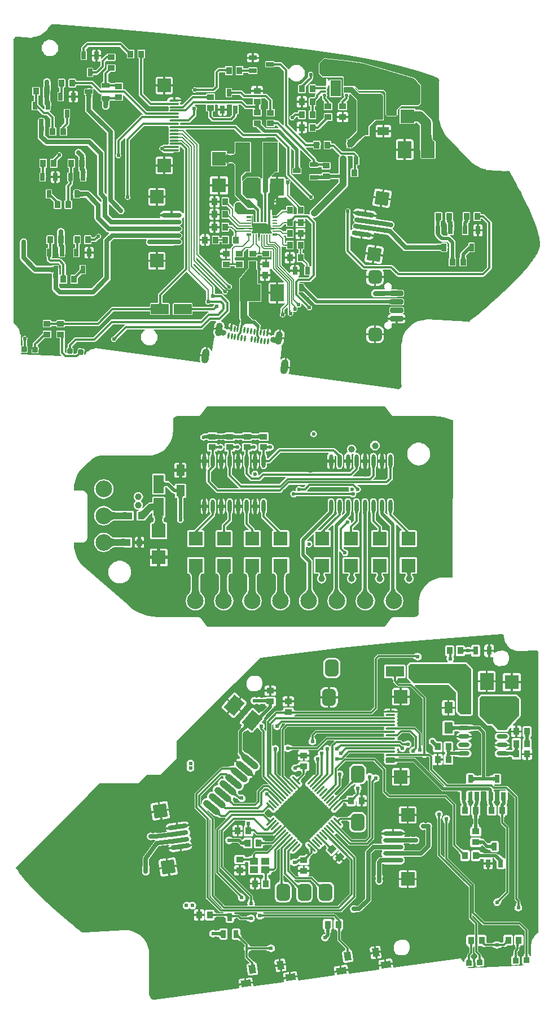
<source format=gbl>
G04 Layer_Physical_Order=2*
G04 Layer_Color=16711680*
%FSLAX44Y44*%
%MOMM*%
G71*
G01*
G75*
%ADD11R,0.9000X1.1000*%
%ADD14R,1.1000X0.9000*%
%ADD16C,0.7000*%
%ADD17C,0.3000*%
%ADD22C,0.2000*%
%ADD25R,2.0000X2.5000*%
G04:AMPARAMS|DCode=29|XSize=0.3mm|YSize=1.7mm|CornerRadius=0mm|HoleSize=0mm|Usage=FLASHONLY|Rotation=135.000|XOffset=0mm|YOffset=0mm|HoleType=Round|Shape=Round|*
%AMOVALD29*
21,1,1.4000,0.3000,0.0000,0.0000,225.0*
1,1,0.3000,0.4950,0.4950*
1,1,0.3000,-0.4950,-0.4950*
%
%ADD29OVALD29*%

G04:AMPARAMS|DCode=30|XSize=0.3mm|YSize=1.7mm|CornerRadius=0mm|HoleSize=0mm|Usage=FLASHONLY|Rotation=45.000|XOffset=0mm|YOffset=0mm|HoleType=Round|Shape=Round|*
%AMOVALD30*
21,1,1.4000,0.3000,0.0000,0.0000,135.0*
1,1,0.3000,0.4950,-0.4950*
1,1,0.3000,-0.4950,0.4950*
%
%ADD30OVALD30*%

%ADD32R,0.7500X1.1500*%
%ADD33R,2.7500X1.5500*%
%ADD37C,0.5000*%
%ADD38C,1.0000*%
%ADD40C,0.6096*%
G04:AMPARAMS|DCode=41|XSize=1.716mm|YSize=0.858mm|CornerRadius=0mm|HoleSize=0mm|Usage=FLASHONLY|Rotation=352.000|XOffset=0mm|YOffset=0mm|HoleType=Round|Shape=Round|*
%AMOVALD41*
21,1,0.8580,0.8580,0.0000,0.0000,352.0*
1,1,0.8580,-0.4248,0.0597*
1,1,0.8580,0.4248,-0.0597*
%
%ADD41OVALD41*%

G04:AMPARAMS|DCode=42|XSize=2.016mm|YSize=1.008mm|CornerRadius=0mm|HoleSize=0mm|Usage=FLASHONLY|Rotation=82.000|XOffset=0mm|YOffset=0mm|HoleType=Round|Shape=Round|*
%AMOVALD42*
21,1,1.0080,1.0080,0.0000,0.0000,82.0*
1,1,1.0080,-0.0701,-0.4991*
1,1,1.0080,0.0701,0.4991*
%
%ADD42OVALD42*%

G04:AMPARAMS|DCode=43|XSize=2.2mm|YSize=1.1mm|CornerRadius=0mm|HoleSize=0mm|Usage=FLASHONLY|Rotation=82.000|XOffset=0mm|YOffset=0mm|HoleType=Round|Shape=Round|*
%AMOVALD43*
21,1,1.1000,1.1000,0.0000,0.0000,82.0*
1,1,1.1000,-0.0766,-0.5446*
1,1,1.1000,0.0766,0.5446*
%
%ADD43OVALD43*%

%ADD44C,0.5000*%
%ADD45C,2.5000*%
%ADD46C,1.0000*%
%ADD47C,0.6000*%
%ADD49O,3.0000X0.7000*%
%ADD50R,2.0000X2.0000*%
G04:AMPARAMS|DCode=51|XSize=2mm|YSize=2.5mm|CornerRadius=0mm|HoleSize=0mm|Usage=FLASHONLY|Rotation=140.000|XOffset=0mm|YOffset=0mm|HoleType=Round|Shape=Rectangle|*
%AMROTATEDRECTD51*
4,1,4,1.5695,0.3148,-0.0374,-1.6003,-1.5695,-0.3148,0.0374,1.6003,1.5695,0.3148,0.0*
%
%ADD51ROTATEDRECTD51*%

%ADD52O,1.7000X0.6000*%
%ADD53R,0.8000X1.2700*%
%ADD54R,1.3000X1.7000*%
%ADD55R,1.5000X2.5000*%
G04:AMPARAMS|DCode=56|XSize=1mm|YSize=3mm|CornerRadius=0mm|HoleSize=0mm|Usage=FLASHONLY|Rotation=230.000|XOffset=0mm|YOffset=0mm|HoleType=Round|Shape=Round|*
%AMOVALD56*
21,1,2.0000,1.0000,0.0000,0.0000,320.0*
1,1,1.0000,-0.7660,0.6428*
1,1,1.0000,0.7660,-0.6428*
%
%ADD56OVALD56*%

G04:AMPARAMS|DCode=57|XSize=1mm|YSize=1.27mm|CornerRadius=0mm|HoleSize=0mm|Usage=FLASHONLY|Rotation=188.000|XOffset=0mm|YOffset=0mm|HoleType=Round|Shape=Rectangle|*
%AMROTATEDRECTD57*
4,1,4,0.4068,0.6984,0.5835,-0.5592,-0.4068,-0.6984,-0.5835,0.5592,0.4068,0.6984,0.0*
%
%ADD57ROTATEDRECTD57*%

G04:AMPARAMS|DCode=58|XSize=1mm|YSize=1.5mm|CornerRadius=0mm|HoleSize=0mm|Usage=FLASHONLY|Rotation=98.000|XOffset=0mm|YOffset=0mm|HoleType=Round|Shape=Rectangle|*
%AMROTATEDRECTD58*
4,1,4,0.8123,-0.3908,-0.6731,-0.5995,-0.8123,0.3908,0.6731,0.5995,0.8123,-0.3908,0.0*
%
%ADD58ROTATEDRECTD58*%

%ADD59R,1.2000X1.0000*%
G04:AMPARAMS|DCode=60|XSize=1.1mm|YSize=0.9mm|CornerRadius=0mm|HoleSize=0mm|Usage=FLASHONLY|Rotation=225.000|XOffset=0mm|YOffset=0mm|HoleType=Round|Shape=Rectangle|*
%AMROTATEDRECTD60*
4,1,4,0.0707,0.7071,0.7071,0.0707,-0.0707,-0.7071,-0.7071,-0.0707,0.0707,0.7071,0.0*
%
%ADD60ROTATEDRECTD60*%

%ADD61O,1.5240X0.3000*%
%ADD62R,2.1500X2.1000*%
G04:AMPARAMS|DCode=63|XSize=2mm|YSize=2.5mm|CornerRadius=0.5mm|HoleSize=0mm|Usage=FLASHONLY|Rotation=180.000|XOffset=0mm|YOffset=0mm|HoleType=Round|Shape=RoundedRectangle|*
%AMROUNDEDRECTD63*
21,1,2.0000,1.5000,0,0,180.0*
21,1,1.0000,2.5000,0,0,180.0*
1,1,1.0000,-0.5000,0.7500*
1,1,1.0000,0.5000,0.7500*
1,1,1.0000,0.5000,-0.7500*
1,1,1.0000,-0.5000,-0.7500*
%
%ADD63ROUNDEDRECTD63*%
%ADD64P,1.1314X4X137.0*%
%ADD65P,1.1314X4X138.0*%
G04:AMPARAMS|DCode=66|XSize=0.7mm|YSize=3mm|CornerRadius=0mm|HoleSize=0mm|Usage=FLASHONLY|Rotation=98.000|XOffset=0mm|YOffset=0mm|HoleType=Round|Shape=Round|*
%AMOVALD66*
21,1,2.3000,0.7000,0.0000,0.0000,188.0*
1,1,0.7000,1.1388,0.1600*
1,1,0.7000,-1.1388,-0.1600*
%
%ADD66OVALD66*%

%ADD67P,2.8284X4X143.0*%
%ADD68P,1.1314X4X311.0*%
%ADD69P,1.1314X4X312.0*%
%ADD70R,2.2500X4.4000*%
G04:AMPARAMS|DCode=71|XSize=0.8mm|YSize=0.3mm|CornerRadius=0mm|HoleSize=0mm|Usage=FLASHONLY|Rotation=82.000|XOffset=0mm|YOffset=0mm|HoleType=Round|Shape=Rectangle|*
%AMROTATEDRECTD71*
4,1,4,0.0929,-0.4170,-0.2042,-0.3752,-0.0929,0.4170,0.2042,0.3752,0.0929,-0.4170,0.0*
%
%ADD71ROTATEDRECTD71*%

%ADD72R,1.1500X0.7500*%
%ADD73R,3.0000X2.0000*%
%ADD74R,1.5900X2.4000*%
%ADD75O,0.6500X0.3500*%
%ADD76R,0.3000X1.8000*%
%ADD77R,0.7000X0.2000*%
%ADD78R,0.7000X0.3000*%
%ADD79R,0.2000X1.0500*%
%ADD80R,1.7000X1.3000*%
G04:AMPARAMS|DCode=81|XSize=0.8mm|YSize=2mm|CornerRadius=0.2mm|HoleSize=0mm|Usage=FLASHONLY|Rotation=90.000|XOffset=0mm|YOffset=0mm|HoleType=Round|Shape=RoundedRectangle|*
%AMROUNDEDRECTD81*
21,1,0.8000,1.6000,0,0,90.0*
21,1,0.4000,2.0000,0,0,90.0*
1,1,0.4000,0.8000,0.2000*
1,1,0.4000,0.8000,-0.2000*
1,1,0.4000,-0.8000,-0.2000*
1,1,0.4000,-0.8000,0.2000*
%
%ADD81ROUNDEDRECTD81*%
G04:AMPARAMS|DCode=82|XSize=2mm|YSize=2mm|CornerRadius=0.5mm|HoleSize=0mm|Usage=FLASHONLY|Rotation=90.000|XOffset=0mm|YOffset=0mm|HoleType=Round|Shape=RoundedRectangle|*
%AMROUNDEDRECTD82*
21,1,2.0000,1.0000,0,0,90.0*
21,1,1.0000,2.0000,0,0,90.0*
1,1,1.0000,0.5000,0.5000*
1,1,1.0000,0.5000,-0.5000*
1,1,1.0000,-0.5000,-0.5000*
1,1,1.0000,-0.5000,0.5000*
%
%ADD82ROUNDEDRECTD82*%
G04:AMPARAMS|DCode=83|XSize=0.7mm|YSize=3mm|CornerRadius=0mm|HoleSize=0mm|Usage=FLASHONLY|Rotation=262.000|XOffset=0mm|YOffset=0mm|HoleType=Round|Shape=Round|*
%AMOVALD83*
21,1,2.3000,0.7000,0.0000,0.0000,352.0*
1,1,0.7000,-1.1388,0.1600*
1,1,0.7000,1.1388,-0.1600*
%
%ADD83OVALD83*%

%ADD84P,2.8284X4X307.0*%
%ADD85C,1.5000*%
%ADD86C,0.8000*%
%ADD87R,1.2000X1.1000*%
%ADD88R,1.5500X2.7500*%
%ADD89O,0.6000X2.0000*%
%ADD90C,0.5600*%
G36*
X106453Y1495446D02*
X182362Y1489878D01*
X258189Y1483301D01*
X333923Y1475714D01*
X409549Y1467121D01*
X485053Y1457521D01*
X544946Y1449094D01*
X544949Y1449116D01*
X548585Y1448638D01*
X573410Y1444420D01*
X598061Y1439276D01*
X622501Y1433215D01*
X646699Y1426244D01*
X670618Y1418373D01*
X675911Y1416409D01*
X675904Y1416387D01*
X675904Y1416387D01*
X677130Y1415879D01*
X678670Y1414698D01*
X679852Y1413157D01*
X680554Y1411462D01*
X680115Y1410805D01*
X679843Y1409439D01*
Y1353872D01*
X680115Y1352506D01*
X680888Y1351349D01*
X681010Y1351267D01*
X681231Y1348458D01*
X682499Y1343178D01*
X684577Y1338161D01*
X687414Y1333531D01*
X688710Y1332013D01*
X688680Y1331879D01*
X688919Y1330508D01*
X689665Y1329332D01*
X728757Y1288317D01*
X729896Y1287516D01*
X731255Y1287212D01*
X731383Y1287234D01*
X734163Y1284860D01*
X738793Y1282023D01*
X743810Y1279945D01*
X749090Y1278677D01*
X750152Y1278593D01*
X750201Y1278511D01*
X751317Y1277678D01*
X752667Y1277337D01*
X781908Y1275824D01*
X783286Y1276025D01*
X783928Y1276408D01*
X785295Y1275842D01*
X786762Y1274716D01*
X786707Y1273937D01*
X787147Y1272616D01*
X789578Y1268350D01*
X792718Y1262735D01*
X795810Y1257087D01*
X798851Y1251408D01*
X802241Y1244927D01*
X805563Y1238408D01*
X808807Y1231861D01*
X810475Y1228418D01*
X812118Y1224968D01*
X813571Y1221864D01*
X814997Y1218762D01*
X816952Y1214411D01*
X818840Y1210078D01*
X820654Y1205769D01*
X822118Y1202156D01*
X823515Y1198570D01*
X824837Y1195018D01*
X826072Y1191515D01*
X827269Y1187887D01*
X827833Y1186069D01*
X828365Y1184271D01*
X828833Y1182605D01*
X829265Y1180979D01*
X829831Y1178665D01*
X830315Y1176450D01*
X830712Y1174347D01*
X831021Y1172370D01*
X831254Y1170422D01*
X831393Y1168634D01*
X831442Y1166985D01*
X831427Y1165962D01*
X831374Y1164979D01*
X831281Y1164037D01*
X831152Y1163132D01*
X830898Y1161855D01*
X830555Y1160547D01*
X830107Y1159156D01*
X829544Y1157658D01*
X828786Y1155893D01*
X827883Y1154011D01*
X826835Y1152019D01*
X825646Y1149932D01*
X824319Y1147755D01*
X823440Y1146383D01*
X822510Y1144980D01*
X821520Y1143532D01*
X820493Y1142074D01*
X818318Y1139109D01*
X816925Y1137283D01*
X815481Y1135441D01*
X814001Y1133598D01*
X812484Y1131752D01*
X810937Y1129909D01*
X809365Y1128073D01*
X806126Y1124388D01*
X804046Y1122084D01*
X801930Y1119784D01*
X799754Y1117459D01*
X797561Y1115153D01*
X793110Y1110576D01*
X788569Y1106027D01*
X785902Y1103406D01*
X783208Y1100792D01*
X780318Y1098024D01*
X777415Y1095277D01*
X771726Y1089989D01*
X765990Y1084775D01*
X760216Y1079640D01*
X754698Y1074836D01*
X749145Y1070101D01*
X743548Y1065429D01*
X737901Y1060816D01*
X732172Y1056236D01*
X726685Y1051897D01*
X725783Y1050836D01*
X725560Y1050147D01*
X724620Y1049758D01*
X724326Y1049719D01*
X723713Y1050176D01*
X722364Y1050518D01*
X661784Y1053651D01*
X660406Y1053450D01*
X659210Y1052737D01*
X659170Y1052684D01*
X654325Y1052302D01*
X648891Y1050998D01*
X643729Y1048860D01*
X638965Y1045940D01*
X634715Y1042311D01*
X631087Y1038062D01*
X628167Y1033298D01*
X626029Y1028135D01*
X624724Y1022702D01*
X624490Y1019734D01*
X624372Y1019654D01*
X623599Y1018497D01*
X623327Y1017131D01*
Y956150D01*
X623599Y954784D01*
X624038Y954127D01*
X623336Y952432D01*
X622154Y950891D01*
X620614Y949710D01*
X618820Y948967D01*
X617904Y948846D01*
X617361Y949325D01*
X616043Y949775D01*
X454723Y971348D01*
X454056Y972719D01*
X454665Y973752D01*
X455231Y975792D01*
X455819Y979981D01*
X447789Y981109D01*
X447966Y982367D01*
X446708Y982544D01*
X448579Y995855D01*
X447743Y995862D01*
X445693Y995332D01*
X443851Y994290D01*
X442969Y993424D01*
X441770Y994025D01*
X444073Y1010868D01*
X444031Y1011558D01*
X443992Y1012244D01*
X443989Y1012251D01*
X443988Y1012258D01*
X443686Y1012879D01*
X443388Y1013498D01*
X443380Y1013508D01*
X443379Y1013510D01*
X443558Y1014968D01*
X443677Y1015036D01*
X445100Y1016435D01*
X446113Y1018154D01*
X446647Y1020078D01*
X447171Y1023811D01*
X439600Y1024875D01*
X439777Y1026133D01*
X438519Y1026309D01*
X440262Y1038706D01*
X439547Y1038712D01*
X437614Y1038212D01*
X435877Y1037229D01*
X434454Y1035831D01*
X433441Y1034111D01*
X432907Y1032188D01*
X432573Y1029810D01*
X432341Y1029843D01*
X430542Y1029858D01*
X428801Y1029408D01*
X427873Y1028883D01*
X426702Y1029680D01*
X426828Y1030578D01*
X422314Y1031213D01*
X422523Y1032698D01*
X421037Y1032907D01*
X422020Y1039897D01*
X420828Y1039829D01*
X419753Y1039311D01*
X418959Y1038420D01*
X418929Y1038335D01*
X416793Y1038635D01*
X415991Y1038428D01*
X415527Y1038493D01*
X414813Y1038914D01*
X411875Y1039327D01*
X412420Y1043416D01*
X412331Y1044806D01*
X411717Y1046055D01*
X410672Y1046975D01*
X409770Y1047283D01*
X404362Y1052691D01*
X404362Y1052691D01*
X403597Y1053008D01*
X401045Y1053008D01*
X398112Y1055941D01*
X398112Y1055941D01*
X394407Y1059646D01*
Y1079843D01*
X412097D01*
X412862Y1080160D01*
X413179Y1080926D01*
Y1105926D01*
X412862Y1106691D01*
X412097Y1107008D01*
X408429D01*
Y1114426D01*
Y1125426D01*
X408429Y1125426D01*
Y1127426D01*
X408112Y1128191D01*
X408112Y1128191D01*
X406929Y1129374D01*
Y1140676D01*
X406612Y1141441D01*
X405847Y1141758D01*
X394847D01*
X394081Y1141441D01*
X393764Y1140676D01*
X393764Y1131096D01*
X380264Y1114851D01*
X380155Y1114499D01*
X380014Y1114159D01*
X380014Y1081176D01*
X380286Y1080519D01*
Y1056426D01*
X380527Y1054598D01*
X381232Y1052896D01*
X381764Y1052202D01*
Y1050653D01*
X381144Y1049947D01*
X380694Y1048630D01*
X380169Y1044693D01*
X379157Y1043925D01*
X377183Y1044202D01*
X376381Y1043995D01*
X375915Y1044060D01*
Y1044060D01*
X375202Y1044481D01*
X373066Y1044781D01*
X373061Y1044871D01*
X372543Y1045946D01*
X371652Y1046740D01*
X370526Y1047134D01*
X369543Y1040144D01*
X368058Y1040352D01*
X367849Y1038867D01*
X363335Y1039502D01*
X363209Y1038603D01*
X361864Y1038160D01*
X361116Y1038921D01*
X359566Y1039833D01*
X357833Y1040314D01*
X357601Y1040347D01*
X357935Y1042724D01*
X357953Y1044720D01*
X357453Y1046652D01*
X356470Y1048390D01*
X355071Y1049813D01*
X353455Y1050766D01*
X353316Y1051034D01*
X353164Y1052196D01*
X364870Y1063902D01*
X365644Y1065060D01*
X365915Y1066426D01*
Y1078676D01*
X365644Y1080041D01*
X364870Y1081199D01*
X355370Y1090699D01*
X354212Y1091473D01*
X352847Y1091744D01*
X343405D01*
Y1101926D01*
X343406Y1101926D01*
X343173Y1103096D01*
X342510Y1104089D01*
X311656Y1134943D01*
Y1136632D01*
X312829Y1137118D01*
X354809Y1095138D01*
X354772Y1094953D01*
X355086Y1093374D01*
X355981Y1092035D01*
X357320Y1091140D01*
X358899Y1090826D01*
X360479Y1091140D01*
X361818Y1092035D01*
X362712Y1093374D01*
X363026Y1094953D01*
X362712Y1096533D01*
X361818Y1097872D01*
X360479Y1098766D01*
X359671Y1098927D01*
X315655Y1142943D01*
Y1145882D01*
X316829Y1146368D01*
X361019Y1102178D01*
X361284Y1100846D01*
X362178Y1099507D01*
X363517Y1098613D01*
X365097Y1098298D01*
X366676Y1098613D01*
X368015Y1099507D01*
X368910Y1100846D01*
X369224Y1102426D01*
X368910Y1104005D01*
X368015Y1105344D01*
X366676Y1106239D01*
X365345Y1106504D01*
X319655Y1152193D01*
Y1315803D01*
X319423Y1316974D01*
X318760Y1317966D01*
X318760Y1317966D01*
X299792Y1336934D01*
X300278Y1338107D01*
X372619D01*
X383859Y1326867D01*
X385017Y1326093D01*
X386382Y1325822D01*
X419632D01*
X420998Y1326093D01*
X421019Y1326107D01*
X433869D01*
X438944Y1321032D01*
X438224Y1319955D01*
X438097Y1320008D01*
X415597D01*
X414831Y1319691D01*
X414514Y1318926D01*
Y1274926D01*
X414514Y1274926D01*
Y1265306D01*
X413244Y1264490D01*
X412713Y1264699D01*
X412613Y1264940D01*
X412186Y1265117D01*
X410112Y1267191D01*
X409347Y1267508D01*
X391847D01*
X391847Y1267508D01*
X391081Y1267191D01*
X391081Y1267191D01*
X385449Y1261559D01*
X384179Y1262085D01*
X384179Y1267978D01*
X390045Y1273843D01*
X396597D01*
X397362Y1274160D01*
X397679Y1274926D01*
Y1318926D01*
X397362Y1319691D01*
X396597Y1320008D01*
X374097D01*
X373331Y1319691D01*
X373014Y1318926D01*
Y1303881D01*
X372997Y1303716D01*
X372784Y1303115D01*
X372429Y1302583D01*
X371900Y1302094D01*
X371163Y1301645D01*
X370773Y1301486D01*
X363920D01*
X363530Y1301645D01*
X362794Y1302094D01*
X362265Y1302583D01*
X361910Y1303115D01*
X361697Y1303716D01*
X361679Y1303881D01*
Y1304926D01*
X361362Y1305691D01*
X360597Y1306008D01*
X339097D01*
X338331Y1305691D01*
X338014Y1304926D01*
Y1283926D01*
X338331Y1283160D01*
X339097Y1282843D01*
X360597D01*
X361362Y1283160D01*
X361679Y1283926D01*
Y1284970D01*
X361697Y1285135D01*
X361910Y1285737D01*
X362265Y1286268D01*
X362794Y1286758D01*
X363530Y1287206D01*
X363920Y1287365D01*
X370773D01*
X371164Y1287206D01*
X371900Y1286758D01*
X372429Y1286268D01*
X372784Y1285737D01*
X372997Y1285135D01*
X373014Y1284970D01*
Y1274926D01*
X373264Y1274322D01*
Y1239926D01*
X373264Y1239926D01*
X373581Y1239160D01*
X373582Y1239160D01*
X380964Y1231778D01*
X380438Y1230508D01*
X376097D01*
X376097Y1230508D01*
X375331Y1230191D01*
X375331Y1230191D01*
X372331Y1227191D01*
X372014Y1226426D01*
Y1222993D01*
X370841Y1222507D01*
X364679Y1228669D01*
Y1235426D01*
X364362Y1236191D01*
X363597Y1236508D01*
X354597D01*
X353831Y1236191D01*
X353514Y1235426D01*
Y1224426D01*
X353831Y1223660D01*
X354597Y1223343D01*
X361353D01*
X367038Y1217659D01*
Y1211720D01*
X365865Y1211234D01*
X364679Y1212419D01*
Y1216426D01*
X364362Y1217191D01*
X363597Y1217508D01*
X354597D01*
X353831Y1217191D01*
X353514Y1216426D01*
Y1205426D01*
X353831Y1204660D01*
X354597Y1204343D01*
X363597D01*
X363955Y1204492D01*
X376934Y1191513D01*
X377926Y1190850D01*
X379097Y1190617D01*
X387788D01*
Y1188735D01*
X376114D01*
X370760Y1194089D01*
X369767Y1194752D01*
X368597Y1194985D01*
X368597Y1194985D01*
X364679D01*
Y1197426D01*
X364362Y1198191D01*
X363597Y1198508D01*
X354597D01*
X353831Y1198191D01*
X353514Y1197426D01*
Y1186426D01*
X353831Y1185660D01*
X354597Y1185343D01*
X363597D01*
X364362Y1185660D01*
X364679Y1186426D01*
Y1188867D01*
X367330D01*
X371788Y1184409D01*
Y1179258D01*
X370597D01*
X369831Y1178941D01*
X369514Y1178176D01*
Y1167176D01*
X369831Y1166410D01*
X370477Y1166143D01*
X370649Y1165886D01*
X370919Y1164823D01*
X368184Y1162089D01*
X367521Y1161096D01*
X367425Y1160617D01*
X367164Y1159904D01*
X366018Y1159700D01*
X365847Y1159734D01*
X361847D01*
Y1152176D01*
Y1144617D01*
X365847D01*
X366018Y1144651D01*
X367288Y1143620D01*
Y1142425D01*
X366018Y1141687D01*
X365847Y1141758D01*
X354847D01*
X354081Y1141441D01*
X353764Y1140676D01*
Y1131676D01*
X354081Y1130910D01*
X354847Y1130593D01*
X365847D01*
X366612Y1130910D01*
X366929Y1131676D01*
Y1133117D01*
X373764D01*
Y1131676D01*
X374081Y1130910D01*
X374847Y1130593D01*
X385847D01*
X386612Y1130910D01*
X386929Y1131676D01*
Y1140676D01*
X386612Y1141441D01*
X385847Y1141758D01*
X374847D01*
X374676Y1141687D01*
X373405Y1142425D01*
Y1145927D01*
X374676Y1146664D01*
X374847Y1146593D01*
X385847D01*
X386612Y1146910D01*
X386929Y1147676D01*
Y1154432D01*
X391114Y1158617D01*
X393602D01*
X394081Y1157441D01*
X393764Y1156676D01*
Y1147676D01*
X394081Y1146910D01*
X394847Y1146593D01*
X405847D01*
X406612Y1146910D01*
X406929Y1147676D01*
Y1149117D01*
X413764D01*
Y1147676D01*
X414081Y1146910D01*
X414847Y1146593D01*
X425847D01*
X426612Y1146910D01*
X426929Y1147676D01*
Y1156617D01*
X428788D01*
Y1143786D01*
X427518Y1143167D01*
X427017Y1143502D01*
X425847Y1143735D01*
X421847D01*
Y1136176D01*
X420347D01*
Y1134676D01*
X411788D01*
Y1131676D01*
X412021Y1130505D01*
X412684Y1129513D01*
X412818Y1129423D01*
X412861Y1129281D01*
X412731Y1127954D01*
X412184Y1127589D01*
X411521Y1126596D01*
X411288Y1125426D01*
Y1121426D01*
X418847D01*
X426405D01*
Y1125426D01*
X426173Y1126596D01*
X425671Y1127347D01*
X425748Y1127902D01*
X425832Y1128128D01*
X426162Y1128680D01*
X427017Y1128850D01*
X427582Y1129227D01*
X428832Y1128858D01*
X428973Y1128745D01*
X429021Y1128505D01*
X429684Y1127513D01*
X446942Y1110255D01*
X446416Y1108985D01*
X438596D01*
Y1093426D01*
Y1077867D01*
X447096D01*
X447808Y1078009D01*
X448433Y1076838D01*
X442934Y1071339D01*
X442271Y1070346D01*
X442038Y1069176D01*
X442038Y1069176D01*
Y1063384D01*
X441284Y1062255D01*
X440970Y1060676D01*
X441284Y1059096D01*
X442178Y1057757D01*
X443517Y1056863D01*
X445097Y1056548D01*
X446676Y1056863D01*
X448015Y1057757D01*
X448910Y1059096D01*
X449224Y1060676D01*
X448910Y1062255D01*
X448156Y1063384D01*
Y1067909D01*
X451615Y1071368D01*
X452788Y1070882D01*
Y1063676D01*
X452788Y1063676D01*
X453003Y1062595D01*
X452970Y1062426D01*
X453284Y1060846D01*
X454178Y1059507D01*
X455517Y1058613D01*
X457097Y1058298D01*
X458676Y1058613D01*
X460015Y1059507D01*
X460910Y1060846D01*
X461224Y1062426D01*
X460910Y1064005D01*
X460747Y1064249D01*
X461663Y1065164D01*
X462075Y1064889D01*
X463654Y1064575D01*
X465234Y1064889D01*
X466573Y1065784D01*
X467467Y1067123D01*
X467781Y1068702D01*
X467467Y1070282D01*
X467202Y1070679D01*
X467660Y1071381D01*
X468042Y1071708D01*
X469472Y1071423D01*
X471051Y1071738D01*
X472390Y1072632D01*
X473285Y1073971D01*
X473599Y1075551D01*
X473467Y1076212D01*
X474638Y1076838D01*
X481323Y1070153D01*
X481409Y1069721D01*
X482303Y1068382D01*
X483642Y1067488D01*
X485222Y1067173D01*
X486801Y1067488D01*
X488140Y1068382D01*
X489035Y1069721D01*
X489349Y1071301D01*
X489035Y1072880D01*
X488140Y1074219D01*
X486801Y1075114D01*
X486370Y1075200D01*
X468953Y1092616D01*
X469025Y1093878D01*
X469347Y1094093D01*
X475690D01*
X492852Y1076931D01*
X494341Y1075937D01*
X496097Y1075588D01*
X606698D01*
X607019Y1075394D01*
X607137Y1075376D01*
X607176Y1075350D01*
X607431Y1075299D01*
X607578Y1075238D01*
X607630Y1075259D01*
X608347Y1075117D01*
X624347D01*
X625517Y1075350D01*
X626510Y1076013D01*
X627173Y1077005D01*
X627406Y1078176D01*
Y1082176D01*
X627173Y1083346D01*
X626510Y1084339D01*
X625517Y1085002D01*
X624347Y1085235D01*
X608347D01*
X607630Y1085092D01*
X607578Y1085113D01*
X607431Y1085052D01*
X607176Y1085002D01*
X607137Y1084976D01*
X607019Y1084958D01*
X606698Y1084764D01*
X497997D01*
X479091Y1103670D01*
X478560Y1104025D01*
X478276Y1104655D01*
X478045Y1105338D01*
X477929Y1105883D01*
Y1106676D01*
X477612Y1107441D01*
X476847Y1107758D01*
X471015D01*
X470386Y1109028D01*
X470826Y1109607D01*
X485347D01*
X486712Y1109879D01*
X487870Y1110652D01*
X494370Y1117152D01*
X495144Y1118310D01*
X495415Y1119676D01*
Y1198676D01*
X495144Y1200041D01*
X494370Y1201199D01*
X490865Y1204704D01*
X491459Y1205907D01*
X492722Y1205740D01*
X494549Y1205981D01*
X496252Y1206686D01*
X497714Y1207808D01*
X541339Y1251433D01*
X542461Y1252896D01*
X543167Y1254598D01*
X543407Y1256426D01*
Y1266926D01*
Y1293926D01*
X543167Y1295753D01*
X542718Y1296837D01*
X543469Y1298107D01*
X549525D01*
X550514Y1297176D01*
Y1291113D01*
X550278Y1289926D01*
Y1280008D01*
X548347D01*
X547581Y1279691D01*
X547264Y1278926D01*
Y1267926D01*
X547581Y1267160D01*
X548347Y1266843D01*
X557347D01*
X558112Y1267160D01*
X558429Y1267926D01*
Y1278926D01*
X558112Y1279691D01*
X557415Y1279980D01*
Y1284593D01*
X559097D01*
X559862Y1284910D01*
X560179Y1285676D01*
Y1297176D01*
X559862Y1297941D01*
X559097Y1298258D01*
X558915D01*
Y1298426D01*
X558644Y1299791D01*
X557870Y1300949D01*
X554620Y1304199D01*
X553462Y1304973D01*
X552097Y1305244D01*
X534825D01*
X523870Y1316199D01*
X522712Y1316973D01*
X521347Y1317244D01*
X517929D01*
Y1320426D01*
X517612Y1321191D01*
X516847Y1321508D01*
X507847D01*
X507081Y1321191D01*
X506764Y1320426D01*
Y1309426D01*
X507081Y1308660D01*
X507847Y1308343D01*
X516847D01*
X517612Y1308660D01*
X517929Y1309426D01*
Y1310107D01*
X519869D01*
X530823Y1299152D01*
X530949Y1298390D01*
X530232Y1297456D01*
X529527Y1295753D01*
X529286Y1293926D01*
Y1272514D01*
X516893D01*
X516888Y1272525D01*
X516887Y1272536D01*
X516875Y1272556D01*
X516612Y1273191D01*
X516473Y1273249D01*
X516471Y1273253D01*
X516449Y1273259D01*
X515847Y1273508D01*
X504847D01*
X504081Y1273191D01*
X503764Y1272426D01*
Y1271357D01*
X503733Y1271268D01*
X503730Y1271264D01*
X498686D01*
X498673Y1271269D01*
X498650Y1271303D01*
X498549Y1271321D01*
X498097Y1271508D01*
X486597D01*
X485831Y1271191D01*
X485514Y1270426D01*
Y1262926D01*
X485831Y1262160D01*
X486597Y1261843D01*
X498097D01*
X498549Y1262030D01*
X498650Y1262049D01*
X498673Y1262082D01*
X498686Y1262088D01*
X509097D01*
X510382Y1262343D01*
X515847D01*
X516449Y1262593D01*
X516471Y1262599D01*
X516473Y1262603D01*
X516612Y1262660D01*
X516875Y1263296D01*
X516887Y1263315D01*
X516888Y1263327D01*
X516893Y1263338D01*
X529286D01*
Y1259350D01*
X487729Y1217793D01*
X486607Y1216331D01*
X485902Y1214628D01*
X485661Y1212801D01*
X485834Y1211493D01*
X484680Y1210743D01*
X483962Y1211223D01*
X482597Y1211494D01*
X477800D01*
X477679Y1211676D01*
Y1222676D01*
X477362Y1223441D01*
X476597Y1223758D01*
X472340D01*
X455962Y1240136D01*
Y1256503D01*
X456717Y1257632D01*
X457031Y1259211D01*
X456717Y1260791D01*
X455822Y1262130D01*
X454483Y1263024D01*
X452904Y1263339D01*
X451324Y1263024D01*
X451176Y1262925D01*
X449906Y1263604D01*
Y1264175D01*
X449673Y1265345D01*
X449010Y1266338D01*
X448018Y1267001D01*
X446847Y1267234D01*
X438347D01*
Y1257176D01*
X443347D01*
X444347Y1256176D01*
Y1244176D01*
X438347Y1238176D01*
Y1236116D01*
X446847D01*
X448018Y1236349D01*
X449010Y1237012D01*
X449016Y1237021D01*
X450537Y1237011D01*
X450741Y1236706D01*
X466514Y1220932D01*
Y1211676D01*
X466393Y1211494D01*
X464097D01*
X462853Y1211247D01*
X462587Y1211344D01*
X462527Y1211383D01*
X461679Y1212047D01*
Y1222676D01*
X461362Y1223441D01*
X460597Y1223758D01*
X451597D01*
X450831Y1223441D01*
X450514Y1222676D01*
Y1217984D01*
X445097D01*
X443926Y1217752D01*
X442934Y1217089D01*
X442934Y1217088D01*
X435580Y1209734D01*
X433347D01*
X432176Y1209502D01*
X431812Y1209258D01*
X429847D01*
X429406Y1209553D01*
Y1216676D01*
X429173Y1217846D01*
X428710Y1218539D01*
X426347Y1216176D01*
Y1207676D01*
Y1195617D01*
X426974Y1195742D01*
X427021Y1195505D01*
X427684Y1194513D01*
X427794Y1194439D01*
Y1192912D01*
X427684Y1192839D01*
X427021Y1191846D01*
X426888Y1191176D01*
X427024D01*
Y1191809D01*
X427249Y1191594D01*
X427480Y1191401D01*
X427718Y1191231D01*
X427810Y1191176D01*
X431687D01*
X432176Y1190849D01*
X433347Y1190616D01*
Y1188735D01*
X432176Y1188502D01*
X431688Y1188176D01*
X427810D01*
X427718Y1188120D01*
X427480Y1187950D01*
X427249Y1187758D01*
X427024Y1187542D01*
Y1188176D01*
X426888D01*
X427021Y1187505D01*
X427684Y1186513D01*
X428676Y1185850D01*
X428764Y1185832D01*
Y1184676D01*
X429081Y1183910D01*
Y1182941D01*
X428224Y1182135D01*
X427998Y1182064D01*
X427494Y1181990D01*
X426847Y1182258D01*
X424847D01*
X424081Y1181941D01*
X423612Y1181941D01*
X422847Y1182258D01*
X420847D01*
X419847Y1182001D01*
X418847Y1182258D01*
X416847D01*
X416082Y1181941D01*
X415612Y1181941D01*
X414847Y1182258D01*
X413490D01*
X413423Y1182596D01*
X412760Y1183589D01*
X412255Y1183926D01*
X411097D01*
Y1177211D01*
X411020Y1177097D01*
X410837Y1176176D01*
X408406D01*
Y1176176D01*
X408173Y1177347D01*
X408097Y1177461D01*
Y1183926D01*
X406939D01*
X406434Y1183589D01*
X405771Y1182596D01*
X405753Y1182508D01*
X404347D01*
X403582Y1182191D01*
X402347Y1182508D01*
X400347D01*
X400103Y1182407D01*
X399622Y1182312D01*
X399012Y1182803D01*
X398612Y1183910D01*
X398929Y1184676D01*
X398929Y1185080D01*
Y1185832D01*
X399017Y1185850D01*
X400010Y1186513D01*
X400597Y1187392D01*
Y1188176D01*
X396006D01*
X395518Y1188502D01*
X394347Y1188735D01*
Y1190616D01*
X395518Y1190849D01*
X396006Y1191176D01*
X400486D01*
X400597Y1191251D01*
Y1191960D01*
X400010Y1192839D01*
X399017Y1193502D01*
X398929Y1193519D01*
Y1194676D01*
X398672Y1195676D01*
X398929Y1196676D01*
Y1198676D01*
X398612Y1199441D01*
X398612Y1199910D01*
X398929Y1200676D01*
Y1202676D01*
X398612Y1203441D01*
Y1204410D01*
X398755Y1204756D01*
X398929Y1205176D01*
Y1208176D01*
X398798Y1208492D01*
X399482Y1209662D01*
X400264Y1209525D01*
Y1198676D01*
X400581Y1197910D01*
X401347Y1197593D01*
X404347D01*
X404890Y1197818D01*
X406082Y1197910D01*
X406847Y1197593D01*
X407251Y1197593D01*
X409847D01*
X410390Y1197818D01*
X411581Y1197910D01*
X412347Y1197593D01*
X412751Y1197593D01*
X415347D01*
X415890Y1197818D01*
X417081Y1197910D01*
X417847Y1197593D01*
X418251Y1197593D01*
X420503D01*
X420521Y1197505D01*
X421184Y1196513D01*
X422176Y1195850D01*
X423347Y1195617D01*
D01*
Y1207676D01*
Y1216324D01*
X423347Y1216324D01*
Y1219735D01*
X423004Y1220567D01*
X423347Y1220884D01*
Y1241176D01*
X426097Y1243926D01*
Y1257176D01*
X435347Y1257176D01*
Y1267234D01*
X429345D01*
X428859Y1268407D01*
X434295Y1273843D01*
X437199Y1273843D01*
X437199Y1273843D01*
X437199Y1273843D01*
X438097D01*
X438862Y1274160D01*
X439179Y1274926D01*
Y1318926D01*
X439126Y1319053D01*
X440203Y1319773D01*
X450528Y1309448D01*
Y1270676D01*
X450800Y1269310D01*
X451573Y1268152D01*
X483886Y1235840D01*
X484034Y1235096D01*
X484928Y1233757D01*
X486267Y1232863D01*
X487847Y1232548D01*
X489426Y1232863D01*
X490765Y1233757D01*
X491660Y1235096D01*
X491974Y1236676D01*
X491660Y1238255D01*
X490765Y1239594D01*
X489426Y1240489D01*
X489307Y1240513D01*
X457665Y1272154D01*
Y1309209D01*
X458839Y1309695D01*
X462259Y1306275D01*
Y1281039D01*
X462257Y1281038D01*
X462172Y1281008D01*
X461097D01*
X460331Y1280691D01*
X460014Y1279926D01*
Y1272426D01*
X460331Y1271660D01*
X461097Y1271343D01*
X472597D01*
X473362Y1271660D01*
X473679Y1272426D01*
Y1279926D01*
X473362Y1280691D01*
X472597Y1281008D01*
X471521D01*
X471437Y1281038D01*
X471435Y1281039D01*
Y1306995D01*
X472705Y1307521D01*
X488448Y1291778D01*
X487980Y1290508D01*
X486597D01*
X485831Y1290191D01*
X485514Y1289426D01*
Y1281926D01*
X485831Y1281160D01*
X486597Y1280843D01*
X498097D01*
X498862Y1281160D01*
X499151Y1281857D01*
X503764D01*
Y1279426D01*
X504081Y1278660D01*
X504847Y1278343D01*
X515847D01*
X516612Y1278660D01*
X516929Y1279426D01*
Y1288426D01*
X516612Y1289191D01*
X515847Y1289508D01*
X504847D01*
X504081Y1289191D01*
X504000Y1288994D01*
X499179D01*
Y1289426D01*
X498862Y1290191D01*
X498097Y1290508D01*
X495915D01*
Y1292926D01*
X495644Y1294291D01*
X494870Y1295449D01*
X480232Y1310087D01*
X480758Y1311357D01*
X490764D01*
Y1309426D01*
X491081Y1308660D01*
X491847Y1308343D01*
X500847D01*
X501612Y1308660D01*
X501929Y1309426D01*
Y1313711D01*
X502120Y1313902D01*
X502894Y1315060D01*
X503165Y1316426D01*
X502894Y1317791D01*
X502120Y1318949D01*
X501929Y1319077D01*
Y1320426D01*
X501612Y1321191D01*
X500847Y1321508D01*
X491847D01*
X491081Y1321191D01*
X490764Y1320426D01*
Y1318494D01*
X481575D01*
X468536Y1331533D01*
X469162Y1332704D01*
X469597Y1332617D01*
X472597D01*
Y1339676D01*
X466538D01*
Y1335676D01*
X466624Y1335241D01*
X465454Y1334615D01*
X454165Y1345904D01*
Y1415557D01*
X455435Y1416478D01*
X455734Y1416381D01*
X455950Y1415860D01*
X457312Y1414084D01*
X459088Y1412722D01*
X460092Y1412306D01*
X460415Y1411765D01*
X461531Y1410933D01*
X462881Y1410591D01*
X468211Y1410315D01*
X469589Y1410516D01*
X470785Y1411229D01*
X471113Y1411668D01*
X472992Y1412446D01*
X474768Y1413809D01*
X476130Y1415584D01*
X476720Y1417007D01*
X477229Y1417348D01*
X478002Y1418505D01*
X478274Y1419871D01*
Y1425161D01*
X478002Y1426527D01*
X477229Y1427684D01*
X476720Y1428025D01*
X476130Y1429448D01*
X474768Y1431223D01*
X472992Y1432586D01*
X471988Y1433002D01*
X471666Y1433543D01*
X470549Y1434375D01*
X469200Y1434717D01*
X463869Y1434993D01*
X462491Y1434792D01*
X461295Y1434079D01*
X460967Y1433640D01*
X459088Y1432861D01*
X457312Y1431499D01*
X455950Y1429724D01*
X455360Y1428300D01*
X455251Y1428227D01*
X454053Y1428505D01*
X453806Y1428673D01*
X453120Y1429699D01*
X444620Y1438199D01*
X443462Y1438973D01*
X442097Y1439244D01*
X432929D01*
Y1439676D01*
X432612Y1440441D01*
X431847Y1440758D01*
X420347D01*
X419581Y1440441D01*
X419264Y1439676D01*
Y1432176D01*
X419581Y1431410D01*
X420347Y1431093D01*
X431847D01*
X432612Y1431410D01*
X432901Y1432107D01*
X440619D01*
X447028Y1425698D01*
Y1345087D01*
X445758Y1344561D01*
X439870Y1350449D01*
X438712Y1351223D01*
X437347Y1351494D01*
X433679D01*
Y1351676D01*
X433362Y1352441D01*
X432597Y1352758D01*
X421597D01*
X420831Y1352441D01*
X420514Y1351676D01*
Y1342676D01*
X420831Y1341910D01*
X421597Y1341593D01*
X432597D01*
X433362Y1341910D01*
X433679Y1342676D01*
Y1344357D01*
X435869D01*
X438942Y1341284D01*
X438416Y1340014D01*
X420497D01*
X413929Y1346582D01*
Y1351926D01*
X413612Y1352691D01*
X412847Y1353008D01*
X401847D01*
X401081Y1352691D01*
X400764Y1351926D01*
Y1342926D01*
X401081Y1342160D01*
X401847Y1341843D01*
X405807D01*
X406012Y1341764D01*
X406130Y1341700D01*
X406727Y1340806D01*
X413402Y1334132D01*
X412916Y1332959D01*
X387860D01*
X376620Y1344199D01*
X375462Y1344973D01*
X374097Y1345244D01*
X292178D01*
X291234Y1346514D01*
X291266Y1346676D01*
X291234Y1346837D01*
X292178Y1348107D01*
X304097D01*
X305462Y1348379D01*
X306620Y1349152D01*
X315120Y1357652D01*
X315894Y1358810D01*
X316165Y1360176D01*
Y1367480D01*
X316410Y1367846D01*
X316724Y1369426D01*
X316410Y1371005D01*
X315515Y1372344D01*
X314186Y1373232D01*
X314176Y1373239D01*
X313638Y1374641D01*
X313976Y1375107D01*
X330514D01*
Y1366176D01*
X330831Y1365410D01*
X331597Y1365093D01*
X333528D01*
Y1357426D01*
X333800Y1356060D01*
X334573Y1354902D01*
X338323Y1351152D01*
X339481Y1350379D01*
X340847Y1350107D01*
X368097D01*
X369462Y1350379D01*
X370620Y1351152D01*
X375370Y1355902D01*
X376144Y1357060D01*
X376415Y1358426D01*
Y1360843D01*
X377847D01*
X378612Y1361160D01*
X378929Y1361926D01*
Y1373426D01*
X378759Y1373837D01*
X379356Y1375107D01*
X382369D01*
X387823Y1369652D01*
X388981Y1368879D01*
X390347Y1368607D01*
X400309D01*
X400764Y1367926D01*
Y1358926D01*
X401081Y1358160D01*
X401847Y1357843D01*
X412847D01*
X413612Y1358160D01*
X413929Y1358926D01*
Y1367926D01*
X413612Y1368691D01*
X412847Y1369008D01*
X411935D01*
Y1374343D01*
X412347D01*
X413112Y1374660D01*
X413429Y1375426D01*
Y1384426D01*
X413550Y1384607D01*
X418869D01*
X423278Y1380198D01*
Y1368758D01*
X421597D01*
X420831Y1368441D01*
X420514Y1367676D01*
Y1358676D01*
X420831Y1357910D01*
X421597Y1357593D01*
X432597D01*
X433362Y1357910D01*
X433679Y1358676D01*
Y1367676D01*
X433362Y1368441D01*
X432597Y1368758D01*
X430415D01*
Y1381676D01*
X430144Y1383041D01*
X429370Y1384199D01*
X422870Y1390699D01*
X421712Y1391473D01*
X420347Y1391744D01*
X415406D01*
Y1394426D01*
X406847D01*
X398288D01*
Y1391744D01*
X389075D01*
X385120Y1395699D01*
X383962Y1396473D01*
X382597Y1396744D01*
X369429D01*
Y1398926D01*
X369112Y1399691D01*
X368347Y1400008D01*
X360847D01*
X360081Y1399691D01*
X359764Y1398926D01*
Y1387426D01*
X360081Y1386660D01*
X360847Y1386343D01*
X368347D01*
X369112Y1386660D01*
X369429Y1387426D01*
Y1389607D01*
X381119D01*
X385073Y1385652D01*
X386231Y1384879D01*
X387597Y1384607D01*
X400143D01*
X400264Y1384426D01*
Y1375744D01*
X391825D01*
X386370Y1381199D01*
X385212Y1381973D01*
X383847Y1382244D01*
X343679D01*
Y1391176D01*
X343362Y1391941D01*
X342597Y1392258D01*
X331597D01*
X330831Y1391941D01*
X330514Y1391176D01*
Y1390244D01*
X310847D01*
X309481Y1389973D01*
X308323Y1389199D01*
X294369Y1375244D01*
X292178D01*
X291234Y1376514D01*
X291266Y1376676D01*
X291072Y1377651D01*
X291114Y1377866D01*
X291961Y1378431D01*
X292956Y1379920D01*
X293007Y1380176D01*
X282944D01*
X282597Y1380245D01*
Y1381676D01*
X281097D01*
Y1386264D01*
X276477D01*
X274721Y1385915D01*
X273232Y1384920D01*
X272238Y1383432D01*
X271889Y1381676D01*
X271978Y1381226D01*
X271172Y1380244D01*
X248325D01*
X236665Y1391904D01*
Y1444593D01*
X237597D01*
X238362Y1444910D01*
X238679Y1445676D01*
Y1456676D01*
X238362Y1457441D01*
X237597Y1457758D01*
X228597D01*
X227831Y1457441D01*
X227514Y1456676D01*
Y1445676D01*
X227831Y1444910D01*
X228597Y1444593D01*
X229528D01*
Y1390426D01*
X229800Y1389060D01*
X230573Y1387902D01*
X244323Y1374152D01*
X245481Y1373379D01*
X246847Y1373107D01*
X273015D01*
X273960Y1371837D01*
X273928Y1371676D01*
X274122Y1370700D01*
X274674Y1369873D01*
Y1368478D01*
X274122Y1367651D01*
X273928Y1366676D01*
X273960Y1366514D01*
X273015Y1365244D01*
X241575D01*
X209620Y1397199D01*
X208462Y1397973D01*
X207097Y1398244D01*
X205679D01*
Y1407176D01*
X205362Y1407941D01*
X204597Y1408258D01*
X193597D01*
X192831Y1407941D01*
X192750Y1407744D01*
X186679D01*
Y1407926D01*
X186362Y1408691D01*
X185597Y1409008D01*
X183415D01*
Y1420948D01*
X187311Y1424843D01*
X193347D01*
X194112Y1425160D01*
X194429Y1425926D01*
Y1434926D01*
X194112Y1435691D01*
X193347Y1436008D01*
X182347D01*
X181581Y1435691D01*
X181264Y1434926D01*
Y1428890D01*
X177323Y1424949D01*
X176550Y1423791D01*
X176278Y1422426D01*
Y1409008D01*
X174097D01*
X173331Y1408691D01*
X173014Y1407926D01*
Y1400426D01*
X173067Y1400298D01*
X171991Y1399579D01*
X161370Y1410199D01*
X160212Y1410973D01*
X158847Y1411244D01*
X135179D01*
Y1413176D01*
X134862Y1413941D01*
X134097Y1414258D01*
X125097D01*
X124331Y1413941D01*
X124014Y1413176D01*
Y1402176D01*
X124331Y1401410D01*
X125097Y1401093D01*
X134097D01*
X134862Y1401410D01*
X135179Y1402176D01*
Y1404107D01*
X157369D01*
X160944Y1400532D01*
X160224Y1399455D01*
X160097Y1399508D01*
X157014D01*
X156493Y1399857D01*
X154347Y1400284D01*
X152201Y1399857D01*
X151679Y1399508D01*
X148597D01*
X147831Y1399191D01*
X147514Y1398426D01*
Y1390926D01*
X147734Y1390396D01*
X147749Y1390329D01*
X147766Y1390319D01*
X147831Y1390160D01*
X148394Y1389927D01*
X148452Y1389891D01*
X148502Y1389883D01*
X148597Y1389843D01*
X148703D01*
X148739Y1389823D01*
Y1367426D01*
X149166Y1365280D01*
X150381Y1363460D01*
X181489Y1332353D01*
Y1242123D01*
X180316Y1241637D01*
X178204Y1243748D01*
Y1301926D01*
X177778Y1304072D01*
X176562Y1305891D01*
X159062Y1323391D01*
X157243Y1324607D01*
X155097Y1325034D01*
X93420D01*
X88954Y1329498D01*
Y1350176D01*
X88528Y1352322D01*
X88179Y1352843D01*
Y1353926D01*
X87862Y1354691D01*
X87097Y1355008D01*
X86014D01*
X85493Y1355357D01*
X83347Y1355784D01*
X81201Y1355357D01*
X80679Y1355008D01*
X79597D01*
X78831Y1354691D01*
X78514Y1353926D01*
Y1352843D01*
X78166Y1352322D01*
X77739Y1350176D01*
Y1348176D01*
Y1327176D01*
X78166Y1325030D01*
X79381Y1323210D01*
X87132Y1315461D01*
X88951Y1314245D01*
X91097Y1313818D01*
X152774D01*
X166989Y1299603D01*
Y1241426D01*
X167416Y1239280D01*
X168631Y1237460D01*
X173239Y1232853D01*
Y1229969D01*
X171969Y1229484D01*
X156062Y1245391D01*
X154243Y1246607D01*
X152097Y1247033D01*
X141199D01*
X141179Y1247069D01*
Y1247176D01*
X141140Y1247271D01*
X141131Y1247320D01*
X141095Y1247378D01*
X140862Y1247941D01*
X140704Y1248007D01*
X140693Y1248023D01*
X140626Y1248039D01*
X140097Y1248258D01*
X132597D01*
X131831Y1247941D01*
X131514Y1247176D01*
Y1244093D01*
X131166Y1243572D01*
X130739Y1241426D01*
X131166Y1239280D01*
X131514Y1238758D01*
Y1235676D01*
X131831Y1234910D01*
X132597Y1234593D01*
X140097D01*
X140626Y1234813D01*
X140693Y1234828D01*
X140704Y1234845D01*
X140862Y1234910D01*
X141095Y1235473D01*
X141131Y1235531D01*
X141140Y1235581D01*
X141179Y1235676D01*
Y1235782D01*
X141199Y1235818D01*
X149774D01*
X162739Y1222853D01*
Y1205676D01*
X163166Y1203530D01*
X164382Y1201710D01*
X180632Y1185461D01*
X182451Y1184245D01*
X184109Y1183915D01*
X184562Y1182763D01*
X184556Y1182565D01*
X177631Y1175641D01*
X176416Y1173822D01*
X175989Y1171676D01*
Y1117748D01*
X158274Y1100033D01*
X112920D01*
X110204Y1102748D01*
Y1106878D01*
X111475Y1107497D01*
X111847Y1107343D01*
X120847D01*
X121612Y1107660D01*
X121929Y1108426D01*
Y1119426D01*
X121612Y1120191D01*
X120847Y1120508D01*
X119915D01*
Y1135676D01*
X119644Y1137041D01*
X118870Y1138199D01*
X113120Y1143949D01*
X111962Y1144723D01*
X110597Y1144994D01*
X98665D01*
Y1146843D01*
X98847D01*
X99612Y1147160D01*
X99929Y1147926D01*
Y1153988D01*
X100165Y1155176D01*
Y1166343D01*
X101097D01*
X101862Y1166660D01*
X102179Y1167426D01*
Y1178426D01*
X101862Y1179191D01*
X101097Y1179508D01*
X92097D01*
X91331Y1179191D01*
X91014Y1178426D01*
Y1167426D01*
X91331Y1166660D01*
X92097Y1166343D01*
X93028D01*
Y1160508D01*
X91347D01*
X90581Y1160191D01*
X90264Y1159426D01*
Y1147926D01*
X90581Y1147160D01*
X91347Y1146843D01*
X91528D01*
Y1143176D01*
X91800Y1141810D01*
X92573Y1140652D01*
X94323Y1138902D01*
X95481Y1138129D01*
X96847Y1137857D01*
X109119D01*
X112778Y1134197D01*
Y1120508D01*
X111847D01*
X111475Y1120354D01*
X110204Y1120974D01*
Y1128176D01*
X109778Y1130322D01*
X109429Y1130843D01*
Y1133926D01*
X109112Y1134691D01*
X108347Y1135008D01*
X100847D01*
X100317Y1134789D01*
X100250Y1134773D01*
X100240Y1134757D01*
X100081Y1134691D01*
X99848Y1134128D01*
X99812Y1134070D01*
X99804Y1134021D01*
X99764Y1133926D01*
Y1133819D01*
X99745Y1133783D01*
X76420D01*
X62204Y1147999D01*
Y1162176D01*
Y1169426D01*
X61778Y1171572D01*
X60562Y1173391D01*
X58743Y1174607D01*
X56597Y1175033D01*
X54451Y1174607D01*
X52632Y1173391D01*
X51416Y1171572D01*
X50989Y1169426D01*
Y1162176D01*
Y1145676D01*
X51416Y1143530D01*
X52632Y1141710D01*
X70132Y1124210D01*
X71951Y1122995D01*
X74097Y1122568D01*
X98989D01*
Y1100426D01*
X99416Y1098280D01*
X100632Y1096460D01*
X106631Y1090461D01*
X108451Y1089245D01*
X110597Y1088818D01*
X160597D01*
X162743Y1089245D01*
X164562Y1090461D01*
X185562Y1111460D01*
X186778Y1113280D01*
X187204Y1115426D01*
Y1169353D01*
X191670Y1173818D01*
X240639D01*
X241318Y1172548D01*
X240666Y1171572D01*
X240239Y1169426D01*
X240666Y1167280D01*
X241882Y1165461D01*
X243701Y1164245D01*
X245847Y1163818D01*
X278597D01*
X280743Y1164245D01*
X281630Y1164838D01*
X290097D01*
X291853Y1165187D01*
X293341Y1166181D01*
X294336Y1167670D01*
X294685Y1169426D01*
X294336Y1171181D01*
X293341Y1172670D01*
X291853Y1173665D01*
X291281Y1173778D01*
Y1175073D01*
X291853Y1175187D01*
X293341Y1176181D01*
X294336Y1177670D01*
X294685Y1179426D01*
X294336Y1181181D01*
X293341Y1182670D01*
X291853Y1183665D01*
X291281Y1183778D01*
Y1185073D01*
X291853Y1185187D01*
X293341Y1186181D01*
X294336Y1187670D01*
X294685Y1189426D01*
X294336Y1191181D01*
X293341Y1192670D01*
X291853Y1193665D01*
X291281Y1193778D01*
Y1195073D01*
X291853Y1195187D01*
X293341Y1196181D01*
X294336Y1197670D01*
X294685Y1199426D01*
X294336Y1201181D01*
X293504Y1202427D01*
X293441Y1203066D01*
X293672Y1203976D01*
X294733Y1204790D01*
X295758Y1206126D01*
X295827Y1206135D01*
X297028Y1205856D01*
Y1130904D01*
X259073Y1092949D01*
X258300Y1091791D01*
X258028Y1090426D01*
Y1078008D01*
X247097D01*
X246331Y1077691D01*
X246014Y1076926D01*
Y1072744D01*
X190097D01*
X188731Y1072473D01*
X187573Y1071699D01*
X166619Y1050744D01*
X118679D01*
Y1051676D01*
X118362Y1052441D01*
X117597Y1052758D01*
X106597D01*
X105831Y1052441D01*
X105514Y1051676D01*
Y1050744D01*
X98429D01*
Y1051676D01*
X98112Y1052441D01*
X97347Y1052758D01*
X86347D01*
X85581Y1052441D01*
X85264Y1051676D01*
Y1042676D01*
X85581Y1041910D01*
X86347Y1041593D01*
X97347D01*
X98112Y1041910D01*
X98429Y1042676D01*
Y1043607D01*
X105514D01*
Y1042676D01*
X105831Y1041910D01*
X106597Y1041593D01*
X117597D01*
X118362Y1041910D01*
X118679Y1042676D01*
Y1043607D01*
X168097D01*
X169462Y1043879D01*
X170620Y1044652D01*
X191575Y1065607D01*
X246014D01*
Y1061426D01*
X246331Y1060660D01*
X247097Y1060343D01*
X274597D01*
X275362Y1060660D01*
X275679Y1061426D01*
Y1076926D01*
X275362Y1077691D01*
X274597Y1078008D01*
X265165D01*
Y1088948D01*
X300736Y1124518D01*
X302371Y1124357D01*
X302434Y1124263D01*
X330538Y1096159D01*
Y1082634D01*
X329784Y1081505D01*
X329469Y1079926D01*
X329784Y1078346D01*
X330678Y1077007D01*
X332017Y1076113D01*
X333597Y1075798D01*
X335176Y1076113D01*
X335542Y1076357D01*
X341910D01*
X342588Y1075087D01*
X342534Y1075005D01*
X342448Y1074573D01*
X340619Y1072744D01*
X310179D01*
Y1076926D01*
X309862Y1077691D01*
X309097Y1078008D01*
X281597D01*
X280831Y1077691D01*
X280514Y1076926D01*
Y1061426D01*
X280831Y1060660D01*
X281597Y1060343D01*
X309097D01*
X309862Y1060660D01*
X310179Y1061426D01*
Y1065607D01*
X333932D01*
X334057Y1064337D01*
X333481Y1064223D01*
X332323Y1063449D01*
X322369Y1053494D01*
X188791D01*
X187426Y1053223D01*
X186268Y1052449D01*
X160813Y1026994D01*
X134597D01*
X133231Y1026723D01*
X132073Y1025949D01*
X123614Y1017489D01*
X122840Y1016331D01*
X122568Y1014966D01*
Y1011488D01*
X122501Y1011426D01*
X121715Y1011163D01*
X121346Y1010422D01*
X120895Y1003970D01*
X119587Y1003482D01*
X118174Y1004895D01*
Y1025833D01*
X118362Y1025910D01*
X118679Y1026676D01*
Y1035676D01*
X118362Y1036441D01*
X117597Y1036758D01*
X106597D01*
X105831Y1036441D01*
X105514Y1035676D01*
Y1026676D01*
X105831Y1025910D01*
X106597Y1025593D01*
X111037D01*
Y1003417D01*
X111309Y1002051D01*
X112082Y1000893D01*
X113308Y999668D01*
X112791Y998508D01*
X52408Y1001630D01*
Y1002987D01*
X52596Y1003226D01*
X53678Y1003986D01*
X61201Y1003592D01*
X61982Y1003869D01*
X62339Y1004616D01*
X62758Y1012605D01*
X62481Y1013386D01*
X61915Y1013656D01*
Y1022730D01*
X62160Y1023096D01*
X62474Y1024676D01*
X62160Y1026255D01*
X61265Y1027594D01*
X59926Y1028489D01*
X58347Y1028803D01*
X56767Y1028489D01*
X55428Y1027594D01*
X54534Y1026255D01*
X54219Y1024676D01*
X54534Y1023096D01*
X54778Y1022730D01*
Y1015030D01*
X53857Y1014156D01*
X53744Y1014162D01*
X53678Y1014138D01*
X52408Y1014964D01*
Y1029549D01*
X52136Y1030915D01*
X51363Y1032073D01*
X51188Y1032189D01*
X51014Y1033960D01*
X49727Y1038201D01*
X47638Y1042110D01*
X44826Y1045536D01*
X41669Y1048127D01*
Y1470299D01*
X41397Y1471665D01*
X40958Y1472322D01*
X41660Y1474017D01*
X42842Y1475558D01*
X44382Y1476739D01*
X46175Y1477482D01*
X46469Y1477521D01*
X47082Y1477064D01*
X48432Y1476722D01*
X68183Y1475701D01*
X69560Y1475901D01*
X70756Y1476614D01*
X70850Y1476740D01*
X73973Y1476986D01*
X78182Y1477996D01*
X82181Y1479653D01*
X85872Y1481914D01*
X89164Y1484725D01*
X91975Y1488017D01*
X94217Y1491676D01*
X94236Y1491666D01*
X94277Y1491765D01*
X94896Y1492688D01*
X95563Y1493558D01*
X97104Y1494740D01*
X98897Y1495483D01*
X100078Y1495638D01*
X101306Y1495672D01*
D01*
X102546Y1495680D01*
X106453Y1495446D01*
D02*
G37*
G36*
X235812Y1445679D02*
X235557Y1445589D01*
X235332Y1445439D01*
X235137Y1445229D01*
X234972Y1444959D01*
X234837Y1444629D01*
X234732Y1444239D01*
X234657Y1443789D01*
X234612Y1443279D01*
X234597Y1442709D01*
X231597D01*
X231582Y1443279D01*
X231537Y1443789D01*
X231462Y1444239D01*
X231357Y1444629D01*
X231222Y1444959D01*
X231057Y1445229D01*
X230862Y1445439D01*
X230637Y1445589D01*
X230382Y1445679D01*
X230097Y1445709D01*
X236097D01*
X235812Y1445679D01*
D02*
G37*
G36*
X431814Y1438391D02*
X431904Y1438136D01*
X432056Y1437911D01*
X432268Y1437716D01*
X432541Y1437551D01*
X432874Y1437416D01*
X433268Y1437311D01*
X433723Y1437236D01*
X434238Y1437191D01*
X434814Y1437176D01*
Y1434176D01*
X434238Y1434161D01*
X433723Y1434116D01*
X433268Y1434041D01*
X432874Y1433936D01*
X432541Y1433801D01*
X432268Y1433636D01*
X432056Y1433441D01*
X431904Y1433216D01*
X431814Y1432961D01*
X431783Y1432676D01*
Y1438676D01*
X431814Y1438391D01*
D02*
G37*
G36*
X187622Y1425959D02*
X187344Y1426084D01*
X187033Y1426133D01*
X186690Y1426108D01*
X186315Y1426008D01*
X185906Y1425834D01*
X185466Y1425584D01*
X184993Y1425260D01*
X184488Y1424861D01*
X183950Y1424386D01*
X183380Y1423837D01*
X180259Y1424959D01*
X180897Y1425619D01*
X181891Y1426782D01*
X182245Y1427285D01*
X182505Y1427735D01*
X182670Y1428133D01*
X182739Y1428479D01*
X182714Y1428772D01*
X182595Y1429013D01*
X182380Y1429201D01*
X187622Y1425959D01*
D02*
G37*
G36*
X181362Y1410317D02*
X181407Y1409802D01*
X181482Y1409347D01*
X181587Y1408953D01*
X181722Y1408620D01*
X181887Y1408347D01*
X182082Y1408135D01*
X182307Y1407984D01*
X182562Y1407893D01*
X182847Y1407862D01*
X176847D01*
X177132Y1407893D01*
X177387Y1407984D01*
X177612Y1408135D01*
X177807Y1408347D01*
X177972Y1408620D01*
X178107Y1408953D01*
X178212Y1409347D01*
X178287Y1409802D01*
X178332Y1410317D01*
X178347Y1410893D01*
X181347D01*
X181362Y1410317D01*
D02*
G37*
G36*
X134064Y1410391D02*
X134155Y1410136D01*
X134306Y1409911D01*
X134518Y1409716D01*
X134791Y1409551D01*
X135124Y1409416D01*
X135518Y1409311D01*
X135973Y1409236D01*
X136488Y1409191D01*
X137064Y1409176D01*
Y1406176D01*
X136488Y1406161D01*
X135973Y1406116D01*
X135518Y1406041D01*
X135124Y1405936D01*
X134791Y1405801D01*
X134518Y1405636D01*
X134306Y1405441D01*
X134155Y1405216D01*
X134064Y1404961D01*
X134033Y1404676D01*
Y1410676D01*
X134064Y1410391D01*
D02*
G37*
G36*
X193660Y1401176D02*
X193629Y1401461D01*
X193537Y1401716D01*
X193384Y1401941D01*
X193172Y1402136D01*
X192899Y1402301D01*
X192566Y1402436D01*
X192172Y1402541D01*
X191718Y1402616D01*
X191204Y1402661D01*
X190630Y1402676D01*
Y1405676D01*
X191200Y1405690D01*
X191710Y1405734D01*
X192160Y1405808D01*
X192550Y1405910D01*
X192880Y1406042D01*
X193150Y1406204D01*
X193360Y1406395D01*
X193510Y1406615D01*
X193600Y1406864D01*
X193630Y1407143D01*
X193660Y1401176D01*
D02*
G37*
G36*
X185564Y1406891D02*
X185655Y1406636D01*
X185806Y1406411D01*
X186018Y1406216D01*
X186291Y1406051D01*
X186624Y1405916D01*
X187018Y1405811D01*
X187473Y1405736D01*
X187988Y1405691D01*
X188564Y1405676D01*
Y1402676D01*
X187988Y1402661D01*
X187473Y1402616D01*
X187018Y1402541D01*
X186624Y1402436D01*
X186291Y1402301D01*
X186018Y1402136D01*
X185806Y1401941D01*
X185655Y1401716D01*
X185564Y1401461D01*
X185533Y1401176D01*
Y1407176D01*
X185564Y1406891D01*
D02*
G37*
G36*
X368314Y1395891D02*
X368405Y1395636D01*
X368556Y1395411D01*
X368768Y1395216D01*
X369041Y1395051D01*
X369374Y1394916D01*
X369768Y1394811D01*
X370223Y1394736D01*
X370738Y1394691D01*
X371314Y1394676D01*
Y1391676D01*
X370738Y1391661D01*
X370223Y1391616D01*
X369768Y1391541D01*
X369374Y1391436D01*
X369041Y1391301D01*
X368768Y1391136D01*
X368556Y1390941D01*
X368405Y1390716D01*
X368314Y1390461D01*
X368283Y1390176D01*
Y1396176D01*
X368314Y1395891D01*
D02*
G37*
G36*
X185564Y1387891D02*
X185655Y1387636D01*
X185806Y1387411D01*
X186018Y1387216D01*
X186291Y1387051D01*
X186624Y1386916D01*
X187018Y1386811D01*
X187473Y1386736D01*
X187594Y1386725D01*
X188724Y1386685D01*
X190009Y1386676D01*
Y1383676D01*
X188724Y1383666D01*
X187033Y1383543D01*
X187018Y1383541D01*
X186624Y1383436D01*
X186291Y1383301D01*
X186018Y1383136D01*
X185806Y1382941D01*
X185655Y1382716D01*
X185564Y1382461D01*
X185533Y1382176D01*
Y1383434D01*
X184020Y1383324D01*
X183423Y1383197D01*
X182941Y1383051D01*
X182573Y1382885D01*
X182320Y1382699D01*
Y1387652D01*
X182573Y1387467D01*
X182941Y1387301D01*
X183423Y1387154D01*
X184020Y1387027D01*
X184731Y1386920D01*
X185533Y1386849D01*
Y1388176D01*
X185564Y1387891D01*
D02*
G37*
G36*
X159642Y1390889D02*
X159266Y1390679D01*
X158933Y1390329D01*
X158645Y1389839D01*
X158401Y1389209D01*
X158202Y1388439D01*
X158046Y1387529D01*
X157935Y1386479D01*
X157847Y1383959D01*
X150847D01*
X150825Y1385289D01*
X150647Y1387529D01*
X150492Y1388439D01*
X150293Y1389209D01*
X150049Y1389839D01*
X149760Y1390329D01*
X149428Y1390679D01*
X149051Y1390889D01*
X148630Y1390959D01*
X160064D01*
X159642Y1390889D01*
D02*
G37*
G36*
X331660Y1383676D02*
X331630Y1383961D01*
X331539Y1384216D01*
X331387Y1384441D01*
X331175Y1384636D01*
X330903Y1384801D01*
X330569Y1384936D01*
X330175Y1385041D01*
X329721Y1385116D01*
X329206Y1385161D01*
X328630Y1385176D01*
Y1388176D01*
X329206Y1388191D01*
X329721Y1388236D01*
X330175Y1388311D01*
X330569Y1388416D01*
X330903Y1388551D01*
X331175Y1388716D01*
X331387Y1388911D01*
X331539Y1389136D01*
X331630Y1389391D01*
X331660Y1389676D01*
Y1383676D01*
D02*
G37*
G36*
X193630Y1382209D02*
X193600Y1382487D01*
X193510Y1382737D01*
X193360Y1382957D01*
X193150Y1383148D01*
X192880Y1383309D01*
X192550Y1383441D01*
X192160Y1383544D01*
X191710Y1383617D01*
X191200Y1383661D01*
X190630Y1383676D01*
Y1386676D01*
X191204Y1386691D01*
X191718Y1386736D01*
X192172Y1386811D01*
X192566Y1386916D01*
X192899Y1387051D01*
X193172Y1387216D01*
X193384Y1387411D01*
X193537Y1387636D01*
X193629Y1387891D01*
X193660Y1388176D01*
X193630Y1382209D01*
D02*
G37*
G36*
X185142Y1381389D02*
X184766Y1381179D01*
X184433Y1380829D01*
X184145Y1380339D01*
X183901Y1379709D01*
X183701Y1378939D01*
X183546Y1378029D01*
X183435Y1376979D01*
X183347Y1374459D01*
X176347D01*
X176325Y1375789D01*
X176147Y1378029D01*
X175992Y1378939D01*
X175793Y1379709D01*
X175549Y1380339D01*
X175260Y1380829D01*
X174928Y1381179D01*
X174551Y1381389D01*
X174130Y1381459D01*
X185564D01*
X185142Y1381389D01*
D02*
G37*
G36*
X369435Y1373837D02*
X369264Y1373426D01*
Y1361926D01*
X369278Y1361893D01*
Y1359904D01*
X366619Y1357244D01*
X342325D01*
X340665Y1358904D01*
Y1365093D01*
X342597D01*
X343362Y1365410D01*
X343679Y1366176D01*
Y1375107D01*
X347451D01*
X348370Y1373837D01*
X348288Y1373426D01*
Y1369176D01*
X361906D01*
Y1373426D01*
X361824Y1373837D01*
X362743Y1375107D01*
X368838D01*
X369435Y1373837D01*
D02*
G37*
G36*
X428362Y1370067D02*
X428407Y1369552D01*
X428482Y1369097D01*
X428587Y1368703D01*
X428722Y1368370D01*
X428887Y1368097D01*
X429082Y1367885D01*
X429307Y1367733D01*
X429562Y1367643D01*
X429847Y1367612D01*
X423847D01*
X424132Y1367643D01*
X424387Y1367733D01*
X424612Y1367885D01*
X424807Y1368097D01*
X424972Y1368370D01*
X425107Y1368703D01*
X425212Y1369097D01*
X425287Y1369552D01*
X425332Y1370067D01*
X425347Y1370643D01*
X428347D01*
X428362Y1370067D01*
D02*
G37*
G36*
X407321Y1375459D02*
X410630D01*
X410481Y1375426D01*
X410348Y1375327D01*
X410230Y1375163D01*
X410129Y1374933D01*
X410042Y1374638D01*
X409972Y1374277D01*
X409917Y1373850D01*
X409855Y1372800D01*
X409847Y1372176D01*
X409865Y1371356D01*
X410007Y1369976D01*
X410132Y1369415D01*
X410293Y1368941D01*
X410489Y1368552D01*
X410720Y1368250D01*
X410988Y1368035D01*
X411291Y1367905D01*
X411630Y1367862D01*
X406529D01*
X404847Y1365676D01*
X404817Y1366626D01*
X404727Y1367476D01*
X404650Y1367862D01*
X403064D01*
X403402Y1367905D01*
X403706Y1368035D01*
X403973Y1368250D01*
X404205Y1368552D01*
X404367Y1368874D01*
X404367Y1368876D01*
X404097Y1369426D01*
X403767Y1369876D01*
X403377Y1370226D01*
X402927Y1370476D01*
X402417Y1370626D01*
X402227Y1370642D01*
X400347Y1370676D01*
Y1373676D01*
X402649Y1373794D01*
X402927Y1373876D01*
X403377Y1374126D01*
X403767Y1374476D01*
X404097Y1374926D01*
X404308Y1375356D01*
X404212Y1375426D01*
X404064Y1375459D01*
X404358D01*
X404367Y1375476D01*
X404577Y1376126D01*
X404727Y1376876D01*
X404817Y1377726D01*
X404847Y1378676D01*
X407321Y1375459D01*
D02*
G37*
G36*
X314610Y1367114D02*
X314502Y1366958D01*
X314407Y1366781D01*
X314325Y1366582D01*
X314255Y1366362D01*
X314198Y1366121D01*
X314154Y1365858D01*
X314122Y1365575D01*
X314097Y1364944D01*
X311097D01*
X311090Y1365270D01*
X311040Y1365858D01*
X310995Y1366121D01*
X310938Y1366362D01*
X310869Y1366582D01*
X310786Y1366781D01*
X310691Y1366958D01*
X310584Y1367114D01*
X310463Y1367249D01*
X314730D01*
X314610Y1367114D01*
D02*
G37*
G36*
X339812Y1366179D02*
X339557Y1366089D01*
X339332Y1365939D01*
X339137Y1365729D01*
X338972Y1365459D01*
X338837Y1365129D01*
X338732Y1364739D01*
X338657Y1364289D01*
X338612Y1363779D01*
X338597Y1363209D01*
X335597D01*
X335582Y1363779D01*
X335537Y1364289D01*
X335462Y1364739D01*
X335357Y1365129D01*
X335222Y1365459D01*
X335057Y1365729D01*
X334862Y1365939D01*
X334637Y1366089D01*
X334382Y1366179D01*
X334097Y1366209D01*
X340097D01*
X339812Y1366179D01*
D02*
G37*
G36*
X375562Y1361929D02*
X375307Y1361839D01*
X375082Y1361689D01*
X374887Y1361479D01*
X374722Y1361209D01*
X374587Y1360879D01*
X374482Y1360489D01*
X374407Y1360039D01*
X374362Y1359529D01*
X374347Y1358959D01*
X371347D01*
X371337Y1359529D01*
X371260Y1360489D01*
X371192Y1360879D01*
X371105Y1361209D01*
X370999Y1361479D01*
X370873Y1361689D01*
X370728Y1361839D01*
X370564Y1361929D01*
X370380Y1361959D01*
X375847D01*
X375562Y1361929D01*
D02*
G37*
G36*
X432564Y1350641D02*
X432654Y1350386D01*
X432806Y1350161D01*
X433018Y1349966D01*
X433291Y1349801D01*
X433624Y1349666D01*
X434018Y1349561D01*
X434473Y1349486D01*
X434988Y1349441D01*
X435564Y1349426D01*
Y1346426D01*
X434988Y1346411D01*
X434473Y1346366D01*
X434018Y1346291D01*
X433624Y1346186D01*
X433291Y1346051D01*
X433018Y1345886D01*
X432806Y1345691D01*
X432654Y1345466D01*
X432564Y1345211D01*
X432533Y1344926D01*
Y1350926D01*
X432564Y1350641D01*
D02*
G37*
G36*
X412452Y1347970D02*
X412249Y1347571D01*
X412206Y1347085D01*
X412321Y1346510D01*
X412595Y1345847D01*
X413028Y1345096D01*
X413620Y1344256D01*
X414371Y1343329D01*
X416349Y1341209D01*
X412831Y1337655D01*
X411549Y1338902D01*
X408233Y1341688D01*
X407305Y1342298D01*
X406465Y1342749D01*
X405714Y1343040D01*
X405052Y1343172D01*
X404478Y1343145D01*
X403993Y1342959D01*
X412814Y1348280D01*
X412452Y1347970D01*
D02*
G37*
G36*
X87022Y1342389D02*
X86986Y1342179D01*
X86953Y1341829D01*
X86882Y1339939D01*
X86847Y1335459D01*
X79847D01*
X79630Y1342459D01*
X87064D01*
X87022Y1342389D01*
D02*
G37*
G36*
X169323Y1392152D02*
X170481Y1391379D01*
X171847Y1391107D01*
X173431D01*
X173684Y1389837D01*
X173331Y1389691D01*
X173014Y1388926D01*
Y1381426D01*
X173234Y1380896D01*
X173249Y1380829D01*
X173266Y1380819D01*
X173331Y1380660D01*
X173894Y1380427D01*
X173952Y1380391D01*
X174002Y1380383D01*
X174097Y1380343D01*
X174203D01*
X174239Y1380323D01*
Y1373176D01*
X174666Y1371030D01*
X175882Y1369210D01*
X177701Y1367995D01*
X179847Y1367568D01*
X181993Y1367995D01*
X183812Y1369210D01*
X185028Y1371030D01*
X185455Y1373176D01*
Y1380323D01*
X185490Y1380343D01*
X185597D01*
X185692Y1380383D01*
X185741Y1380391D01*
X185800Y1380427D01*
X186362Y1380660D01*
X186428Y1380819D01*
X186444Y1380829D01*
X186460Y1380896D01*
X186679Y1381426D01*
Y1381607D01*
X192750D01*
X192831Y1381410D01*
X193597Y1381093D01*
X204597D01*
X205362Y1381410D01*
X205679Y1382176D01*
Y1389387D01*
X206852Y1389873D01*
X235308Y1361418D01*
X234822Y1360244D01*
X234347D01*
X232981Y1359973D01*
X231823Y1359199D01*
X196323Y1323699D01*
X195550Y1322541D01*
X195278Y1321176D01*
Y1301121D01*
X195034Y1300755D01*
X194719Y1299176D01*
X195034Y1297596D01*
X195928Y1296257D01*
X197267Y1295363D01*
X198847Y1295048D01*
X200426Y1295363D01*
X201765Y1296257D01*
X202660Y1297596D01*
X202974Y1299176D01*
X202660Y1300755D01*
X202415Y1301121D01*
Y1319698D01*
X208303Y1325585D01*
X209300Y1324791D01*
X209028Y1323426D01*
Y1238871D01*
X208784Y1238505D01*
X208470Y1236926D01*
X208784Y1235346D01*
X209678Y1234007D01*
X211017Y1233113D01*
X212597Y1232798D01*
X214176Y1233113D01*
X215515Y1234007D01*
X216410Y1235346D01*
X216724Y1236926D01*
X216410Y1238505D01*
X216165Y1238871D01*
Y1321948D01*
X237325Y1343107D01*
X273015D01*
X273960Y1341837D01*
X273928Y1341676D01*
X274122Y1340700D01*
X274674Y1339873D01*
Y1338478D01*
X274122Y1337651D01*
X273928Y1336676D01*
X274122Y1335700D01*
X274674Y1334873D01*
Y1333478D01*
X274122Y1332651D01*
X273928Y1331676D01*
X274122Y1330700D01*
X274674Y1329873D01*
Y1328478D01*
X274122Y1327651D01*
X273928Y1326676D01*
X274122Y1325700D01*
X274674Y1324873D01*
Y1323478D01*
X274122Y1322651D01*
X273928Y1321676D01*
X274122Y1320700D01*
X274674Y1319873D01*
Y1318478D01*
X274122Y1317651D01*
X273928Y1316676D01*
X273960Y1316514D01*
X273015Y1315244D01*
X267597D01*
X266231Y1314973D01*
X265073Y1314199D01*
X264622Y1313748D01*
X264347Y1313803D01*
X262767Y1313489D01*
X261428Y1312594D01*
X260534Y1311255D01*
X260219Y1309676D01*
X260534Y1308096D01*
X261428Y1306757D01*
X262767Y1305863D01*
X263511Y1305715D01*
X265074Y1304152D01*
X266231Y1303379D01*
X267597Y1303107D01*
X279847D01*
X281212Y1303379D01*
X282332Y1304127D01*
X288717D01*
X289692Y1304321D01*
X290519Y1304873D01*
X291072Y1305700D01*
X291266Y1306676D01*
X291072Y1307651D01*
X290519Y1308478D01*
Y1309873D01*
X291072Y1310700D01*
X291266Y1311676D01*
X292439Y1312287D01*
X297028Y1307697D01*
Y1212996D01*
X295827Y1212716D01*
X295758Y1212725D01*
X294733Y1214062D01*
X293375Y1215104D01*
X291794Y1215758D01*
X290097Y1215982D01*
X280097D01*
Y1209426D01*
X278597D01*
Y1207926D01*
X260738D01*
X260764Y1207729D01*
X261355Y1206303D01*
X260889Y1205072D01*
X260870Y1205033D01*
X190170D01*
X184454Y1210749D01*
Y1225228D01*
X185628Y1225714D01*
X198631Y1212710D01*
X200451Y1211495D01*
X202597Y1211068D01*
X204743Y1211495D01*
X206562Y1212710D01*
X207778Y1214530D01*
X208204Y1216676D01*
X207778Y1218822D01*
X206562Y1220641D01*
X192705Y1234499D01*
Y1334676D01*
X192278Y1336822D01*
X191062Y1338641D01*
X159955Y1369749D01*
Y1389823D01*
X159990Y1389843D01*
X160097D01*
X160192Y1389883D01*
X160241Y1389891D01*
X160299Y1389927D01*
X160862Y1390160D01*
X160928Y1390319D01*
X160944Y1390329D01*
X160960Y1390396D01*
X161179Y1390926D01*
Y1398426D01*
X161126Y1398553D01*
X162203Y1399273D01*
X169323Y1392152D01*
D02*
G37*
G36*
X491910Y1311926D02*
X491880Y1312211D01*
X491789Y1312466D01*
X491637Y1312691D01*
X491425Y1312886D01*
X491153Y1313051D01*
X490819Y1313186D01*
X490425Y1313291D01*
X489971Y1313366D01*
X489455Y1313411D01*
X488880Y1313426D01*
Y1316426D01*
X489455Y1316441D01*
X489971Y1316486D01*
X490425Y1316561D01*
X490819Y1316666D01*
X491153Y1316801D01*
X491425Y1316966D01*
X491637Y1317161D01*
X491789Y1317386D01*
X491880Y1317641D01*
X491910Y1317926D01*
Y1311926D01*
D02*
G37*
G36*
X516814Y1316391D02*
X516904Y1316136D01*
X517056Y1315911D01*
X517268Y1315716D01*
X517541Y1315551D01*
X517874Y1315416D01*
X518268Y1315311D01*
X518723Y1315236D01*
X519238Y1315191D01*
X519814Y1315176D01*
Y1312176D01*
X519238Y1312161D01*
X518723Y1312116D01*
X518268Y1312041D01*
X517874Y1311936D01*
X517541Y1311801D01*
X517268Y1311636D01*
X517056Y1311441D01*
X516904Y1311216D01*
X516814Y1310961D01*
X516783Y1310676D01*
Y1316676D01*
X516814Y1316391D01*
D02*
G37*
G36*
X267359Y1309122D02*
X267395Y1309068D01*
X267458Y1308989D01*
X267661Y1308760D01*
X268625Y1307768D01*
X266536Y1305615D01*
X266310Y1305839D01*
X265312Y1306721D01*
X265253Y1306750D01*
X265214Y1306754D01*
X267350Y1309153D01*
X267359Y1309122D01*
D02*
G37*
G36*
X200353Y1303332D02*
X200404Y1302743D01*
X200448Y1302480D01*
X200505Y1302239D01*
X200575Y1302019D01*
X200657Y1301821D01*
X200752Y1301643D01*
X200860Y1301487D01*
X200980Y1301352D01*
X196713D01*
X196833Y1301487D01*
X196941Y1301643D01*
X197036Y1301821D01*
X197119Y1302019D01*
X197188Y1302239D01*
X197245Y1302480D01*
X197290Y1302743D01*
X197321Y1303027D01*
X197347Y1303658D01*
X200347D01*
X200353Y1303332D01*
D02*
G37*
G36*
X374160Y1284426D02*
X374060Y1285376D01*
X373759Y1286226D01*
X373257Y1286976D01*
X372555Y1287626D01*
X371653Y1288176D01*
X370549Y1288626D01*
X369245Y1288976D01*
X367741Y1289226D01*
X367347Y1289260D01*
X366953Y1289226D01*
X365448Y1288976D01*
X364144Y1288626D01*
X363041Y1288176D01*
X362138Y1287626D01*
X361436Y1286976D01*
X360934Y1286226D01*
X360634Y1285376D01*
X360533Y1284426D01*
Y1304426D01*
X360634Y1303476D01*
X360934Y1302626D01*
X361436Y1301876D01*
X362138Y1301226D01*
X363041Y1300676D01*
X364144Y1300226D01*
X365448Y1299876D01*
X366953Y1299626D01*
X367347Y1299591D01*
X367741Y1299626D01*
X369245Y1299876D01*
X370549Y1300226D01*
X371653Y1300676D01*
X372555Y1301226D01*
X373257Y1301876D01*
X373759Y1302626D01*
X374060Y1303476D01*
X374160Y1304426D01*
Y1284426D01*
D02*
G37*
G36*
X556054Y1290719D02*
X555924Y1290587D01*
X555534Y1290132D01*
X555469Y1290036D01*
X555460Y1290022D01*
X555544Y1289939D01*
X555478Y1289924D01*
X555405Y1289897D01*
X555385Y1289887D01*
X555376Y1289868D01*
X555348Y1289795D01*
X555334Y1289729D01*
X555250Y1289812D01*
X555236Y1289804D01*
X555141Y1289738D01*
X554928Y1289569D01*
X554686Y1289348D01*
X554554Y1289219D01*
X553140Y1290633D01*
X553269Y1290765D01*
X553659Y1291220D01*
X553725Y1291315D01*
X553733Y1291329D01*
X553650Y1291413D01*
X553716Y1291427D01*
X553789Y1291455D01*
X553808Y1291464D01*
X553818Y1291484D01*
X553845Y1291557D01*
X553860Y1291623D01*
X553943Y1291539D01*
X553957Y1291548D01*
X554053Y1291613D01*
X554265Y1291783D01*
X554508Y1292003D01*
X554640Y1292133D01*
X556054Y1290719D01*
D02*
G37*
G36*
X493862Y1291817D02*
X493907Y1291302D01*
X493982Y1290847D01*
X494087Y1290453D01*
X494222Y1290120D01*
X494387Y1289847D01*
X494582Y1289635D01*
X494807Y1289483D01*
X495062Y1289393D01*
X495347Y1289362D01*
X489347D01*
X489632Y1289393D01*
X489887Y1289483D01*
X490112Y1289635D01*
X490307Y1289847D01*
X490472Y1290120D01*
X490607Y1290453D01*
X490712Y1290847D01*
X490787Y1291302D01*
X490832Y1291817D01*
X490847Y1292393D01*
X493847D01*
X493862Y1291817D01*
D02*
G37*
G36*
X556562Y1285679D02*
X556307Y1285589D01*
X556082Y1285439D01*
X555887Y1285229D01*
X555722Y1284959D01*
X555587Y1284629D01*
X555482Y1284239D01*
X555407Y1283789D01*
X555362Y1283279D01*
X555347Y1282709D01*
X552347D01*
X552340Y1283279D01*
X552232Y1284629D01*
X552168Y1284959D01*
X552089Y1285229D01*
X551995Y1285439D01*
X551888Y1285589D01*
X551766Y1285679D01*
X551630Y1285709D01*
X556847D01*
X556562Y1285679D01*
D02*
G37*
G36*
X504910Y1282426D02*
X504879Y1282711D01*
X504787Y1282966D01*
X504634Y1283191D01*
X504422Y1283386D01*
X504149Y1283551D01*
X503816Y1283686D01*
X503422Y1283791D01*
X502968Y1283866D01*
X502454Y1283911D01*
X501880Y1283926D01*
Y1286926D01*
X502450Y1286940D01*
X502960Y1286984D01*
X503410Y1287058D01*
X503800Y1287160D01*
X504130Y1287292D01*
X504400Y1287454D01*
X504610Y1287645D01*
X504760Y1287865D01*
X504850Y1288114D01*
X504880Y1288393D01*
X504910Y1282426D01*
D02*
G37*
G36*
X498064Y1288141D02*
X498154Y1287886D01*
X498306Y1287661D01*
X498518Y1287466D01*
X498791Y1287301D01*
X499124Y1287166D01*
X499518Y1287061D01*
X499973Y1286986D01*
X500488Y1286941D01*
X501064Y1286926D01*
Y1283926D01*
X500488Y1283911D01*
X499973Y1283866D01*
X499518Y1283791D01*
X499124Y1283686D01*
X498791Y1283551D01*
X498518Y1283386D01*
X498306Y1283191D01*
X498154Y1282966D01*
X498064Y1282711D01*
X498033Y1282426D01*
Y1288426D01*
X498064Y1288141D01*
D02*
G37*
G36*
X469372Y1283937D02*
X469447Y1283082D01*
X469572Y1282327D01*
X469747Y1281673D01*
X469972Y1281120D01*
X470247Y1280667D01*
X470572Y1280315D01*
X470947Y1280063D01*
X471372Y1279913D01*
X471847Y1279862D01*
X461847D01*
X462322Y1279913D01*
X462747Y1280063D01*
X463122Y1280315D01*
X463447Y1280667D01*
X463722Y1281120D01*
X463947Y1281673D01*
X464122Y1282327D01*
X464247Y1283082D01*
X464322Y1283937D01*
X464347Y1284893D01*
X469347D01*
X469372Y1283937D01*
D02*
G37*
G36*
X555362Y1281317D02*
X555407Y1280802D01*
X555482Y1280347D01*
X555587Y1279953D01*
X555722Y1279620D01*
X555887Y1279347D01*
X556082Y1279135D01*
X556307Y1278984D01*
X556562Y1278893D01*
X556847Y1278862D01*
X550847D01*
X551132Y1278893D01*
X551387Y1278984D01*
X551612Y1279135D01*
X551807Y1279347D01*
X551972Y1279620D01*
X552107Y1279953D01*
X552212Y1280347D01*
X552287Y1280802D01*
X552332Y1281317D01*
X552347Y1281893D01*
X555347D01*
X555362Y1281317D01*
D02*
G37*
G36*
X438097Y1275824D02*
X437199Y1274926D01*
X433847Y1274926D01*
X423097Y1264176D01*
Y1245426D01*
X420847Y1243176D01*
Y1215426D01*
X417847D01*
Y1243176D01*
X415597Y1245426D01*
X415597Y1274926D01*
X415597Y1318926D01*
X438097D01*
Y1275824D01*
D02*
G37*
G36*
X504880Y1263459D02*
X504830Y1263595D01*
X504680Y1263717D01*
X504430Y1263824D01*
X504080Y1263918D01*
X503630Y1263997D01*
X503080Y1264061D01*
X501811Y1264139D01*
X499864Y1263981D01*
X499314Y1263872D01*
X498864Y1263738D01*
X498514Y1263579D01*
X498264Y1263397D01*
X498114Y1263190D01*
X498064Y1262959D01*
Y1270393D01*
X498114Y1270162D01*
X498264Y1269955D01*
X498514Y1269772D01*
X498864Y1269614D01*
X499314Y1269480D01*
X499864Y1269370D01*
X500514Y1269285D01*
X501271Y1269239D01*
X501688Y1269276D01*
X502441Y1269401D01*
X503095Y1269576D01*
X503648Y1269801D01*
X504101Y1270076D01*
X504454Y1270401D01*
X504706Y1270776D01*
X504858Y1271201D01*
X504910Y1271676D01*
X504880Y1263459D01*
D02*
G37*
G36*
X515864Y1272019D02*
X516014Y1271685D01*
X516264Y1271390D01*
X516614Y1271134D01*
X517064Y1270918D01*
X517614Y1270741D01*
X518264Y1270603D01*
X519014Y1270504D01*
X519864Y1270445D01*
X520814Y1270426D01*
Y1265426D01*
X519864Y1265406D01*
X518264Y1265249D01*
X517614Y1265111D01*
X517064Y1264934D01*
X516614Y1264718D01*
X516264Y1264462D01*
X516014Y1264167D01*
X515864Y1263832D01*
X515814Y1263459D01*
Y1272393D01*
X515864Y1272019D01*
D02*
G37*
G36*
X454822Y1256809D02*
X454629Y1256578D01*
X454459Y1256340D01*
X454312Y1256096D01*
X454187Y1255846D01*
X454085Y1255590D01*
X454006Y1255328D01*
X453949Y1255059D01*
X453915Y1254784D01*
X453904Y1254503D01*
X451904D01*
X451892Y1254784D01*
X451858Y1255059D01*
X451802Y1255328D01*
X451722Y1255590D01*
X451620Y1255846D01*
X451496Y1256096D01*
X451348Y1256340D01*
X451178Y1256578D01*
X450985Y1256809D01*
X450770Y1257035D01*
X455037D01*
X454822Y1256809D01*
D02*
G37*
G36*
X214103Y1241082D02*
X214154Y1240493D01*
X214198Y1240230D01*
X214255Y1239989D01*
X214325Y1239769D01*
X214407Y1239571D01*
X214502Y1239393D01*
X214610Y1239237D01*
X214730Y1239102D01*
X210463D01*
X210584Y1239237D01*
X210691Y1239393D01*
X210786Y1239571D01*
X210869Y1239769D01*
X210938Y1239989D01*
X210995Y1240230D01*
X211040Y1240493D01*
X211071Y1240777D01*
X211097Y1241408D01*
X214097D01*
X214103Y1241082D01*
D02*
G37*
G36*
X486175Y1240727D02*
X486625Y1240342D01*
X486841Y1240184D01*
X487049Y1240049D01*
X487251Y1239938D01*
X487447Y1239849D01*
X487635Y1239783D01*
X487818Y1239740D01*
X487993Y1239720D01*
X484806Y1236883D01*
X484806Y1237066D01*
X484780Y1237255D01*
X484730Y1237450D01*
X484655Y1237650D01*
X484554Y1237856D01*
X484429Y1238068D01*
X484278Y1238286D01*
X484103Y1238510D01*
X483902Y1238739D01*
X483676Y1238975D01*
X485939Y1240954D01*
X486175Y1240727D01*
D02*
G37*
G36*
X140134Y1246721D02*
X140344Y1246345D01*
X140694Y1246012D01*
X141184Y1245724D01*
X141814Y1245480D01*
X142584Y1245281D01*
X143494Y1245125D01*
X144544Y1245014D01*
X147064Y1244926D01*
Y1237926D01*
X145734Y1237904D01*
X143494Y1237726D01*
X142584Y1237571D01*
X141814Y1237372D01*
X141184Y1237128D01*
X140694Y1236839D01*
X140344Y1236507D01*
X140134Y1236130D01*
X140064Y1235709D01*
Y1247143D01*
X140134Y1246721D01*
D02*
G37*
G36*
X363468Y1228090D02*
X363449Y1227874D01*
X363477Y1227638D01*
X363551Y1227384D01*
X363672Y1227111D01*
X363840Y1226818D01*
X364054Y1226507D01*
X364316Y1226176D01*
X364623Y1225827D01*
X364978Y1225459D01*
X364564Y1223045D01*
X364106Y1223488D01*
X363308Y1224176D01*
X362967Y1224420D01*
X362665Y1224598D01*
X362401Y1224709D01*
X362177Y1224754D01*
X361991Y1224732D01*
X361844Y1224644D01*
X361735Y1224489D01*
X363533Y1228287D01*
X363468Y1228090D01*
D02*
G37*
G36*
X469416Y1223784D02*
X469702Y1223540D01*
X469987Y1223324D01*
X470271Y1223137D01*
X470554Y1222978D01*
X470837Y1222848D01*
X471118Y1222746D01*
X471399Y1222673D01*
X471679Y1222628D01*
X471958Y1222612D01*
X467630Y1222643D01*
X467617Y1222672D01*
X467577Y1222727D01*
X467510Y1222806D01*
X466979Y1223372D01*
X466301Y1224057D01*
X469130D01*
X469416Y1223784D01*
D02*
G37*
G36*
X389847Y1275176D02*
X383097Y1268426D01*
X383097Y1241176D01*
X391097Y1233176D01*
X395597Y1233176D01*
X404097Y1224676D01*
X409847Y1218926D01*
X409847Y1215851D01*
X407171D01*
X402347Y1220676D01*
X393597Y1220676D01*
X374347Y1239926D01*
Y1310426D01*
X377097Y1313176D01*
X389847D01*
X389847Y1275176D01*
D02*
G37*
G36*
X412597Y1263176D02*
Y1243676D01*
X416097Y1240176D01*
Y1224676D01*
X415347Y1223926D01*
Y1214676D01*
X412347D01*
X412347Y1219426D01*
X407097Y1224676D01*
Y1231926D01*
X403847Y1235176D01*
X391847D01*
X385597Y1241426D01*
Y1260176D01*
X391847Y1266426D01*
X409347D01*
X412597Y1263176D01*
D02*
G37*
G36*
X451660Y1212926D02*
X451640Y1213116D01*
X451579Y1213286D01*
X451478Y1213436D01*
X451335Y1213566D01*
X451153Y1213676D01*
X450929Y1213766D01*
X450665Y1213836D01*
X450361Y1213886D01*
X450016Y1213916D01*
X449630Y1213926D01*
Y1215926D01*
X450016Y1215936D01*
X450361Y1215966D01*
X450665Y1216016D01*
X450929Y1216086D01*
X451153Y1216176D01*
X451335Y1216286D01*
X451478Y1216416D01*
X451579Y1216566D01*
X451640Y1216736D01*
X451660Y1216926D01*
Y1212926D01*
D02*
G37*
G36*
X393097Y1217676D02*
X402597D01*
X404347Y1216676D01*
Y1211176D01*
X378597D01*
X373156Y1216617D01*
Y1218926D01*
X373156Y1218926D01*
X373097Y1219221D01*
Y1226426D01*
X376097Y1229426D01*
X381347D01*
X393097Y1217676D01*
D02*
G37*
G36*
X363548Y1211760D02*
X363591Y1211481D01*
X363663Y1211201D01*
X363764Y1210920D01*
X363894Y1210638D01*
X364053Y1210355D01*
X364241Y1210070D01*
X364458Y1209784D01*
X364703Y1209497D01*
X364978Y1209209D01*
Y1206380D01*
X364703Y1206640D01*
X364458Y1206843D01*
X364241Y1206987D01*
X364053Y1207074D01*
X363894Y1207103D01*
X363764Y1207074D01*
X363663Y1206987D01*
X363591Y1206843D01*
X363548Y1206640D01*
X363533Y1206380D01*
Y1212037D01*
X363548Y1211760D01*
D02*
G37*
G36*
X462685Y1204393D02*
X462088Y1203775D01*
X461149Y1202668D01*
X460806Y1202179D01*
X460549Y1201733D01*
X460376Y1201331D01*
X460288Y1200971D01*
X460285Y1200654D01*
X460367Y1200381D01*
X460533Y1200150D01*
X456321Y1204362D01*
X456552Y1204196D01*
X456825Y1204114D01*
X457142Y1204117D01*
X457502Y1204205D01*
X457905Y1204378D01*
X458350Y1204635D01*
X458839Y1204977D01*
X459371Y1205405D01*
X460564Y1206514D01*
X462685Y1204393D01*
D02*
G37*
G36*
X488278Y1197198D02*
Y1133434D01*
X487008Y1132984D01*
X486347Y1133258D01*
X484906D01*
Y1136426D01*
X484673Y1137596D01*
X484010Y1138589D01*
X484010Y1138589D01*
X477679Y1144919D01*
Y1151676D01*
X477362Y1152441D01*
X476597Y1152758D01*
X475155D01*
Y1158343D01*
X476597D01*
X477362Y1158660D01*
X477679Y1159426D01*
Y1170426D01*
X477362Y1171191D01*
X476597Y1171508D01*
X467597D01*
X466831Y1171191D01*
X466514Y1170426D01*
Y1159426D01*
X466831Y1158660D01*
X467597Y1158343D01*
X469038D01*
Y1152758D01*
X467597D01*
X466831Y1152441D01*
X466514Y1151676D01*
Y1140676D01*
X466831Y1139910D01*
X467597Y1139593D01*
X474353D01*
X478788Y1135159D01*
Y1133234D01*
X478081Y1132941D01*
X477764Y1132176D01*
Y1120676D01*
X478081Y1119910D01*
X478847Y1119593D01*
X484922D01*
X485448Y1118323D01*
X483869Y1116744D01*
X468975D01*
X468972Y1116751D01*
X468757Y1117484D01*
X468698Y1117970D01*
X469510Y1118513D01*
X470173Y1119505D01*
X470406Y1120676D01*
Y1124926D01*
X463597D01*
X456788D01*
Y1123970D01*
X455615Y1123484D01*
X443905Y1135193D01*
Y1161653D01*
X443906Y1161654D01*
X443759Y1162392D01*
X444929Y1163018D01*
X445184Y1162763D01*
X445184Y1162763D01*
X446176Y1162100D01*
X447347Y1161867D01*
X450514D01*
Y1159426D01*
X450831Y1158660D01*
X451597Y1158343D01*
X460597D01*
X461362Y1158660D01*
X461679Y1159426D01*
Y1170426D01*
X461362Y1171191D01*
X460597Y1171508D01*
X451597D01*
X450831Y1171191D01*
X450514Y1170426D01*
Y1167984D01*
X448656D01*
Y1174926D01*
X448656Y1174926D01*
X448423Y1176096D01*
X447760Y1177089D01*
X446655Y1178194D01*
X447141Y1179367D01*
X450514D01*
Y1176926D01*
X450831Y1176160D01*
X451597Y1175843D01*
X460597D01*
X461362Y1176160D01*
X461679Y1176926D01*
Y1187926D01*
X461362Y1188691D01*
X460597Y1189008D01*
X451597D01*
X450831Y1188691D01*
X450514Y1187926D01*
Y1185484D01*
X446364D01*
X444010Y1187839D01*
X443017Y1188502D01*
X441847Y1188735D01*
X441847Y1188735D01*
X439906D01*
Y1190617D01*
X441347D01*
X441347Y1190617D01*
X442517Y1190850D01*
X443510Y1191513D01*
X447614Y1195617D01*
X450514D01*
Y1193426D01*
X450831Y1192660D01*
X451597Y1192343D01*
X460597D01*
X461362Y1192660D01*
X461679Y1193426D01*
Y1200461D01*
X463365Y1202147D01*
X464538Y1201661D01*
Y1200426D01*
X472097D01*
X479655D01*
Y1204357D01*
X481119D01*
X488278Y1197198D01*
D02*
G37*
G36*
X451660Y1196676D02*
X451640Y1196866D01*
X451579Y1197036D01*
X451478Y1197186D01*
X451335Y1197316D01*
X451153Y1197426D01*
X450929Y1197516D01*
X450665Y1197586D01*
X450361Y1197636D01*
X450016Y1197666D01*
X449630Y1197676D01*
Y1199676D01*
X450016Y1199686D01*
X450361Y1199716D01*
X450665Y1199766D01*
X450929Y1199836D01*
X451153Y1199926D01*
X451335Y1200036D01*
X451478Y1200166D01*
X451579Y1200316D01*
X451640Y1200486D01*
X451660Y1200676D01*
Y1196676D01*
D02*
G37*
G36*
X363554Y1193736D02*
X363615Y1193566D01*
X363716Y1193416D01*
X363858Y1193286D01*
X364041Y1193176D01*
X364264Y1193086D01*
X364528Y1193016D01*
X364833Y1192966D01*
X365178Y1192936D01*
X365564Y1192926D01*
Y1190926D01*
X365178Y1190916D01*
X364833Y1190886D01*
X364528Y1190836D01*
X364264Y1190766D01*
X364041Y1190676D01*
X363858Y1190566D01*
X363716Y1190436D01*
X363615Y1190286D01*
X363554Y1190116D01*
X363533Y1189926D01*
Y1193926D01*
X363554Y1193736D01*
D02*
G37*
G36*
X374135Y1187821D02*
X374436Y1187581D01*
X374748Y1187369D01*
X375072Y1187185D01*
X375407Y1187029D01*
X375755Y1186902D01*
X376114Y1186803D01*
X376484Y1186732D01*
X376867Y1186690D01*
X377261Y1186676D01*
X377847Y1184676D01*
X377467Y1184656D01*
X377127Y1184596D01*
X376827Y1184496D01*
X376567Y1184356D01*
X376347Y1184176D01*
X376167Y1183956D01*
X376027Y1183696D01*
X375927Y1183396D01*
X375867Y1183056D01*
X375847Y1182676D01*
X373847Y1183261D01*
X373833Y1183656D01*
X373790Y1184038D01*
X373719Y1184409D01*
X373620Y1184768D01*
X373493Y1185115D01*
X373338Y1185451D01*
X373154Y1185775D01*
X372942Y1186087D01*
X372701Y1186387D01*
X372433Y1186676D01*
X373847Y1188090D01*
X374135Y1187821D01*
D02*
G37*
G36*
X451660Y1180426D02*
X451640Y1180616D01*
X451579Y1180786D01*
X451478Y1180936D01*
X451335Y1181066D01*
X451153Y1181176D01*
X450929Y1181266D01*
X450665Y1181336D01*
X450361Y1181386D01*
X450016Y1181416D01*
X449630Y1181426D01*
Y1183426D01*
X450016Y1183436D01*
X450361Y1183466D01*
X450665Y1183516D01*
X450929Y1183586D01*
X451153Y1183676D01*
X451335Y1183786D01*
X451478Y1183916D01*
X451579Y1184066D01*
X451640Y1184236D01*
X451660Y1184426D01*
Y1180426D01*
D02*
G37*
G36*
X436834Y1182054D02*
X436894Y1181975D01*
X436994Y1181905D01*
X437134Y1181844D01*
X437314Y1181793D01*
X437534Y1181750D01*
X437794Y1181718D01*
X438434Y1181680D01*
X438814Y1181676D01*
Y1179676D01*
X438434Y1179671D01*
X437534Y1179601D01*
X437314Y1179559D01*
X437134Y1179508D01*
X436994Y1179447D01*
X436894Y1179377D01*
X436834Y1179297D01*
X436814Y1179209D01*
Y1182143D01*
X436834Y1182054D01*
D02*
G37*
G36*
X375857Y1179757D02*
X375887Y1179412D01*
X375937Y1179107D01*
X376007Y1178843D01*
X376097Y1178620D01*
X376207Y1178437D01*
X376337Y1178295D01*
X376487Y1178194D01*
X376657Y1178132D01*
X376847Y1178112D01*
X372847D01*
X373037Y1178132D01*
X373207Y1178194D01*
X373357Y1178295D01*
X373487Y1178437D01*
X373597Y1178620D01*
X373687Y1178843D01*
X373757Y1179107D01*
X373807Y1179412D01*
X373837Y1179757D01*
X373847Y1180143D01*
X375847D01*
X375857Y1179757D01*
D02*
G37*
G36*
X396157Y1179189D02*
X395987Y1179129D01*
X395837Y1179029D01*
X395707Y1178889D01*
X395597Y1178709D01*
X395507Y1178489D01*
X395437Y1178229D01*
X395387Y1177929D01*
X395357Y1177589D01*
X395347Y1177209D01*
X393347D01*
X393337Y1177589D01*
X393307Y1177929D01*
X393257Y1178229D01*
X393187Y1178489D01*
X393097Y1178709D01*
X392987Y1178889D01*
X392857Y1179029D01*
X392707Y1179129D01*
X392537Y1179189D01*
X392347Y1179209D01*
X396347D01*
X396157Y1179189D01*
D02*
G37*
G36*
X99312Y1167429D02*
X99057Y1167339D01*
X98832Y1167189D01*
X98637Y1166979D01*
X98472Y1166709D01*
X98337Y1166379D01*
X98232Y1165989D01*
X98157Y1165539D01*
X98112Y1165029D01*
X98097Y1164459D01*
X95097D01*
X95082Y1165029D01*
X95037Y1165539D01*
X94962Y1165989D01*
X94857Y1166379D01*
X94722Y1166709D01*
X94557Y1166979D01*
X94362Y1167189D01*
X94137Y1167339D01*
X93882Y1167429D01*
X93597Y1167459D01*
X99597D01*
X99312Y1167429D01*
D02*
G37*
G36*
X451660Y1162926D02*
X451640Y1163116D01*
X451579Y1163286D01*
X451478Y1163436D01*
X451335Y1163566D01*
X451153Y1163676D01*
X450929Y1163766D01*
X450665Y1163836D01*
X450361Y1163886D01*
X450016Y1163916D01*
X449630Y1163926D01*
Y1165926D01*
X450016Y1165936D01*
X450361Y1165966D01*
X450665Y1166016D01*
X450929Y1166086D01*
X451153Y1166176D01*
X451335Y1166286D01*
X451478Y1166416D01*
X451579Y1166566D01*
X451640Y1166736D01*
X451660Y1166926D01*
Y1162926D01*
D02*
G37*
G36*
X98104Y1161823D02*
X98211Y1160473D01*
X98276Y1160143D01*
X98355Y1159873D01*
X98448Y1159663D01*
X98556Y1159513D01*
X98678Y1159423D01*
X98814Y1159393D01*
X93597Y1159362D01*
X93882Y1159394D01*
X94137Y1159486D01*
X94362Y1159639D01*
X94557Y1159851D01*
X94722Y1160124D01*
X94857Y1160457D01*
X94962Y1160851D01*
X95037Y1161304D01*
X95082Y1161818D01*
X95097Y1162393D01*
X98097D01*
X98104Y1161823D01*
D02*
G37*
G36*
X473907Y1159439D02*
X473737Y1159379D01*
X473587Y1159279D01*
X473457Y1159139D01*
X473347Y1158959D01*
X473257Y1158739D01*
X473187Y1158479D01*
X473137Y1158179D01*
X473107Y1157839D01*
X473097Y1157459D01*
X471097D01*
X471087Y1157839D01*
X471057Y1158179D01*
X471007Y1158479D01*
X470937Y1158739D01*
X470847Y1158959D01*
X470737Y1159139D01*
X470607Y1159279D01*
X470457Y1159379D01*
X470287Y1159439D01*
X470097Y1159459D01*
X474097D01*
X473907Y1159439D01*
D02*
G37*
G36*
X387228Y1157643D02*
X386784Y1157185D01*
X386097Y1156387D01*
X385853Y1156046D01*
X385675Y1155744D01*
X385564Y1155480D01*
X385519Y1155256D01*
X385541Y1155070D01*
X385629Y1154923D01*
X385783Y1154814D01*
X381985Y1156612D01*
X382183Y1156547D01*
X382399Y1156528D01*
X382634Y1156555D01*
X382889Y1156630D01*
X383162Y1156751D01*
X383454Y1156919D01*
X383766Y1157133D01*
X384096Y1157395D01*
X384445Y1157702D01*
X384814Y1158057D01*
X387228Y1157643D01*
D02*
G37*
G36*
X411367Y1154796D02*
X411427Y1154456D01*
X411527Y1154156D01*
X411667Y1153896D01*
X411847Y1153676D01*
X412067Y1153496D01*
X412327Y1153356D01*
X412627Y1153256D01*
X412967Y1153196D01*
X413192Y1153184D01*
X413266Y1153186D01*
X413611Y1153216D01*
X413915Y1153266D01*
X414179Y1153336D01*
X414403Y1153426D01*
X414585Y1153536D01*
X414728Y1153666D01*
X414829Y1153816D01*
X414890Y1153986D01*
X414910Y1154176D01*
Y1150176D01*
X414890Y1150366D01*
X414829Y1150536D01*
X414728Y1150686D01*
X414585Y1150816D01*
X414403Y1150926D01*
X414179Y1151016D01*
X413915Y1151086D01*
X413611Y1151136D01*
X413266Y1151166D01*
X412880Y1151176D01*
Y1152864D01*
X410347Y1151176D01*
X407814Y1152864D01*
Y1151176D01*
X407428Y1151166D01*
X407083Y1151136D01*
X406778Y1151086D01*
X406514Y1151016D01*
X406291Y1150926D01*
X406108Y1150816D01*
X405966Y1150686D01*
X405864Y1150536D01*
X405804Y1150366D01*
X405783Y1150176D01*
Y1154176D01*
X405804Y1153986D01*
X405864Y1153816D01*
X405966Y1153666D01*
X406108Y1153536D01*
X406291Y1153426D01*
X406514Y1153336D01*
X406778Y1153266D01*
X407083Y1153216D01*
X407428Y1153186D01*
X407501Y1153184D01*
X407727Y1153196D01*
X408067Y1153256D01*
X408367Y1153356D01*
X408627Y1153496D01*
X408847Y1153676D01*
X409027Y1153896D01*
X409167Y1154156D01*
X409267Y1154456D01*
X409327Y1154796D01*
X409347Y1155176D01*
X411347D01*
X411367Y1154796D01*
D02*
G37*
G36*
X473107Y1153257D02*
X473137Y1152912D01*
X473187Y1152607D01*
X473257Y1152343D01*
X473347Y1152120D01*
X473457Y1151937D01*
X473587Y1151795D01*
X473737Y1151693D01*
X473907Y1151633D01*
X474097Y1151612D01*
X470097D01*
X470287Y1151633D01*
X470457Y1151693D01*
X470607Y1151795D01*
X470737Y1151937D01*
X470847Y1152120D01*
X470937Y1152343D01*
X471007Y1152607D01*
X471057Y1152912D01*
X471087Y1153257D01*
X471097Y1153643D01*
X473097D01*
X473107Y1153257D01*
D02*
G37*
G36*
X97812Y1147929D02*
X97557Y1147839D01*
X97332Y1147689D01*
X97137Y1147479D01*
X96972Y1147209D01*
X96837Y1146879D01*
X96732Y1146489D01*
X96657Y1146039D01*
X96612Y1145529D01*
X96597Y1144959D01*
X93597D01*
X93582Y1145529D01*
X93537Y1146039D01*
X93462Y1146489D01*
X93357Y1146879D01*
X93222Y1147209D01*
X93057Y1147479D01*
X92862Y1147689D01*
X92637Y1147839D01*
X92382Y1147929D01*
X92097Y1147959D01*
X98097D01*
X97812Y1147929D01*
D02*
G37*
G36*
X476468Y1144340D02*
X476449Y1144124D01*
X476477Y1143888D01*
X476551Y1143634D01*
X476672Y1143361D01*
X476840Y1143068D01*
X477054Y1142757D01*
X477316Y1142426D01*
X477623Y1142077D01*
X477978Y1141709D01*
X477564Y1139295D01*
X477106Y1139738D01*
X476308Y1140426D01*
X475967Y1140670D01*
X475665Y1140848D01*
X475401Y1140959D01*
X475177Y1141004D01*
X474991Y1140982D01*
X474844Y1140894D01*
X474735Y1140739D01*
X476533Y1144537D01*
X476468Y1144340D01*
D02*
G37*
G36*
X371367Y1138796D02*
X371427Y1138456D01*
X371527Y1138156D01*
X371667Y1137896D01*
X371847Y1137676D01*
X372067Y1137496D01*
X372327Y1137356D01*
X372627Y1137256D01*
X372967Y1137196D01*
X373192Y1137184D01*
X373266Y1137186D01*
X373611Y1137216D01*
X373915Y1137266D01*
X374179Y1137336D01*
X374403Y1137426D01*
X374585Y1137536D01*
X374728Y1137666D01*
X374829Y1137816D01*
X374890Y1137986D01*
X374910Y1138176D01*
Y1134176D01*
X374890Y1134366D01*
X374829Y1134536D01*
X374728Y1134686D01*
X374585Y1134816D01*
X374403Y1134926D01*
X374179Y1135016D01*
X373915Y1135086D01*
X373611Y1135136D01*
X373266Y1135166D01*
X372880Y1135176D01*
Y1136864D01*
X370347Y1135176D01*
X367814Y1136864D01*
Y1135176D01*
X367428Y1135166D01*
X367083Y1135136D01*
X366778Y1135086D01*
X366514Y1135016D01*
X366291Y1134926D01*
X366108Y1134816D01*
X365966Y1134686D01*
X365864Y1134536D01*
X365804Y1134366D01*
X365783Y1134176D01*
Y1138176D01*
X365804Y1137986D01*
X365864Y1137816D01*
X365966Y1137666D01*
X366108Y1137536D01*
X366291Y1137426D01*
X366514Y1137336D01*
X366778Y1137266D01*
X367083Y1137216D01*
X367428Y1137186D01*
X367501Y1137184D01*
X367727Y1137196D01*
X368067Y1137256D01*
X368367Y1137356D01*
X368627Y1137496D01*
X368847Y1137676D01*
X369027Y1137896D01*
X369167Y1138156D01*
X369267Y1138456D01*
X369327Y1138796D01*
X369347Y1139176D01*
X371347D01*
X371367Y1138796D01*
D02*
G37*
G36*
X482857Y1133757D02*
X482887Y1133412D01*
X482937Y1133107D01*
X483007Y1132843D01*
X483097Y1132620D01*
X483207Y1132437D01*
X483337Y1132295D01*
X483487Y1132194D01*
X483657Y1132132D01*
X483847Y1132112D01*
X479847D01*
X480037Y1132132D01*
X480207Y1132194D01*
X480357Y1132295D01*
X480487Y1132437D01*
X480597Y1132620D01*
X480687Y1132843D01*
X480757Y1133107D01*
X480807Y1133412D01*
X480837Y1133757D01*
X480847Y1134143D01*
X482847D01*
X482857Y1133757D01*
D02*
G37*
G36*
X117862Y1121817D02*
X117907Y1121302D01*
X117982Y1120847D01*
X118087Y1120453D01*
X118222Y1120120D01*
X118387Y1119847D01*
X118582Y1119635D01*
X118807Y1119483D01*
X119062Y1119392D01*
X119347Y1119362D01*
X113347D01*
X113632Y1119392D01*
X113887Y1119483D01*
X114112Y1119635D01*
X114307Y1119847D01*
X114472Y1120120D01*
X114607Y1120453D01*
X114712Y1120847D01*
X114787Y1121302D01*
X114832Y1121817D01*
X114847Y1122393D01*
X117847D01*
X117862Y1121817D01*
D02*
G37*
G36*
X100880Y1122459D02*
X108314D01*
X108272Y1122389D01*
X108236Y1122179D01*
X108203Y1121829D01*
X108132Y1119939D01*
X108097Y1115459D01*
X101097D01*
X100880Y1122459D01*
X100810Y1122880D01*
X100600Y1123257D01*
X100250Y1123589D01*
X99760Y1123878D01*
X99130Y1124121D01*
X98360Y1124321D01*
X97450Y1124476D01*
X96400Y1124587D01*
X93880Y1124676D01*
Y1131676D01*
X95210Y1131698D01*
X97450Y1131875D01*
X98360Y1132030D01*
X99130Y1132230D01*
X99760Y1132474D01*
X100250Y1132762D01*
X100600Y1133095D01*
X100810Y1133472D01*
X100880Y1133893D01*
Y1122459D01*
D02*
G37*
G36*
X362681Y1106271D02*
X362900Y1106101D01*
X363130Y1105951D01*
X363371Y1105822D01*
X363625Y1105713D01*
X363890Y1105624D01*
X364166Y1105556D01*
X364455Y1105508D01*
X364755Y1105481D01*
X365066Y1105474D01*
X362049Y1102456D01*
X362042Y1102768D01*
X362014Y1103068D01*
X361967Y1103356D01*
X361898Y1103633D01*
X361810Y1103898D01*
X361701Y1104151D01*
X361571Y1104393D01*
X361421Y1104623D01*
X361251Y1104841D01*
X361060Y1105048D01*
X362475Y1106462D01*
X362681Y1106271D01*
D02*
G37*
G36*
X356776Y1098926D02*
X356991Y1098754D01*
X357219Y1098600D01*
X357459Y1098462D01*
X357713Y1098341D01*
X357978Y1098237D01*
X358256Y1098150D01*
X358547Y1098080D01*
X358850Y1098026D01*
X359166Y1097990D01*
X355869Y1095281D01*
X355890Y1095584D01*
X355888Y1095877D01*
X355862Y1096159D01*
X355812Y1096432D01*
X355738Y1096693D01*
X355640Y1096945D01*
X355519Y1097186D01*
X355374Y1097416D01*
X355205Y1097637D01*
X355012Y1097847D01*
X356573Y1099114D01*
X356776Y1098926D01*
D02*
G37*
G36*
X476838Y1105809D02*
X477000Y1105051D01*
X477267Y1104258D01*
X477641Y1103429D01*
X478121Y1102563D01*
X478708Y1101661D01*
X479401Y1100723D01*
X481105Y1098738D01*
X482117Y1097691D01*
X480349Y1092388D01*
X479806Y1092924D01*
X477722Y1094757D01*
X477432Y1094955D01*
X477184Y1095096D01*
X476978Y1095181D01*
X476814Y1095209D01*
X476783Y1106530D01*
X476838Y1105809D01*
D02*
G37*
G36*
X341358Y1092603D02*
X341392Y1092328D01*
X341449Y1092059D01*
X341528Y1091797D01*
X341630Y1091541D01*
X341755Y1091291D01*
X341902Y1091047D01*
X342072Y1090809D01*
X342265Y1090578D01*
X342480Y1090352D01*
X341386D01*
X341408Y1089236D01*
X339286D01*
X339297Y1089277D01*
X339308Y1089378D01*
X339325Y1089754D01*
X339330Y1090352D01*
X338213D01*
X338429Y1090578D01*
X338621Y1090809D01*
X338791Y1091047D01*
X338939Y1091291D01*
X339063Y1091541D01*
X339165Y1091797D01*
X339245Y1092059D01*
X339301Y1092328D01*
X339335Y1092603D01*
X339347Y1092884D01*
X341347D01*
X341358Y1092603D01*
D02*
G37*
G36*
X342658Y1090189D02*
X342814Y1090081D01*
X342992Y1089986D01*
X343190Y1089904D01*
X343410Y1089834D01*
X343652Y1089777D01*
X343914Y1089733D01*
X344198Y1089701D01*
X344829Y1089676D01*
Y1086676D01*
X344503Y1086669D01*
X343914Y1086619D01*
X343652Y1086574D01*
X343410Y1086517D01*
X343190Y1086448D01*
X342992Y1086365D01*
X342814Y1086270D01*
X342658Y1086162D01*
X342523Y1086042D01*
Y1090309D01*
X342658Y1090189D01*
D02*
G37*
G36*
X405847Y1128926D02*
X407347Y1127426D01*
X407347Y1104426D01*
X401097Y1098176D01*
Y1081176D01*
X381097D01*
X381097Y1114159D01*
X394847Y1130705D01*
X394847Y1140676D01*
X405847D01*
Y1128926D01*
D02*
G37*
G36*
X334608Y1084353D02*
X334642Y1084078D01*
X334699Y1083810D01*
X334778Y1083547D01*
X334880Y1083291D01*
X335005Y1083041D01*
X335152Y1082797D01*
X335322Y1082559D01*
X335515Y1082328D01*
X335730Y1082102D01*
X334636D01*
X334658Y1080986D01*
X332536D01*
X332547Y1081027D01*
X332557Y1081128D01*
X332575Y1081505D01*
X332580Y1082102D01*
X331463D01*
X331679Y1082328D01*
X331871Y1082559D01*
X332041Y1082797D01*
X332189Y1083041D01*
X332313Y1083291D01*
X332415Y1083547D01*
X332495Y1083810D01*
X332551Y1084078D01*
X332585Y1084353D01*
X332597Y1084634D01*
X334597D01*
X334608Y1084353D01*
D02*
G37*
G36*
X335908Y1081939D02*
X336064Y1081831D01*
X336242Y1081736D01*
X336440Y1081654D01*
X336660Y1081584D01*
X336902Y1081527D01*
X337164Y1081483D01*
X337448Y1081451D01*
X338079Y1081426D01*
Y1078426D01*
X337753Y1078419D01*
X337164Y1078369D01*
X336902Y1078324D01*
X336660Y1078267D01*
X336440Y1078198D01*
X336242Y1078115D01*
X336064Y1078020D01*
X335908Y1077913D01*
X335774Y1077792D01*
Y1082059D01*
X335908Y1081939D01*
D02*
G37*
G36*
X263112Y1079317D02*
X263157Y1078802D01*
X263232Y1078347D01*
X263337Y1077953D01*
X263472Y1077620D01*
X263637Y1077347D01*
X263832Y1077135D01*
X264057Y1076983D01*
X264312Y1076892D01*
X264597Y1076862D01*
X258597D01*
X258882Y1076892D01*
X259137Y1076983D01*
X259362Y1077135D01*
X259557Y1077347D01*
X259722Y1077620D01*
X259857Y1077953D01*
X259962Y1078347D01*
X260037Y1078802D01*
X260082Y1079317D01*
X260097Y1079893D01*
X263097D01*
X263112Y1079317D01*
D02*
G37*
G36*
X607578Y1076320D02*
X607152Y1076578D01*
X606684Y1076808D01*
X606174Y1077012D01*
X605622Y1077188D01*
X605029Y1077337D01*
X604394Y1077459D01*
X602999Y1077622D01*
X602240Y1077662D01*
X601438Y1077676D01*
Y1082676D01*
X602240Y1082689D01*
X603718Y1082798D01*
X604394Y1082893D01*
X605622Y1083164D01*
X606174Y1083340D01*
X606684Y1083543D01*
X607152Y1083773D01*
X607578Y1084031D01*
Y1076320D01*
D02*
G37*
G36*
X467056Y1079396D02*
X467275Y1079226D01*
X467505Y1079076D01*
X467747Y1078947D01*
X468000Y1078838D01*
X468265Y1078749D01*
X468541Y1078681D01*
X468830Y1078633D01*
X469130Y1078606D01*
X469441Y1078599D01*
X466424Y1075581D01*
X466417Y1075893D01*
X466390Y1076193D01*
X466342Y1076481D01*
X466273Y1076758D01*
X466185Y1077023D01*
X466076Y1077276D01*
X465946Y1077518D01*
X465797Y1077748D01*
X465626Y1077966D01*
X465435Y1078173D01*
X466850Y1079587D01*
X467056Y1079396D01*
D02*
G37*
G36*
X464667Y1071577D02*
X462641D01*
X462644Y1071588D01*
X462646Y1071620D01*
X462653Y1072089D01*
X462654Y1072618D01*
X464654D01*
X464667Y1071577D01*
D02*
G37*
G36*
X483348Y1075304D02*
X483800Y1074924D01*
X484017Y1074770D01*
X484228Y1074640D01*
X484433Y1074533D01*
X484632Y1074451D01*
X484824Y1074393D01*
X485011Y1074359D01*
X485191Y1074349D01*
X482174Y1071331D01*
X482164Y1071512D01*
X482129Y1071698D01*
X482071Y1071891D01*
X481989Y1072090D01*
X481883Y1072294D01*
X481753Y1072505D01*
X481598Y1072722D01*
X481420Y1072945D01*
X480992Y1073409D01*
X483113Y1075531D01*
X483348Y1075304D01*
D02*
G37*
G36*
X346316Y1070378D02*
X346136Y1070368D01*
X345949Y1070333D01*
X345757Y1070275D01*
X345558Y1070193D01*
X345353Y1070087D01*
X345142Y1069957D01*
X344925Y1069802D01*
X344702Y1069624D01*
X344238Y1069196D01*
X342117Y1071317D01*
X342343Y1071552D01*
X342723Y1072004D01*
X342878Y1072221D01*
X343008Y1072432D01*
X343114Y1072637D01*
X343196Y1072836D01*
X343255Y1073028D01*
X343289Y1073215D01*
X343299Y1073395D01*
X346316Y1070378D01*
D02*
G37*
G36*
X309064Y1071891D02*
X309154Y1071636D01*
X309306Y1071411D01*
X309518Y1071216D01*
X309791Y1071051D01*
X310124Y1070916D01*
X310518Y1070811D01*
X310973Y1070736D01*
X311488Y1070691D01*
X312064Y1070676D01*
Y1067676D01*
X311488Y1067661D01*
X310973Y1067616D01*
X310518Y1067541D01*
X310124Y1067436D01*
X309791Y1067301D01*
X309518Y1067136D01*
X309306Y1066941D01*
X309154Y1066716D01*
X309064Y1066461D01*
X309033Y1066176D01*
Y1072176D01*
X309064Y1071891D01*
D02*
G37*
G36*
X247160Y1066176D02*
X247130Y1066461D01*
X247039Y1066716D01*
X246887Y1066941D01*
X246675Y1067136D01*
X246403Y1067301D01*
X246069Y1067436D01*
X245675Y1067541D01*
X245221Y1067616D01*
X244706Y1067661D01*
X244130Y1067676D01*
Y1070676D01*
X244706Y1070691D01*
X245221Y1070736D01*
X245675Y1070811D01*
X246069Y1070916D01*
X246403Y1071051D01*
X246675Y1071216D01*
X246887Y1071411D01*
X247039Y1071636D01*
X247130Y1071891D01*
X247160Y1072176D01*
Y1066176D01*
D02*
G37*
G36*
X456860Y1066997D02*
X456899Y1066723D01*
X456964Y1066471D01*
X457055Y1066239D01*
X457173Y1066028D01*
X457316Y1065837D01*
X457485Y1065668D01*
X457681Y1065520D01*
X457902Y1065392D01*
X458150Y1065286D01*
X454266Y1063557D01*
X454377Y1063846D01*
X454638Y1064695D01*
X454702Y1064972D01*
X454795Y1065516D01*
X454824Y1065784D01*
X454847Y1066311D01*
X456847Y1067292D01*
X456860Y1066997D01*
D02*
G37*
G36*
X446108Y1065103D02*
X446142Y1064828D01*
X446199Y1064559D01*
X446278Y1064297D01*
X446380Y1064041D01*
X446505Y1063791D01*
X446652Y1063547D01*
X446822Y1063309D01*
X447015Y1063078D01*
X447230Y1062852D01*
X442963D01*
X443178Y1063078D01*
X443371Y1063309D01*
X443541Y1063547D01*
X443689Y1063791D01*
X443813Y1064041D01*
X443915Y1064297D01*
X443995Y1064559D01*
X444051Y1064828D01*
X444085Y1065103D01*
X444097Y1065384D01*
X446097D01*
X446108Y1065103D01*
D02*
G37*
G36*
X117564Y1049891D02*
X117654Y1049636D01*
X117806Y1049411D01*
X118018Y1049216D01*
X118291Y1049051D01*
X118624Y1048916D01*
X119018Y1048811D01*
X119473Y1048736D01*
X119988Y1048691D01*
X120564Y1048676D01*
Y1045676D01*
X119988Y1045661D01*
X119473Y1045616D01*
X119018Y1045541D01*
X118624Y1045436D01*
X118291Y1045301D01*
X118018Y1045136D01*
X117806Y1044941D01*
X117654Y1044716D01*
X117564Y1044461D01*
X117533Y1044176D01*
Y1050176D01*
X117564Y1049891D01*
D02*
G37*
G36*
X106660Y1044176D02*
X106630Y1044461D01*
X106539Y1044716D01*
X106388Y1044941D01*
X106175Y1045136D01*
X105903Y1045301D01*
X105569Y1045436D01*
X105175Y1045541D01*
X104721Y1045616D01*
X104206Y1045661D01*
X103630Y1045676D01*
Y1048676D01*
X104206Y1048691D01*
X104721Y1048736D01*
X105175Y1048811D01*
X105569Y1048916D01*
X105903Y1049051D01*
X106175Y1049216D01*
X106388Y1049411D01*
X106539Y1049636D01*
X106630Y1049891D01*
X106660Y1050176D01*
Y1044176D01*
D02*
G37*
G36*
X97314Y1049891D02*
X97404Y1049636D01*
X97556Y1049411D01*
X97768Y1049216D01*
X98041Y1049051D01*
X98374Y1048916D01*
X98768Y1048811D01*
X99223Y1048736D01*
X99738Y1048691D01*
X100314Y1048676D01*
Y1045676D01*
X99738Y1045661D01*
X99223Y1045616D01*
X98768Y1045541D01*
X98374Y1045436D01*
X98041Y1045301D01*
X97768Y1045136D01*
X97556Y1044941D01*
X97404Y1044716D01*
X97314Y1044461D01*
X97283Y1044176D01*
Y1050176D01*
X97314Y1049891D01*
D02*
G37*
G36*
X397347Y1055176D02*
X400597Y1051926D01*
X403597Y1051926D01*
X410534Y1044988D01*
X410004Y1041279D01*
X408980Y1040529D01*
X407197Y1040826D01*
X400847Y1047176D01*
X388597D01*
X385732Y1044311D01*
X384462Y1044311D01*
X382847Y1045926D01*
Y1055676D01*
X389847Y1062676D01*
X397347Y1055176D01*
D02*
G37*
G36*
X196327Y1026034D02*
X196101Y1025799D01*
X195720Y1025347D01*
X195566Y1025130D01*
X195436Y1024919D01*
X195329Y1024715D01*
X195247Y1024516D01*
X195189Y1024323D01*
X195155Y1024137D01*
X195145Y1023956D01*
X192127Y1026974D01*
X192308Y1026984D01*
X192494Y1027018D01*
X192687Y1027076D01*
X192886Y1027158D01*
X193090Y1027265D01*
X193301Y1027395D01*
X193518Y1027549D01*
X193741Y1027727D01*
X194205Y1028156D01*
X196327Y1026034D01*
D02*
G37*
G36*
X117287Y1026679D02*
X117039Y1026589D01*
X116820Y1026439D01*
X116631Y1026229D01*
X116470Y1025959D01*
X116339Y1025629D01*
X116237Y1025239D01*
X116164Y1024789D01*
X116120Y1024279D01*
X116106Y1023709D01*
X113106D01*
X113091Y1024279D01*
X113046Y1024789D01*
X112971Y1025239D01*
X112866Y1025629D01*
X112731Y1025959D01*
X112566Y1026229D01*
X112371Y1026439D01*
X112146Y1026589D01*
X111891Y1026679D01*
X111606Y1026709D01*
X117564D01*
X117287Y1026679D01*
D02*
G37*
G36*
X60360Y1022364D02*
X60252Y1022208D01*
X60157Y1022031D01*
X60075Y1021832D01*
X60005Y1021612D01*
X59948Y1021371D01*
X59904Y1021108D01*
X59872Y1020825D01*
X59847Y1020194D01*
X56847D01*
X56840Y1020520D01*
X56790Y1021108D01*
X56745Y1021371D01*
X56688Y1021612D01*
X56619Y1021832D01*
X56536Y1022031D01*
X56441Y1022208D01*
X56333Y1022364D01*
X56213Y1022499D01*
X60480D01*
X60360Y1022364D01*
D02*
G37*
G36*
X345451Y1049587D02*
X344340Y1048495D01*
X343327Y1046776D01*
X342793Y1044853D01*
X342269Y1041119D01*
X349840Y1040055D01*
X349486Y1037540D01*
X341915Y1038604D01*
X341390Y1034871D01*
X341373Y1032875D01*
X341873Y1030943D01*
X342856Y1029205D01*
X343339Y1028714D01*
X343577Y1027550D01*
X343122Y1027036D01*
X342661Y1026520D01*
X342659Y1026513D01*
X342654Y1026508D01*
X342429Y1025857D01*
X342201Y1025206D01*
X342202Y1025199D01*
X342200Y1025191D01*
X339620Y1006325D01*
X338328Y1006249D01*
X338012Y1007469D01*
X336970Y1009311D01*
X335486Y1010821D01*
X333662Y1011896D01*
X332856Y1012119D01*
X330985Y998808D01*
X329728Y998985D01*
X329551Y997727D01*
X321521Y998855D01*
X320932Y994667D01*
X320914Y992550D01*
X321444Y990500D01*
X321554Y990304D01*
X320843Y989252D01*
X164132Y1010209D01*
X162743Y1010120D01*
X161493Y1009507D01*
X161243Y1009224D01*
X159071Y1008938D01*
X156030Y1007679D01*
X153443Y1005694D01*
X153199Y1005691D01*
X151920Y1005140D01*
X150949Y1004142D01*
X148663Y1000617D01*
X147419Y1001032D01*
X147946Y1008561D01*
X147683Y1009347D01*
X146941Y1009717D01*
X138961Y1010275D01*
X138175Y1010012D01*
X137806Y1009270D01*
X137498Y1004874D01*
X134986Y1002362D01*
X131903D01*
X131037Y1003291D01*
X131486Y1009713D01*
X131223Y1010498D01*
X130482Y1010868D01*
X129705Y1010922D01*
Y1013488D01*
X136075Y1019857D01*
X162291D01*
X163657Y1020129D01*
X164815Y1020902D01*
X190269Y1046357D01*
X208019D01*
X208404Y1045087D01*
X207823Y1044699D01*
X190949Y1027825D01*
X190517Y1027739D01*
X189178Y1026844D01*
X188284Y1025505D01*
X187969Y1023926D01*
X188284Y1022346D01*
X189178Y1021007D01*
X190517Y1020113D01*
X192097Y1019798D01*
X193676Y1020113D01*
X195015Y1021007D01*
X195910Y1022346D01*
X195996Y1022778D01*
X211825Y1038607D01*
X238189D01*
X238442Y1037337D01*
X238161Y1037221D01*
X236386Y1035858D01*
X235023Y1034083D01*
X234434Y1032660D01*
X233925Y1032319D01*
X233151Y1031162D01*
X232879Y1029796D01*
Y1024506D01*
X233151Y1023140D01*
X233925Y1021983D01*
X234434Y1021643D01*
X235023Y1020219D01*
X236386Y1018444D01*
X238161Y1017081D01*
X239165Y1016665D01*
X239488Y1016124D01*
X240604Y1015292D01*
X241954Y1014950D01*
X247285Y1014675D01*
X248662Y1014875D01*
X249858Y1015588D01*
X250186Y1016027D01*
X252065Y1016806D01*
X253841Y1018168D01*
X255203Y1019944D01*
X255793Y1021367D01*
X256302Y1021707D01*
X257076Y1022865D01*
X257347Y1024230D01*
Y1029520D01*
X257076Y1030886D01*
X256302Y1032044D01*
X255793Y1032384D01*
X255203Y1033807D01*
X253841Y1035583D01*
X252065Y1036945D01*
X251944Y1036996D01*
X251825Y1037337D01*
X252728Y1038607D01*
X323597D01*
X324962Y1038879D01*
X326120Y1039652D01*
X337325Y1050857D01*
X345014D01*
X345451Y1049587D01*
D02*
G37*
G36*
X59847Y1015725D02*
X59862Y1015148D01*
X59907Y1014631D01*
X59982Y1014172D01*
X60086Y1013773D01*
X60221Y1013432D01*
X60386Y1013151D01*
X60581Y1012929D01*
X60806Y1012765D01*
X61061Y1012661D01*
X61345Y1012616D01*
X55345Y1012930D01*
X55630Y1012946D01*
X55886Y1013023D01*
X56111Y1013163D01*
X56306Y1013365D01*
X56471Y1013629D01*
X56606Y1013955D01*
X56712Y1014344D01*
X56787Y1014794D01*
X56832Y1015307D01*
X56847Y1015882D01*
X59847Y1015725D01*
D02*
G37*
G36*
X127637Y1012949D02*
X127652Y1012372D01*
X127697Y1011853D01*
X127772Y1011394D01*
X127877Y1010992D01*
X128011Y1010649D01*
X128176Y1010365D01*
X128371Y1010139D01*
X128596Y1009972D01*
X128850Y1009864D01*
X129135Y1009813D01*
X123135Y1010233D01*
X123420Y1010243D01*
X123675Y1010316D01*
X123901Y1010452D01*
X124096Y1010650D01*
X124261Y1010912D01*
X124396Y1011236D01*
X124502Y1011622D01*
X124577Y1012072D01*
X124622Y1012584D01*
X124637Y1013158D01*
X127637Y1012949D01*
D02*
G37*
G36*
X142847Y1000962D02*
X142620Y1001132D01*
X142351Y1001219D01*
X142042Y1001224D01*
X141692Y1001146D01*
X141302Y1000986D01*
X140871Y1000744D01*
X140400Y1000419D01*
X139888Y1000011D01*
X139335Y999521D01*
X138741Y998949D01*
X136359Y1000810D01*
X136985Y1001456D01*
X137973Y1002611D01*
X138336Y1003120D01*
X138610Y1003583D01*
X138798Y1004000D01*
X138897Y1004371D01*
X138909Y1004697D01*
X138834Y1004976D01*
X138671Y1005210D01*
X142847Y1000962D01*
D02*
G37*
G36*
X609042Y910098D02*
X609215Y909947D01*
X609342Y909757D01*
X609735Y909494D01*
X610092Y909183D01*
X610309Y909110D01*
X610500Y908983D01*
X610964Y908891D01*
X611412Y908740D01*
X611641Y908756D01*
X611865Y908711D01*
X672105D01*
X672286Y908747D01*
X679548Y908340D01*
X686898Y907091D01*
X694061Y905027D01*
X700827Y902225D01*
X700545Y667099D01*
X687270D01*
Y667147D01*
X681346Y666681D01*
X675568Y665293D01*
X670079Y663019D01*
X665012Y659915D01*
X660494Y656056D01*
X656635Y651537D01*
X653530Y646471D01*
X651256Y640981D01*
X649869Y635204D01*
X649403Y629280D01*
X649451D01*
Y614280D01*
X649485Y614113D01*
X649023Y611793D01*
X647615Y609685D01*
X645507Y608277D01*
X643187Y607815D01*
X643020Y607849D01*
X611865D01*
X611641Y607804D01*
X611412Y607820D01*
X610964Y607669D01*
X610500Y607577D01*
X610309Y607450D01*
X610092Y607377D01*
X609735Y607066D01*
X609342Y606803D01*
X609215Y606613D01*
X609042Y606463D01*
X598518Y592849D01*
X332022D01*
X321498Y606463D01*
X321325Y606613D01*
X321198Y606803D01*
X320804Y607066D01*
X320448Y607377D01*
X320231Y607450D01*
X320040Y607577D01*
X319576Y607669D01*
X319128Y607820D01*
X318899Y607804D01*
X318675Y607849D01*
X258435D01*
X258254Y607813D01*
X250992Y608220D01*
X243642Y609469D01*
X236479Y611533D01*
X229592Y614386D01*
X223067Y617992D01*
X216987Y622306D01*
X214886Y624183D01*
X214852Y624144D01*
X147808Y682424D01*
X147846Y682468D01*
X145409Y684605D01*
X141401Y689176D01*
X138024Y694230D01*
X135335Y699682D01*
X133381Y705438D01*
X132195Y711400D01*
X131808Y717311D01*
X131839Y717466D01*
Y718015D01*
X131821Y718104D01*
X132219Y719066D01*
X133181Y719464D01*
X133270Y719446D01*
X143770D01*
Y719442D01*
X145989Y719734D01*
X148056Y720590D01*
X149832Y721953D01*
X151195Y723728D01*
X152051Y725796D01*
X152343Y728015D01*
X152338D01*
Y758280D01*
Y788545D01*
X152343D01*
X152051Y790764D01*
X151195Y792832D01*
X149832Y794607D01*
X148056Y795970D01*
X145989Y796826D01*
X143770Y797118D01*
Y797113D01*
X133270D01*
X133181Y797096D01*
X132219Y797494D01*
X131821Y798456D01*
X131839Y798545D01*
Y799094D01*
X131808Y799249D01*
X132195Y805160D01*
X133381Y811122D01*
X135335Y816878D01*
X138024Y822330D01*
X141401Y827384D01*
X145409Y831955D01*
X147846Y834092D01*
X147808Y834136D01*
X160802Y845431D01*
X160835Y845392D01*
X162441Y846710D01*
X165285Y848230D01*
X168372Y849166D01*
X171511Y849475D01*
X171581Y849461D01*
X243270D01*
Y849413D01*
X249194Y849880D01*
X254971Y851267D01*
X260461Y853540D01*
X265527Y856645D01*
X270046Y860504D01*
X273905Y865023D01*
X277010Y870089D01*
X279283Y875579D01*
X280671Y881356D01*
X281137Y887280D01*
X281089D01*
X281088Y887281D01*
Y902280D01*
X281055Y902447D01*
X281517Y904767D01*
X282925Y906875D01*
X285033Y908283D01*
X287353Y908745D01*
X287520Y908711D01*
X318675D01*
X318899Y908756D01*
X319128Y908740D01*
X319576Y908891D01*
X320040Y908983D01*
X320231Y909110D01*
X320448Y909183D01*
X320804Y909494D01*
X321198Y909757D01*
X321325Y909947D01*
X321498Y910098D01*
X332022Y923711D01*
X598518D01*
X609042Y910098D01*
D02*
G37*
G36*
X681980Y309977D02*
X681872Y309821D01*
X681777Y309643D01*
X681695Y309445D01*
X681625Y309225D01*
X681568Y308984D01*
X681524Y308721D01*
X681492Y308437D01*
X681467Y307806D01*
X678467D01*
X678460Y308132D01*
X678410Y308721D01*
X678365Y308984D01*
X678308Y309225D01*
X678239Y309445D01*
X678156Y309643D01*
X678061Y309821D01*
X677954Y309977D01*
X677833Y310112D01*
X682100D01*
X681980Y309977D01*
D02*
G37*
G36*
X692980Y302977D02*
X692872Y302821D01*
X692777Y302643D01*
X692695Y302445D01*
X692625Y302225D01*
X692568Y301984D01*
X692524Y301721D01*
X692492Y301437D01*
X692467Y300806D01*
X689467D01*
X689460Y301132D01*
X689410Y301721D01*
X689365Y301984D01*
X689308Y302225D01*
X689239Y302445D01*
X689156Y302643D01*
X689061Y302821D01*
X688954Y302977D01*
X688833Y303112D01*
X693100D01*
X692980Y302977D01*
D02*
G37*
G36*
X783074Y118183D02*
X782858Y118365D01*
X782596Y118458D01*
X782288Y118464D01*
X781933Y118381D01*
X781532Y118210D01*
X781085Y117950D01*
X780591Y117603D01*
X780051Y117167D01*
X778831Y116031D01*
X777047Y118490D01*
X777629Y119093D01*
X778549Y120180D01*
X778886Y120663D01*
X779142Y121108D01*
X779316Y121512D01*
X779409Y121877D01*
X779421Y122202D01*
X779351Y122487D01*
X779199Y122733D01*
X783074Y118183D01*
D02*
G37*
G36*
X748337Y119805D02*
X748297Y119684D01*
X748314Y119525D01*
X748388Y119328D01*
X748519Y119094D01*
X748707Y118821D01*
X748952Y118510D01*
X749612Y117774D01*
X750027Y117349D01*
X747434Y115700D01*
X746964Y116160D01*
X745772Y117211D01*
X745447Y117450D01*
X745159Y117635D01*
X744907Y117764D01*
X744691Y117838D01*
X744511Y117857D01*
X744368Y117821D01*
X748434Y119887D01*
X748337Y119805D01*
D02*
G37*
G36*
X800682Y118123D02*
X800427Y118033D01*
X800202Y117883D01*
X800007Y117673D01*
X799842Y117403D01*
X799707Y117073D01*
X799602Y116683D01*
X799527Y116233D01*
X799482Y115723D01*
X799467Y115153D01*
X796467D01*
X796454Y115723D01*
X796415Y116233D01*
X796350Y116683D01*
X796259Y117073D01*
X796142Y117403D01*
X795999Y117673D01*
X795831Y117883D01*
X795636Y118033D01*
X795415Y118123D01*
X795169Y118153D01*
X800967D01*
X800682Y118123D01*
D02*
G37*
G36*
X730682Y117791D02*
X730427Y117701D01*
X730202Y117551D01*
X730007Y117341D01*
X729842Y117071D01*
X729707Y116741D01*
X729602Y116351D01*
X729527Y115901D01*
X729482Y115391D01*
X729467Y114821D01*
X726467D01*
X726452Y115391D01*
X726407Y115901D01*
X726332Y116351D01*
X726227Y116741D01*
X726092Y117071D01*
X725927Y117341D01*
X725732Y117551D01*
X725507Y117701D01*
X725252Y117791D01*
X724967Y117821D01*
X730967D01*
X730682Y117791D01*
D02*
G37*
G36*
X769278Y118302D02*
X769434Y118194D01*
X769612Y118099D01*
X769810Y118017D01*
X770030Y117947D01*
X770272Y117890D01*
X770534Y117845D01*
X770818Y117814D01*
X771449Y117788D01*
Y114788D01*
X771123Y114782D01*
X770534Y114731D01*
X770272Y114687D01*
X770030Y114630D01*
X769810Y114560D01*
X769612Y114478D01*
X769434Y114383D01*
X769278Y114275D01*
X769144Y114155D01*
Y118422D01*
X769278Y118302D01*
D02*
G37*
G36*
X764790Y114155D02*
X764655Y114275D01*
X764499Y114383D01*
X764322Y114478D01*
X764123Y114560D01*
X763903Y114630D01*
X763662Y114687D01*
X763400Y114731D01*
X763116Y114763D01*
X762485Y114788D01*
Y117788D01*
X762811Y117795D01*
X763400Y117845D01*
X763662Y117890D01*
X763903Y117947D01*
X764123Y118017D01*
X764322Y118099D01*
X764499Y118194D01*
X764655Y118302D01*
X764790Y118422D01*
Y114155D01*
D02*
G37*
G36*
X774755Y581907D02*
X774909Y581938D01*
X775835Y581753D01*
X776620Y581229D01*
X777144Y580444D01*
X777172Y580303D01*
X777300Y579085D01*
X777300D01*
X777735Y574675D01*
X779021Y570433D01*
X781111Y566525D01*
X783922Y563098D01*
X787348Y560287D01*
X791257Y558198D01*
X795498Y556911D01*
X799909Y556477D01*
X800973Y556581D01*
X801074Y556567D01*
X826108Y557861D01*
X826163Y557811D01*
Y557811D01*
X827325Y557576D01*
X827998Y557127D01*
X828523Y556342D01*
X828707Y555416D01*
X828738D01*
X828738Y555416D01*
Y134544D01*
X827987Y134143D01*
X824561Y131331D01*
X821750Y127905D01*
X819660Y123996D01*
X818374Y119755D01*
X817939Y115344D01*
X817999D01*
Y100195D01*
X816736Y99776D01*
X815876Y100308D01*
X815211Y100416D01*
X815200Y100834D01*
X815198Y100846D01*
X815200Y100857D01*
X815086Y101339D01*
X814977Y101820D01*
X814971Y101829D01*
X814968Y101841D01*
X814679Y102242D01*
X814394Y102645D01*
X814384Y102651D01*
X814378Y102661D01*
X813959Y102920D01*
X813660Y103108D01*
X813660Y138144D01*
X813466Y139119D01*
X812914Y139946D01*
X802769Y150091D01*
X801942Y150643D01*
X800967Y150837D01*
X748284D01*
X733516Y165606D01*
Y205945D01*
X733322Y206921D01*
X732769Y207748D01*
X693516Y247001D01*
Y298452D01*
X693835Y298666D01*
X694223Y298903D01*
X694254Y298946D01*
X694298Y298975D01*
X694550Y299353D01*
X694818Y299720D01*
X694830Y299771D01*
X694859Y299815D01*
X694948Y300261D01*
X695054Y300702D01*
X695076Y301241D01*
X695089Y301362D01*
X695098Y301413D01*
X696230Y303108D01*
X696664Y305288D01*
X696230Y307469D01*
X694995Y309317D01*
X693147Y310552D01*
X690967Y310986D01*
X688786Y310552D01*
X686938Y309317D01*
X685703Y307469D01*
X685269Y305288D01*
X685703Y303108D01*
X686835Y301413D01*
X686839Y301394D01*
X686873Y300996D01*
X686878Y300756D01*
X686980Y300287D01*
X687074Y299815D01*
X687088Y299794D01*
X687094Y299769D01*
X687368Y299375D01*
X687635Y298975D01*
X687657Y298961D01*
X687671Y298940D01*
X688076Y298680D01*
X688418Y298452D01*
Y248102D01*
X687244Y247615D01*
X682516Y252344D01*
Y305452D01*
X682835Y305666D01*
X683223Y305903D01*
X683254Y305946D01*
X683298Y305975D01*
X683550Y306353D01*
X683818Y306720D01*
X683830Y306771D01*
X683859Y306815D01*
X683948Y307261D01*
X684054Y307702D01*
X684076Y308241D01*
X684090Y308362D01*
X684098Y308414D01*
X685230Y310108D01*
X685664Y312288D01*
X685230Y314469D01*
X683996Y316317D01*
X682147Y317552D01*
X679967Y317986D01*
X677786Y317552D01*
X675938Y316317D01*
X674703Y314469D01*
X674269Y312288D01*
X674703Y310108D01*
X675835Y308414D01*
X675839Y308394D01*
X675873Y307996D01*
X675878Y307756D01*
X675980Y307286D01*
X676074Y306815D01*
X676088Y306794D01*
X676094Y306769D01*
X676368Y306375D01*
X676636Y305975D01*
X676657Y305961D01*
X676671Y305940D01*
X677076Y305680D01*
X677418Y305452D01*
Y251288D01*
X677612Y250313D01*
X678164Y249486D01*
X724418Y203233D01*
Y157288D01*
X724612Y156313D01*
X725164Y155486D01*
X733418Y147233D01*
Y132159D01*
X732467Y131378D01*
X723467D01*
X722476Y131181D01*
X721636Y130620D01*
X721074Y129779D01*
X720877Y128788D01*
Y117788D01*
X721074Y116797D01*
X721636Y115957D01*
X722476Y115396D01*
X723467Y115199D01*
X723866D01*
X723878Y114753D01*
X723982Y114293D01*
X724074Y113830D01*
X724093Y113801D01*
X724101Y113768D01*
X724373Y113383D01*
X724635Y112990D01*
X724664Y112971D01*
X724684Y112943D01*
X725084Y112691D01*
X725418Y112467D01*
Y105344D01*
X722754Y102680D01*
X722201Y101853D01*
X722007Y100878D01*
Y99042D01*
X721941Y99025D01*
X721616Y98782D01*
X721273Y98566D01*
X721214Y98482D01*
X721132Y98420D01*
X720924Y98072D01*
X720690Y97740D01*
X720667Y97640D01*
X720615Y97552D01*
X720557Y97150D01*
X720467Y96755D01*
X720454Y96256D01*
X720447Y96177D01*
X720217Y96165D01*
X719237Y95916D01*
X718428Y95312D01*
X717911Y94443D01*
X717766Y93443D01*
X717766Y93443D01*
X717885Y91171D01*
X716677Y90779D01*
X714140Y94693D01*
X713836Y95005D01*
X713548Y95331D01*
X713491Y95360D01*
X713446Y95406D01*
X713046Y95578D01*
X712655Y95769D01*
X712591Y95773D01*
X712533Y95799D01*
X712098Y95805D01*
X711663Y95832D01*
X612158Y82526D01*
X611227Y83389D01*
X611236Y83552D01*
X610749Y87018D01*
X600293Y85549D01*
X589837Y84079D01*
X590286Y80882D01*
X589982Y80035D01*
X589664Y79518D01*
X545048Y73551D01*
X544393Y74158D01*
X543906Y77624D01*
X533450Y76154D01*
X522994Y74685D01*
X523380Y71935D01*
X522520Y70539D01*
X469445Y63441D01*
X468236Y64552D01*
X467749Y68018D01*
X457293Y66549D01*
X446837Y65079D01*
X447303Y61761D01*
X447231Y61256D01*
X446705Y60400D01*
X402164Y54443D01*
X401393Y55158D01*
X400906Y58624D01*
X390450Y57154D01*
X379994Y55685D01*
X380397Y52814D01*
X379587Y51424D01*
X253480Y34560D01*
X253469Y34637D01*
X252492Y34509D01*
X250567Y34762D01*
X248774Y35505D01*
X247233Y36687D01*
X246052Y38227D01*
X245309Y40021D01*
X245055Y41945D01*
X245041D01*
Y102927D01*
X245102D01*
X244663Y108497D01*
X243359Y113931D01*
X241220Y119093D01*
X238301Y123857D01*
X234672Y128106D01*
X230423Y131735D01*
X225658Y134655D01*
X220496Y136793D01*
X215063Y138098D01*
X209492Y138536D01*
X207817Y138405D01*
X207656Y138428D01*
X148345Y135361D01*
X147074Y135350D01*
X147074Y135350D01*
X145850Y135410D01*
X144767Y135553D01*
X143132Y136230D01*
X142118Y136953D01*
X141074Y137680D01*
X136575Y141238D01*
X130846Y145818D01*
X125189Y150440D01*
X119586Y155116D01*
X114023Y159859D01*
X108499Y164668D01*
X102714Y169813D01*
X96973Y175032D01*
X91276Y180328D01*
X88366Y183081D01*
X85471Y185854D01*
X82774Y188471D01*
X80100Y191099D01*
X75552Y195655D01*
X71091Y200242D01*
X68888Y202558D01*
X66710Y204885D01*
X64590Y207190D01*
X62501Y209504D01*
X59253Y213199D01*
X57673Y215045D01*
X56119Y216896D01*
X54596Y218749D01*
X53106Y220604D01*
X51656Y222455D01*
X50254Y224292D01*
X48066Y227275D01*
X47030Y228745D01*
X46033Y230204D01*
X45093Y231622D01*
X44784Y232105D01*
X142967Y330288D01*
X152967Y341288D01*
X169967Y358288D01*
X228967D01*
X241967Y371288D01*
X261967D01*
X285967Y395288D01*
Y422288D01*
X286967Y423288D01*
X334967Y471288D01*
X412198Y546859D01*
X459847Y552917D01*
X535460Y561509D01*
X611182Y569094D01*
X686997Y575671D01*
X762894Y581238D01*
X774752Y581949D01*
X774755Y581907D01*
D02*
G37*
G36*
X812626Y100191D02*
X812672Y99678D01*
X812747Y99226D01*
X812852Y98836D01*
X812987Y98507D01*
X813152Y98240D01*
X813347Y98035D01*
X813572Y97891D01*
X813827Y97809D01*
X814112Y97789D01*
X808112Y97579D01*
X808397Y97619D01*
X808652Y97719D01*
X808877Y97879D01*
X809072Y98097D01*
X809237Y98376D01*
X809372Y98714D01*
X809476Y99112D01*
X809551Y99569D01*
X809596Y100086D01*
X809611Y100662D01*
X812611Y100767D01*
X812626Y100191D01*
D02*
G37*
G36*
X796137Y99615D02*
X796182Y99102D01*
X796257Y98650D01*
X796362Y98260D01*
X796497Y97931D01*
X796662Y97664D01*
X796857Y97459D01*
X797082Y97315D01*
X797337Y97233D01*
X797623Y97213D01*
X791623Y97003D01*
X791907Y97044D01*
X792162Y97143D01*
X792387Y97303D01*
X792582Y97522D01*
X792747Y97800D01*
X792882Y98138D01*
X792987Y98536D01*
X793062Y98993D01*
X793107Y99510D01*
X793122Y100086D01*
X796122Y100191D01*
X796137Y99615D01*
D02*
G37*
G36*
X742549Y97134D02*
X742594Y96621D01*
X742669Y96170D01*
X742774Y95782D01*
X742909Y95455D01*
X743074Y95191D01*
X743270Y94989D01*
X743495Y94850D01*
X743750Y94772D01*
X744035Y94757D01*
X738036Y94442D01*
X738320Y94488D01*
X738575Y94592D01*
X738800Y94755D01*
X738995Y94978D01*
X739159Y95259D01*
X739294Y95599D01*
X739399Y95999D01*
X739474Y96457D01*
X739519Y96975D01*
X739534Y97551D01*
X742534Y97709D01*
X742549Y97134D01*
D02*
G37*
G36*
X726071Y96270D02*
X726116Y95757D01*
X726191Y95306D01*
X726296Y94918D01*
X726432Y94591D01*
X726597Y94327D01*
X726792Y94125D01*
X727017Y93986D01*
X727272Y93908D01*
X727558Y93893D01*
X721558Y93578D01*
X721842Y93624D01*
X722097Y93728D01*
X722322Y93891D01*
X722517Y94114D01*
X722682Y94395D01*
X722816Y94735D01*
X722921Y95135D01*
X722996Y95593D01*
X723041Y96111D01*
X723056Y96687D01*
X726056Y96845D01*
X726071Y96270D01*
D02*
G37*
G36*
X745426Y146486D02*
X746253Y145933D01*
X747228Y145739D01*
X799911D01*
X808562Y137088D01*
X808562Y103025D01*
X808537Y103019D01*
X808190Y102769D01*
X807828Y102540D01*
X807782Y102475D01*
X807717Y102428D01*
X807492Y102065D01*
X807245Y101715D01*
X807228Y101637D01*
X807186Y101569D01*
X807117Y101147D01*
X807022Y100729D01*
X807010Y100232D01*
X807006Y100195D01*
X806884Y100191D01*
X805900Y99959D01*
X805080Y99369D01*
X804548Y98510D01*
X804386Y97513D01*
X804665Y89517D01*
X804897Y88534D01*
X805487Y87714D01*
X806347Y87182D01*
X806605Y87140D01*
X806535Y85865D01*
X798933Y85471D01*
X798849Y86723D01*
X799142Y86792D01*
X799833Y86954D01*
X800653Y87545D01*
X801184Y88404D01*
X801347Y89401D01*
X801068Y97397D01*
X800836Y98380D01*
X800246Y99200D01*
X799387Y99732D01*
X798721Y99840D01*
X798710Y100258D01*
X798708Y100270D01*
X798710Y100281D01*
X798596Y100763D01*
X798487Y101244D01*
X798481Y101253D01*
X798478Y101265D01*
X798189Y101666D01*
X797904Y102069D01*
X797895Y102075D01*
X797888Y102085D01*
X797469Y102344D01*
X797170Y102532D01*
Y105887D01*
X799769Y108486D01*
X800322Y109313D01*
X800516Y110288D01*
Y112799D01*
X800850Y113022D01*
X801249Y113274D01*
X801269Y113302D01*
X801298Y113321D01*
X801560Y113714D01*
X801833Y114099D01*
X801840Y114133D01*
X801859Y114162D01*
X801951Y114624D01*
X802056Y115084D01*
X802067Y115530D01*
X804136D01*
X805127Y115727D01*
X805967Y116288D01*
X806528Y117128D01*
X806725Y118120D01*
Y129120D01*
X806528Y130111D01*
X805967Y130951D01*
X805127Y131512D01*
X804136Y131709D01*
X795135D01*
X794145Y131512D01*
X793304Y130951D01*
X792743Y130111D01*
X792546Y129120D01*
Y118120D01*
X792672Y117488D01*
X792674Y117458D01*
X792680Y117446D01*
X792743Y117128D01*
X793304Y116288D01*
X793841Y115930D01*
X793866Y115595D01*
X793878Y115094D01*
X793981Y114629D01*
X794074Y114162D01*
X794091Y114137D01*
X794097Y114107D01*
X794371Y113718D01*
X794635Y113321D01*
X794660Y113305D01*
X794678Y113280D01*
X795080Y113025D01*
X795418Y112799D01*
Y111344D01*
X792819Y108745D01*
X792267Y107919D01*
X792073Y106943D01*
Y102449D01*
X792048Y102443D01*
X791701Y102193D01*
X791339Y101964D01*
X791292Y101899D01*
X791227Y101852D01*
X791003Y101489D01*
X790755Y101139D01*
X790738Y101061D01*
X790696Y100993D01*
X790627Y100571D01*
X790533Y100153D01*
X790520Y99656D01*
X790517Y99619D01*
X790394Y99615D01*
X789410Y99384D01*
X788590Y98793D01*
X788059Y97934D01*
X787896Y96937D01*
X788175Y88941D01*
X788407Y87958D01*
X788997Y87138D01*
X789857Y86606D01*
X790854Y86444D01*
X797596Y86679D01*
X797895Y86690D01*
X797950Y85421D01*
X723603Y81576D01*
X723416Y81863D01*
X724082Y83170D01*
X728896Y83422D01*
X729875Y83671D01*
X730685Y84276D01*
X731201Y85144D01*
X731346Y86144D01*
X731346Y86144D01*
X730928Y94133D01*
X730679Y95112D01*
X730074Y95922D01*
X729206Y96439D01*
X728655Y96518D01*
X728645Y96912D01*
X728637Y96946D01*
X728642Y96980D01*
X728526Y97437D01*
X728422Y97898D01*
X728402Y97926D01*
X728394Y97960D01*
X728111Y98338D01*
X727839Y98723D01*
X727810Y98742D01*
X727789Y98769D01*
X727724Y98808D01*
X727519Y99904D01*
X727579Y100295D01*
X729769Y102486D01*
X730322Y103313D01*
X730516Y104288D01*
Y112467D01*
X730850Y112691D01*
X731249Y112943D01*
X731269Y112971D01*
X731298Y112990D01*
X731560Y113382D01*
X731833Y113768D01*
X731840Y113801D01*
X731859Y113830D01*
X731898Y114023D01*
X732148Y114169D01*
X732994Y113804D01*
X733418Y113261D01*
Y106288D01*
X733612Y105313D01*
X734164Y104486D01*
X737727Y100924D01*
X737836Y100544D01*
X737757Y99510D01*
X737609Y99284D01*
X737402Y98936D01*
X737168Y98604D01*
X737145Y98504D01*
X737093Y98416D01*
X737035Y98014D01*
X736945Y97619D01*
X736932Y97120D01*
X736925Y97041D01*
X736694Y97029D01*
X735715Y96780D01*
X734905Y96176D01*
X734389Y95307D01*
X734244Y94307D01*
X734244Y94307D01*
X734662Y86318D01*
X734911Y85339D01*
X735516Y84529D01*
X736384Y84012D01*
X737384Y83868D01*
X737384Y83868D01*
X745373Y84286D01*
X746353Y84535D01*
X747162Y85140D01*
X747679Y86008D01*
X747824Y87008D01*
X747824Y87008D01*
X747405Y94997D01*
X747157Y95976D01*
X746552Y96786D01*
X745684Y97303D01*
X745133Y97382D01*
X745123Y97776D01*
X745115Y97810D01*
X745120Y97844D01*
X745004Y98301D01*
X744900Y98762D01*
X744880Y98790D01*
X744871Y98824D01*
X744589Y99202D01*
X744317Y99587D01*
X744287Y99606D01*
X744267Y99633D01*
X743861Y99874D01*
X743583Y100050D01*
Y101221D01*
X743389Y102197D01*
X742836Y103024D01*
X738516Y107344D01*
Y114418D01*
X739467Y115199D01*
X744137D01*
X744144Y115193D01*
X745200Y114263D01*
X745621Y113850D01*
X745799Y113734D01*
X745946Y113580D01*
X746218Y113460D01*
X746467Y113298D01*
X746676Y113258D01*
X746871Y113172D01*
X747168Y113166D01*
X747460Y113110D01*
X747668Y113154D01*
X747881Y113149D01*
X748158Y113257D01*
X748449Y113318D01*
X748625Y113438D01*
X748823Y113515D01*
X749177Y113739D01*
X760131D01*
X760344Y113420D01*
X760581Y113032D01*
X760624Y113001D01*
X760653Y112957D01*
X761031Y112705D01*
X761398Y112437D01*
X761450Y112425D01*
X761494Y112396D01*
X761939Y112307D01*
X762381Y112201D01*
X762920Y112179D01*
X763040Y112166D01*
X763092Y112157D01*
X764786Y111025D01*
X766967Y110591D01*
X769147Y111025D01*
X770842Y112157D01*
X770862Y112160D01*
X771259Y112194D01*
X771499Y112199D01*
X771969Y112302D01*
X772440Y112396D01*
X772461Y112410D01*
X772486Y112415D01*
X772880Y112690D01*
X773280Y112957D01*
X773294Y112978D01*
X773315Y112993D01*
X773575Y113398D01*
X773803Y113739D01*
X776967D01*
X777461Y113838D01*
X777476Y113824D01*
X777626Y113769D01*
X777756Y113675D01*
X778096Y113595D01*
X778424Y113474D01*
X778584Y113480D01*
X778739Y113443D01*
X779084Y113499D01*
X779434Y113513D01*
X779579Y113579D01*
X779736Y113605D01*
X780034Y113789D01*
X780352Y113935D01*
X780460Y114052D01*
X780596Y114136D01*
X781748Y115209D01*
X782146Y115530D01*
X788136D01*
X789127Y115727D01*
X789967Y116288D01*
X790528Y117128D01*
X790725Y118120D01*
Y129120D01*
X790528Y130111D01*
X789967Y130951D01*
X789127Y131512D01*
X788136Y131709D01*
X779136D01*
X778145Y131512D01*
X777304Y130951D01*
X776743Y130111D01*
X776546Y129120D01*
Y121835D01*
X776494Y121760D01*
X775707Y120831D01*
X775184Y120289D01*
X775032Y120052D01*
X774840Y119845D01*
X774775Y119669D01*
X774469Y119528D01*
X774062Y119479D01*
X773363Y119527D01*
X773352Y119545D01*
X773309Y119576D01*
X773280Y119620D01*
X772902Y119872D01*
X772535Y120139D01*
X772484Y120152D01*
X772440Y120181D01*
X771994Y120270D01*
X771553Y120376D01*
X771014Y120398D01*
X770893Y120411D01*
X770842Y120420D01*
X769147Y121552D01*
X766967Y121986D01*
X764786Y121552D01*
X763092Y120420D01*
X763072Y120416D01*
X762675Y120382D01*
X762434Y120378D01*
X761965Y120275D01*
X761494Y120181D01*
X761472Y120167D01*
X761447Y120161D01*
X761053Y119887D01*
X760653Y119620D01*
X760639Y119598D01*
X760618Y119584D01*
X760359Y119179D01*
X760131Y118837D01*
X752118D01*
X752027Y118933D01*
X751879Y119159D01*
X751502Y119545D01*
X751057Y120042D01*
Y128788D01*
X750859Y129779D01*
X750298Y130620D01*
X749458Y131181D01*
X748467Y131378D01*
X739467D01*
X738516Y132159D01*
Y148288D01*
X738322Y149264D01*
X737769Y150091D01*
X729516Y158344D01*
Y160737D01*
X730689Y161223D01*
X745426Y146486D01*
D02*
G37*
%LPC*%
G36*
X169597Y1457735D02*
X167347D01*
Y1450426D01*
X172656D01*
Y1454676D01*
X172423Y1455846D01*
X171760Y1456839D01*
X170767Y1457502D01*
X169597Y1457735D01*
D02*
G37*
G36*
X164347D02*
X162097D01*
X160926Y1457502D01*
X159934Y1456839D01*
X159271Y1455846D01*
X159038Y1454676D01*
Y1450426D01*
X164347D01*
Y1457735D01*
D02*
G37*
G36*
X93945Y1472607D02*
X92567Y1472406D01*
X91371Y1471694D01*
X91044Y1471254D01*
X89164Y1470476D01*
X87389Y1469113D01*
X86026Y1467338D01*
X85437Y1465915D01*
X84927Y1465574D01*
X84154Y1464417D01*
X83882Y1463051D01*
Y1457761D01*
X84154Y1456396D01*
X84927Y1455238D01*
X85437Y1454897D01*
X86026Y1453474D01*
X87389Y1451699D01*
X89164Y1450336D01*
X90168Y1449921D01*
X90491Y1449379D01*
X91607Y1448547D01*
X92957Y1448205D01*
X98287Y1447930D01*
X99665Y1448130D01*
X100861Y1448843D01*
X101189Y1449282D01*
X103068Y1450061D01*
X104844Y1451423D01*
X106206Y1453199D01*
X106796Y1454622D01*
X107305Y1454962D01*
X108078Y1456120D01*
X108350Y1457485D01*
Y1462775D01*
X108078Y1464141D01*
X107305Y1465299D01*
X106796Y1465639D01*
X106206Y1467062D01*
X104844Y1468838D01*
X103068Y1470200D01*
X102064Y1470616D01*
X101742Y1471157D01*
X100625Y1471989D01*
X99276Y1472331D01*
X93945Y1472607D01*
D02*
G37*
G36*
X406347Y1452234D02*
X402097D01*
Y1446926D01*
X409406D01*
Y1449176D01*
X409173Y1450346D01*
X408510Y1451339D01*
X407517Y1452002D01*
X406347Y1452234D01*
D02*
G37*
G36*
X399097D02*
X394847D01*
X393676Y1452002D01*
X392684Y1451339D01*
X392021Y1450346D01*
X391788Y1449176D01*
Y1446926D01*
X399097D01*
Y1452234D01*
D02*
G37*
G36*
X202097Y1469244D02*
X152347D01*
X150981Y1468973D01*
X149823Y1468199D01*
X144323Y1462699D01*
X143550Y1461541D01*
X143278Y1460176D01*
Y1455758D01*
X143097D01*
X142331Y1455441D01*
X142014Y1454676D01*
Y1443176D01*
X142331Y1442410D01*
X143097Y1442093D01*
X150597D01*
X151362Y1442410D01*
X151679Y1443176D01*
Y1454676D01*
X151362Y1455441D01*
X150597Y1455758D01*
X150415D01*
Y1458698D01*
X153825Y1462107D01*
X200619D01*
X211514Y1451211D01*
Y1445676D01*
X211831Y1444910D01*
X212597Y1444593D01*
X221597D01*
X222362Y1444910D01*
X222679Y1445676D01*
Y1456676D01*
X222362Y1457441D01*
X221597Y1457758D01*
X215061D01*
X204620Y1468199D01*
X203462Y1468973D01*
X202097Y1469244D01*
D02*
G37*
G36*
X193347Y1452008D02*
X182347D01*
X181581Y1451691D01*
X181264Y1450926D01*
Y1449978D01*
X179981Y1449723D01*
X178823Y1448949D01*
X173925Y1444051D01*
X172656Y1444577D01*
Y1447426D01*
X167347D01*
Y1440117D01*
X169597D01*
X170508Y1440298D01*
X171396Y1439820D01*
X171778Y1439498D01*
Y1433904D01*
X164869Y1426994D01*
X161179D01*
Y1429176D01*
X160862Y1429941D01*
X160097Y1430258D01*
X152597D01*
X151831Y1429941D01*
X151514Y1429176D01*
Y1417676D01*
X151831Y1416910D01*
X152597Y1416593D01*
X160097D01*
X160862Y1416910D01*
X161179Y1417676D01*
Y1419857D01*
X166347D01*
X167712Y1420129D01*
X168870Y1420902D01*
X177870Y1429902D01*
X178644Y1431060D01*
X178915Y1432426D01*
Y1438948D01*
X181203Y1441236D01*
X181581Y1441160D01*
X182347Y1440843D01*
X193347D01*
X194112Y1441160D01*
X194429Y1441926D01*
Y1450926D01*
X194112Y1451691D01*
X193347Y1452008D01*
D02*
G37*
G36*
X164347Y1447426D02*
X159038D01*
Y1443176D01*
X159271Y1442005D01*
X159934Y1441013D01*
X160926Y1440350D01*
X162097Y1440117D01*
X164347D01*
Y1447426D01*
D02*
G37*
G36*
X409406Y1443926D02*
X402097D01*
Y1438617D01*
X406347D01*
X407517Y1438850D01*
X408510Y1439513D01*
X409173Y1440505D01*
X409406Y1441676D01*
Y1443926D01*
D02*
G37*
G36*
X399097D02*
X391788D01*
Y1441676D01*
X392021Y1440505D01*
X392684Y1439513D01*
X393676Y1438850D01*
X394847Y1438617D01*
X399097D01*
Y1443926D01*
D02*
G37*
G36*
X385097Y1433008D02*
X376097D01*
X375331Y1432691D01*
X375014Y1431926D01*
Y1420926D01*
X375331Y1420160D01*
X376097Y1419843D01*
X385097D01*
X385862Y1420160D01*
X386179Y1420926D01*
Y1422857D01*
X393764D01*
Y1422676D01*
X394081Y1421910D01*
X394847Y1421593D01*
X406347D01*
X407112Y1421910D01*
X407429Y1422676D01*
Y1430176D01*
X407112Y1430941D01*
X406347Y1431258D01*
X394847D01*
X394081Y1430941D01*
X393764Y1430176D01*
Y1429994D01*
X386179D01*
Y1431926D01*
X385862Y1432691D01*
X385097Y1433008D01*
D02*
G37*
G36*
X369097D02*
X360097D01*
X359331Y1432691D01*
X359014Y1431926D01*
Y1430494D01*
X349347D01*
X347981Y1430223D01*
X346823Y1429449D01*
X343573Y1426199D01*
X342800Y1425041D01*
X342528Y1423676D01*
Y1403404D01*
X340119Y1400994D01*
X315292D01*
X314926Y1401239D01*
X313347Y1401553D01*
X311767Y1401239D01*
X310428Y1400344D01*
X309534Y1399005D01*
X309219Y1397426D01*
X309534Y1395846D01*
X310428Y1394507D01*
X311767Y1393613D01*
X313347Y1393298D01*
X314926Y1393613D01*
X315292Y1393857D01*
X341597D01*
X342962Y1394129D01*
X344120Y1394902D01*
X348620Y1399402D01*
X349394Y1400560D01*
X349665Y1401926D01*
Y1422198D01*
X350825Y1423357D01*
X359014D01*
Y1420926D01*
X359331Y1420160D01*
X360097Y1419843D01*
X369097D01*
X369862Y1420160D01*
X370179Y1420926D01*
Y1431926D01*
X369862Y1432691D01*
X369097Y1433008D01*
D02*
G37*
G36*
X506597Y1414769D02*
X504743Y1414400D01*
X503172Y1413350D01*
X502122Y1411779D01*
X502052Y1411426D01*
X502747D01*
Y1411426D01*
X505926Y1411546D01*
Y1411426D01*
X506597D01*
Y1414769D01*
D02*
G37*
G36*
X277597Y1417234D02*
X269097D01*
Y1405676D01*
X280655D01*
Y1414176D01*
X280423Y1415346D01*
X279760Y1416339D01*
X278767Y1417002D01*
X277597Y1417234D01*
D02*
G37*
G36*
X266097D02*
X257597D01*
X256426Y1417002D01*
X255434Y1416339D01*
X254771Y1415346D01*
X254538Y1414176D01*
Y1405676D01*
X266097D01*
Y1417234D01*
D02*
G37*
G36*
X509597Y1414769D02*
X509597D01*
Y1409926D01*
X508097D01*
Y1409679D01*
X509597D01*
X509609Y1409160D01*
X509646Y1408686D01*
X510836D01*
X510601Y1408502D01*
X510390Y1408280D01*
X510204Y1408022D01*
X510043Y1407726D01*
X509920Y1407426D01*
X510043Y1407125D01*
X510204Y1406830D01*
X510390Y1406571D01*
X510601Y1406350D01*
X510836Y1406165D01*
X509646D01*
X509609Y1405691D01*
X509597Y1405173D01*
X506597D01*
X506584Y1405691D01*
X506548Y1406165D01*
X505926D01*
Y1403306D01*
X505862Y1403329D01*
X505741Y1403349D01*
X505564Y1403367D01*
X504695Y1403407D01*
X502747Y1403426D01*
Y1406426D01*
X505774Y1406540D01*
X505803Y1406571D01*
X505989Y1406830D01*
X506150Y1407125D01*
X506274Y1407426D01*
X506150Y1407726D01*
X505989Y1408022D01*
X505803Y1408280D01*
X505738Y1408349D01*
X505564Y1408367D01*
X504695Y1408407D01*
X502752Y1408426D01*
X502052D01*
X502122Y1408072D01*
X502554Y1407426D01*
X502122Y1406779D01*
X501754Y1404926D01*
X501843Y1404476D01*
X501037Y1403494D01*
X495679D01*
Y1404676D01*
X495362Y1405441D01*
X494597Y1405758D01*
X485597D01*
X484831Y1405441D01*
X484514Y1404676D01*
Y1393676D01*
X484831Y1392910D01*
X485597Y1392593D01*
X493924D01*
X494137Y1392381D01*
X494572Y1391323D01*
X494050Y1390541D01*
X493778Y1389176D01*
Y1388404D01*
X491632Y1386258D01*
X485597D01*
X484831Y1385941D01*
X484514Y1385176D01*
Y1374176D01*
X484831Y1373410D01*
X485597Y1373093D01*
X486528D01*
Y1367008D01*
X485597D01*
X484831Y1366691D01*
X484514Y1365926D01*
Y1354926D01*
X484831Y1354160D01*
X485597Y1353843D01*
X494597D01*
X495362Y1354160D01*
X495679Y1354926D01*
Y1365926D01*
X495362Y1366691D01*
X494597Y1367008D01*
X493665D01*
Y1373093D01*
X494597D01*
X495362Y1373410D01*
X495679Y1374176D01*
Y1380211D01*
X499870Y1384402D01*
X500644Y1385560D01*
X500915Y1386926D01*
Y1387698D01*
X502605Y1389387D01*
X503983Y1388969D01*
X504006Y1388853D01*
X504528Y1388072D01*
Y1384426D01*
X504800Y1383060D01*
X505573Y1381902D01*
X507794Y1379682D01*
X507369Y1378310D01*
X507081Y1378191D01*
X506764Y1377426D01*
Y1368426D01*
X507081Y1367660D01*
X507847Y1367343D01*
X518847D01*
X519612Y1367660D01*
X519929Y1368426D01*
Y1377426D01*
X519612Y1378191D01*
X518847Y1378508D01*
X516915D01*
Y1379176D01*
X516644Y1380541D01*
X515870Y1381699D01*
X511665Y1385904D01*
Y1388072D01*
X512187Y1388853D01*
X512401Y1389926D01*
X512187Y1390999D01*
X511579Y1391908D01*
Y1392943D01*
X512187Y1393853D01*
X512401Y1394926D01*
X512187Y1395999D01*
X511807Y1396568D01*
X511665Y1397426D01*
X511807Y1398284D01*
X512187Y1398853D01*
X512401Y1399926D01*
X512197Y1400950D01*
X513021Y1401501D01*
X514071Y1403072D01*
X514294Y1404194D01*
X515564Y1404069D01*
Y1387926D01*
X515881Y1387160D01*
X516647Y1386843D01*
X532547D01*
X533312Y1387160D01*
X533629Y1387926D01*
Y1411926D01*
X533312Y1412691D01*
X532547Y1413008D01*
X516647D01*
X515881Y1412691D01*
X515564Y1411926D01*
Y1410782D01*
X514294Y1410657D01*
X514071Y1411779D01*
X513021Y1413350D01*
X511450Y1414400D01*
X509597Y1414769D01*
D02*
G37*
G36*
X412347Y1403484D02*
X408347D01*
Y1397426D01*
X415406D01*
Y1400426D01*
X415173Y1401596D01*
X414510Y1402589D01*
X413517Y1403252D01*
X412347Y1403484D01*
D02*
G37*
G36*
X405347D02*
X401347D01*
X400176Y1403252D01*
X399184Y1402589D01*
X398521Y1401596D01*
X398288Y1400426D01*
Y1397426D01*
X405347D01*
Y1403484D01*
D02*
G37*
G36*
X487347Y1424803D02*
X485767Y1424489D01*
X484428Y1423594D01*
X483534Y1422255D01*
X483219Y1420676D01*
X483534Y1419096D01*
X483778Y1418730D01*
Y1417154D01*
X472382Y1405758D01*
X469597D01*
X468831Y1405441D01*
X468514Y1404676D01*
Y1393676D01*
X468831Y1392910D01*
X469597Y1392593D01*
X478597D01*
X479362Y1392910D01*
X479679Y1393676D01*
Y1402961D01*
X489870Y1413152D01*
X490644Y1414310D01*
X490915Y1415676D01*
Y1418730D01*
X491160Y1419096D01*
X491474Y1420676D01*
X491160Y1422255D01*
X490265Y1423594D01*
X488926Y1424489D01*
X487347Y1424803D01*
D02*
G37*
G36*
X280655Y1402676D02*
X269097D01*
Y1391117D01*
X277597D01*
X278767Y1391350D01*
X279760Y1392013D01*
X280423Y1393005D01*
X280655Y1394176D01*
Y1402676D01*
D02*
G37*
G36*
X266097D02*
X254538D01*
Y1394176D01*
X254771Y1393005D01*
X255434Y1392013D01*
X256426Y1391350D01*
X257597Y1391117D01*
X266097D01*
Y1402676D01*
D02*
G37*
G36*
X134847Y1396234D02*
X132597D01*
Y1388926D01*
X137906D01*
Y1393176D01*
X137673Y1394346D01*
X137010Y1395339D01*
X136017Y1396002D01*
X134847Y1396234D01*
D02*
G37*
G36*
X129597D02*
X127347D01*
X126176Y1396002D01*
X125184Y1395339D01*
X124521Y1394346D01*
X124288Y1393176D01*
Y1388926D01*
X129597D01*
Y1396234D01*
D02*
G37*
G36*
X288717Y1386264D02*
X284097D01*
Y1383176D01*
X293007D01*
X292956Y1383432D01*
X291961Y1384920D01*
X290473Y1385915D01*
X288717Y1386264D01*
D02*
G37*
G36*
X478597Y1388235D02*
X475597D01*
Y1381176D01*
X481656D01*
Y1385176D01*
X481423Y1386346D01*
X480760Y1387339D01*
X479767Y1388002D01*
X478597Y1388235D01*
D02*
G37*
G36*
X472597D02*
X469597D01*
X468426Y1388002D01*
X467434Y1387339D01*
X466771Y1386346D01*
X466538Y1385176D01*
Y1381176D01*
X472597D01*
Y1388235D01*
D02*
G37*
G36*
X118097Y1414258D02*
X109097D01*
X108331Y1413941D01*
X108014Y1413176D01*
Y1402176D01*
X108331Y1401410D01*
X109097Y1401093D01*
X110028D01*
Y1394258D01*
X108347D01*
X107581Y1393941D01*
X107264Y1393176D01*
Y1381676D01*
X107581Y1380910D01*
X108347Y1380593D01*
X115847D01*
X116612Y1380910D01*
X116929Y1381676D01*
Y1387738D01*
X117165Y1388926D01*
Y1401093D01*
X118097D01*
X118862Y1401410D01*
X119179Y1402176D01*
Y1413176D01*
X118862Y1413941D01*
X118097Y1414258D01*
D02*
G37*
G36*
X137906Y1385926D02*
X132597D01*
Y1378617D01*
X134847D01*
X136017Y1378850D01*
X137010Y1379513D01*
X137673Y1380505D01*
X137906Y1381676D01*
Y1385926D01*
D02*
G37*
G36*
X129597D02*
X124288D01*
Y1381676D01*
X124521Y1380505D01*
X125184Y1379513D01*
X126176Y1378850D01*
X127347Y1378617D01*
X129597D01*
Y1385926D01*
D02*
G37*
G36*
X507847Y1445258D02*
X507512Y1445119D01*
X507165Y1445016D01*
X507137Y1444964D01*
X507081Y1444941D01*
X499831Y1437691D01*
X499514Y1436926D01*
Y1422426D01*
X499831Y1421660D01*
X499831Y1421660D01*
X504831Y1416660D01*
X505597Y1416343D01*
X534749Y1416343D01*
X535764Y1415329D01*
Y1403926D01*
X536081Y1403160D01*
X536377Y1401987D01*
X536081Y1401691D01*
X535764Y1400926D01*
Y1394176D01*
X535764Y1394176D01*
X536081Y1393410D01*
X536082Y1393410D01*
X537081Y1392410D01*
X537042Y1391052D01*
X537006Y1390999D01*
X536793Y1389926D01*
X537006Y1388853D01*
X537528Y1388072D01*
Y1386654D01*
X532823Y1381949D01*
X532050Y1380791D01*
X531778Y1379426D01*
Y1378508D01*
X529847D01*
X529081Y1378191D01*
X528764Y1377426D01*
Y1368426D01*
X529081Y1367660D01*
X529847Y1367343D01*
X540847D01*
X541612Y1367660D01*
X541929Y1368426D01*
Y1377426D01*
X541612Y1378191D01*
X541147Y1378384D01*
X540649Y1379682D01*
X543620Y1382652D01*
X544394Y1383810D01*
X544665Y1385176D01*
Y1388072D01*
X545187Y1388853D01*
X545401Y1389926D01*
X545301Y1390425D01*
X546117Y1391596D01*
X547085Y1391657D01*
X556264Y1382477D01*
Y1336076D01*
X556254Y1336058D01*
X544773Y1324577D01*
X544168Y1324267D01*
X543383Y1323957D01*
X542703Y1323783D01*
X542434Y1323758D01*
X542097D01*
X541640Y1323569D01*
X541540Y1323550D01*
X541518Y1323518D01*
X541331Y1323441D01*
X541128Y1322951D01*
X541071Y1322867D01*
X541078Y1322829D01*
X541014Y1322676D01*
Y1320485D01*
X540992Y1320456D01*
X540287Y1318753D01*
X540046Y1316926D01*
X540287Y1315098D01*
X540992Y1313396D01*
X541014Y1313367D01*
Y1311176D01*
X541331Y1310410D01*
X542097Y1310093D01*
X545375D01*
X547107Y1309865D01*
X548839Y1310093D01*
X549597D01*
X550054Y1310283D01*
X550154Y1310301D01*
X550176Y1310333D01*
X550362Y1310410D01*
X550414Y1310535D01*
X550726Y1310880D01*
X552099Y1311933D01*
X567749Y1327583D01*
X568460Y1327987D01*
X568709Y1328093D01*
X574357D01*
X575122Y1328410D01*
X575439Y1329176D01*
Y1342176D01*
X575429Y1342200D01*
Y1342727D01*
X584795Y1352093D01*
X595847D01*
X596612Y1352410D01*
X596929Y1353176D01*
Y1373176D01*
Y1388926D01*
X596612Y1389691D01*
X593612Y1392691D01*
X592847Y1393008D01*
X560545D01*
X553636Y1399917D01*
X554054Y1401295D01*
X554173Y1401319D01*
X559081Y1396410D01*
X559847Y1396093D01*
X596398D01*
X599514Y1392977D01*
X599514Y1361176D01*
X599831Y1360410D01*
X602081Y1358160D01*
X602081Y1358160D01*
X602847Y1357843D01*
X615097Y1357843D01*
X615862Y1358160D01*
X615862Y1358160D01*
X617362Y1359660D01*
X617679Y1360426D01*
Y1367477D01*
X623545Y1373343D01*
X648399D01*
X648399Y1373343D01*
X649164Y1373660D01*
X652862Y1377358D01*
X652862Y1377358D01*
X653179Y1378124D01*
X653179Y1403604D01*
X653033Y1403956D01*
X652911Y1404317D01*
X643661Y1414888D01*
X643390Y1415023D01*
X643154Y1415214D01*
X565030Y1438339D01*
X564948Y1438331D01*
X564877Y1438373D01*
X541501Y1441747D01*
X541479Y1441741D01*
X541459Y1441752D01*
X507959Y1445252D01*
X507902Y1445235D01*
X507847Y1445258D01*
D02*
G37*
G36*
X481656Y1378176D02*
X475597D01*
Y1371117D01*
X478597D01*
X479767Y1371350D01*
X480760Y1372013D01*
X481423Y1373005D01*
X481656Y1374176D01*
Y1378176D01*
D02*
G37*
G36*
X472597D02*
X466538D01*
Y1374176D01*
X466771Y1373005D01*
X467434Y1372013D01*
X468426Y1371350D01*
X469597Y1371117D01*
X472597D01*
Y1378176D01*
D02*
G37*
G36*
X91597Y1415284D02*
X89451Y1414857D01*
X87632Y1413641D01*
X86416Y1411822D01*
X85989Y1409676D01*
Y1401468D01*
X85981Y1401449D01*
X85925Y1401404D01*
X85914Y1401287D01*
X85764Y1400926D01*
Y1397303D01*
X85739Y1397176D01*
Y1377176D01*
X86166Y1375030D01*
X87381Y1373210D01*
X88014Y1372578D01*
Y1368851D01*
X86744Y1368325D01*
X78915Y1376154D01*
Y1388843D01*
X79847D01*
X80612Y1389160D01*
X80929Y1389926D01*
Y1400926D01*
X80612Y1401691D01*
X79847Y1402008D01*
X70847D01*
X70081Y1401691D01*
X69764Y1400926D01*
Y1389926D01*
X70081Y1389160D01*
X70847Y1388843D01*
X71778D01*
Y1380508D01*
X70097D01*
X69331Y1380191D01*
X69014Y1379426D01*
Y1367926D01*
X69331Y1367160D01*
X70097Y1366843D01*
X77597D01*
X77976Y1367000D01*
X84323Y1360652D01*
X85481Y1359879D01*
X86847Y1359607D01*
X91619D01*
X96528Y1354698D01*
Y1341758D01*
X95597D01*
X94831Y1341441D01*
X94514Y1340676D01*
Y1329676D01*
X94831Y1328910D01*
X95597Y1328593D01*
X104597D01*
X105362Y1328910D01*
X105679Y1329676D01*
Y1340676D01*
X105362Y1341441D01*
X104597Y1341758D01*
X103665D01*
Y1356176D01*
X103394Y1357541D01*
X102620Y1358699D01*
X95746Y1365573D01*
X95819Y1366096D01*
X96194Y1366843D01*
X96597D01*
X97362Y1367160D01*
X97679Y1367926D01*
Y1373008D01*
X98028Y1373530D01*
X98455Y1375676D01*
X98028Y1377822D01*
X97679Y1378343D01*
Y1379426D01*
X97491Y1379879D01*
X97473Y1379980D01*
X97440Y1380003D01*
X97362Y1380191D01*
X96954Y1380360D01*
Y1396169D01*
X97205Y1397426D01*
Y1409676D01*
X96778Y1411822D01*
X95562Y1413641D01*
X93743Y1414857D01*
X91597Y1415284D01*
D02*
G37*
G36*
X540847Y1364485D02*
X536847D01*
Y1358426D01*
X543905D01*
Y1361426D01*
X543673Y1362596D01*
X543010Y1363589D01*
X542017Y1364252D01*
X540847Y1364485D01*
D02*
G37*
G36*
X533847D02*
X529847D01*
X528676Y1364252D01*
X527684Y1363589D01*
X527021Y1362596D01*
X526788Y1361426D01*
Y1358426D01*
X533847D01*
Y1364485D01*
D02*
G37*
G36*
X478597Y1367008D02*
X469597D01*
X468831Y1366691D01*
X468514Y1365926D01*
Y1363994D01*
X464347D01*
X462981Y1363723D01*
X461823Y1362949D01*
X458449Y1359575D01*
X458017Y1359489D01*
X456678Y1358594D01*
X455784Y1357255D01*
X455469Y1355676D01*
X455784Y1354096D01*
X456678Y1352757D01*
X458017Y1351863D01*
X459597Y1351548D01*
X461176Y1351863D01*
X462515Y1352757D01*
X463410Y1354096D01*
X463496Y1354528D01*
X465825Y1356857D01*
X468514D01*
Y1354926D01*
X468831Y1354160D01*
X469597Y1353843D01*
X478597D01*
X479362Y1354160D01*
X479679Y1354926D01*
Y1365926D01*
X479362Y1366691D01*
X478597Y1367008D01*
D02*
G37*
G36*
X543905Y1355426D02*
X536847D01*
Y1349367D01*
X540847D01*
X542017Y1349600D01*
X543010Y1350263D01*
X543673Y1351255D01*
X543905Y1352426D01*
Y1355426D01*
D02*
G37*
G36*
X533847D02*
X526788D01*
Y1352426D01*
X527021Y1351255D01*
X527684Y1350263D01*
X528676Y1349600D01*
X529847Y1349367D01*
X533847D01*
Y1355426D01*
D02*
G37*
G36*
X518847Y1362508D02*
X507847D01*
X507081Y1362191D01*
X506764Y1361426D01*
Y1355390D01*
X496949Y1345575D01*
X495679Y1346101D01*
Y1346676D01*
X495362Y1347441D01*
X494597Y1347758D01*
X485597D01*
X484831Y1347441D01*
X484514Y1346676D01*
Y1335676D01*
X484831Y1334910D01*
X485597Y1334593D01*
X494597D01*
X495362Y1334910D01*
X495679Y1335676D01*
Y1337607D01*
X497597D01*
X498962Y1337879D01*
X500120Y1338652D01*
X512811Y1351343D01*
X518847D01*
X519612Y1351660D01*
X519929Y1352426D01*
Y1361426D01*
X519612Y1362191D01*
X518847Y1362508D01*
D02*
G37*
G36*
X478597Y1349734D02*
X475597D01*
Y1342676D01*
X481656D01*
Y1346676D01*
X481423Y1347846D01*
X480760Y1348839D01*
X479767Y1349502D01*
X478597Y1349734D01*
D02*
G37*
G36*
X472597D02*
X469597D01*
X468426Y1349502D01*
X467434Y1348839D01*
X466771Y1347846D01*
X466538Y1346676D01*
Y1342676D01*
X472597D01*
Y1349734D01*
D02*
G37*
G36*
X604837Y1345234D02*
X597837D01*
Y1337176D01*
X607896D01*
Y1342176D01*
X607663Y1343346D01*
X607000Y1344339D01*
X606007Y1345002D01*
X604837Y1345234D01*
D02*
G37*
G36*
X594837D02*
X587837D01*
X586666Y1345002D01*
X585674Y1344339D01*
X585011Y1343346D01*
X584778Y1342176D01*
Y1337176D01*
X594837D01*
Y1345234D01*
D02*
G37*
G36*
X481656Y1339676D02*
X475597D01*
Y1332617D01*
X478597D01*
X479767Y1332850D01*
X480760Y1333513D01*
X481423Y1334505D01*
X481656Y1335676D01*
Y1339676D01*
D02*
G37*
G36*
X125347Y1368758D02*
X117847D01*
X117081Y1368441D01*
X116764Y1367676D01*
Y1356176D01*
X117081Y1355410D01*
X117847Y1355093D01*
X118028D01*
Y1348154D01*
X113573Y1343699D01*
X112800Y1342541D01*
X112644Y1341758D01*
X111597D01*
X110831Y1341441D01*
X110514Y1340676D01*
Y1329676D01*
X110831Y1328910D01*
X111597Y1328593D01*
X120597D01*
X121362Y1328910D01*
X121679Y1329676D01*
Y1340676D01*
X121376Y1341408D01*
X124120Y1344152D01*
X124894Y1345310D01*
X125165Y1346676D01*
Y1355093D01*
X125347D01*
X126112Y1355410D01*
X126429Y1356176D01*
Y1367676D01*
X126112Y1368441D01*
X125347Y1368758D01*
D02*
G37*
G36*
X607896Y1334176D02*
X597837D01*
Y1326117D01*
X604837D01*
X606007Y1326350D01*
X607000Y1327013D01*
X607663Y1328005D01*
X607896Y1329176D01*
Y1334176D01*
D02*
G37*
G36*
X594837D02*
X584778D01*
Y1329176D01*
X585011Y1328005D01*
X585674Y1327013D01*
X586666Y1326350D01*
X587837Y1326117D01*
X594837D01*
Y1334176D01*
D02*
G37*
G36*
X638346Y1323485D02*
X629846D01*
Y1309427D01*
X641405D01*
Y1320427D01*
X641172Y1321597D01*
X640509Y1322590D01*
X639517Y1323253D01*
X638346Y1323485D01*
D02*
G37*
G36*
X626847D02*
X618346D01*
X617176Y1323253D01*
X616184Y1322590D01*
X615520Y1321597D01*
X615288Y1320427D01*
Y1309427D01*
X626847D01*
Y1323485D01*
D02*
G37*
G36*
X643347Y1369508D02*
X621847D01*
X621081Y1369191D01*
X620764Y1368426D01*
Y1347426D01*
X621081Y1346660D01*
X621847Y1346343D01*
X643347D01*
X644112Y1346660D01*
X644429Y1347426D01*
Y1348344D01*
X647128D01*
X651015Y1344457D01*
Y1310675D01*
X651341Y1308195D01*
X652263Y1305970D01*
Y1295426D01*
X652580Y1294661D01*
X653345Y1294344D01*
X673345D01*
X674111Y1294661D01*
X674428Y1295426D01*
Y1320426D01*
X674196Y1320986D01*
X674184Y1321036D01*
X674173Y1321042D01*
X674111Y1321192D01*
X673518Y1321437D01*
X673475Y1321464D01*
X673443Y1321469D01*
X673345Y1321509D01*
X673176D01*
X672656Y1321588D01*
X672068Y1321886D01*
X671493Y1322437D01*
X670934Y1323303D01*
X670423Y1324505D01*
X670179Y1325365D01*
Y1348426D01*
X669852Y1350906D01*
X668895Y1353217D01*
X667372Y1355201D01*
X657872Y1364701D01*
X655888Y1366224D01*
X653577Y1367181D01*
X651097Y1367508D01*
X644429D01*
Y1368426D01*
X644112Y1369191D01*
X643347Y1369508D01*
D02*
G37*
G36*
X641405Y1306427D02*
X629846D01*
Y1292368D01*
X638346D01*
X639517Y1292601D01*
X640509Y1293264D01*
X641172Y1294256D01*
X641405Y1295427D01*
Y1306427D01*
D02*
G37*
G36*
X626847D02*
X615288D01*
Y1295427D01*
X615520Y1294256D01*
X616184Y1293264D01*
X617176Y1292601D01*
X618346Y1292368D01*
X626847D01*
Y1306427D01*
D02*
G37*
G36*
X110347Y1304053D02*
X108767Y1303739D01*
X107428Y1302844D01*
X106534Y1301505D01*
X106386Y1300761D01*
X99882Y1294258D01*
X97347D01*
X96581Y1293941D01*
X96264Y1293176D01*
Y1282176D01*
X96581Y1281410D01*
X97347Y1281093D01*
X106347D01*
X107112Y1281410D01*
X107429Y1282176D01*
Y1291711D01*
X111807Y1296089D01*
X111926Y1296113D01*
X113265Y1297007D01*
X114160Y1298346D01*
X114474Y1299926D01*
X114160Y1301505D01*
X113265Y1302844D01*
X111926Y1303739D01*
X110347Y1304053D01*
D02*
G37*
G36*
X107847Y1275734D02*
X105597D01*
Y1268426D01*
X110906D01*
Y1272676D01*
X110673Y1273846D01*
X110010Y1274839D01*
X109017Y1275502D01*
X107847Y1275734D01*
D02*
G37*
G36*
X102597D02*
X100347D01*
X99176Y1275502D01*
X98184Y1274839D01*
X97521Y1273846D01*
X97288Y1272676D01*
Y1268426D01*
X102597D01*
Y1275734D01*
D02*
G37*
G36*
X139222Y1309158D02*
X137076Y1308732D01*
X135257Y1307516D01*
X134041Y1305697D01*
X133614Y1303551D01*
X134041Y1301405D01*
X135257Y1299586D01*
X138489Y1296353D01*
Y1287676D01*
Y1278926D01*
X138916Y1276780D01*
X140132Y1274960D01*
X140239Y1274853D01*
Y1266926D01*
X140666Y1264780D01*
X141014Y1264258D01*
Y1261176D01*
X141331Y1260410D01*
X142097Y1260093D01*
X149597D01*
X150362Y1260410D01*
X150679Y1261176D01*
Y1264258D01*
X151028Y1264780D01*
X151454Y1266926D01*
Y1277176D01*
X151028Y1279322D01*
X149812Y1281141D01*
X149705Y1281248D01*
Y1287676D01*
Y1298676D01*
X149278Y1300822D01*
X148062Y1302641D01*
X143187Y1307516D01*
X141368Y1308732D01*
X139222Y1309158D01*
D02*
G37*
G36*
X90347Y1294258D02*
X81347D01*
X80581Y1293941D01*
X80264Y1293176D01*
Y1282176D01*
X80581Y1281410D01*
X81347Y1281093D01*
X82278D01*
Y1273758D01*
X81347D01*
X80581Y1273441D01*
X80264Y1272676D01*
Y1261176D01*
X80581Y1260410D01*
X81347Y1260093D01*
X88847D01*
X89612Y1260410D01*
X89929Y1261176D01*
Y1265686D01*
X90086Y1265920D01*
X90435Y1267676D01*
X90086Y1269432D01*
X89929Y1269666D01*
Y1272676D01*
X89612Y1273441D01*
X89415Y1273523D01*
Y1281093D01*
X90347D01*
X91112Y1281410D01*
X91429Y1282176D01*
Y1293176D01*
X91112Y1293941D01*
X90347Y1294258D01*
D02*
G37*
G36*
X110906Y1265426D02*
X105597D01*
Y1258117D01*
X107847D01*
X109017Y1258350D01*
X110010Y1259013D01*
X110673Y1260005D01*
X110906Y1261176D01*
Y1265426D01*
D02*
G37*
G36*
X102597D02*
X97288D01*
Y1261176D01*
X97521Y1260005D01*
X98184Y1259013D01*
X99176Y1258350D01*
X100347Y1258117D01*
X102597D01*
Y1265426D01*
D02*
G37*
G36*
X360597Y1267984D02*
X351347D01*
Y1255926D01*
X363656D01*
Y1264926D01*
X363423Y1266096D01*
X362760Y1267089D01*
X361767Y1267752D01*
X360597Y1267984D01*
D02*
G37*
G36*
X348347D02*
X339097D01*
X337926Y1267752D01*
X336934Y1267089D01*
X336271Y1266096D01*
X336038Y1264926D01*
Y1255926D01*
X348347D01*
Y1267984D01*
D02*
G37*
G36*
X363656Y1252926D02*
X351347D01*
Y1240867D01*
X360597D01*
X361767Y1241100D01*
X362760Y1241763D01*
X363423Y1242755D01*
X363656Y1243926D01*
Y1252926D01*
D02*
G37*
G36*
X348347D02*
X336038D01*
Y1243926D01*
X336271Y1242755D01*
X336934Y1241763D01*
X337926Y1241100D01*
X339097Y1240867D01*
X348347D01*
Y1252926D01*
D02*
G37*
G36*
X586499Y1249629D02*
X585308Y1249562D01*
X584233Y1249043D01*
X583438Y1248153D01*
X583045Y1247026D01*
X581862Y1238609D01*
X593308Y1237000D01*
X594916Y1248446D01*
X586499Y1249629D01*
D02*
G37*
G36*
X597887Y1248029D02*
X596279Y1236583D01*
X607725Y1234974D01*
X608908Y1243391D01*
X608840Y1244583D01*
X608322Y1245658D01*
X607431Y1246452D01*
X606305Y1246846D01*
X597887Y1248029D01*
D02*
G37*
G36*
X435155Y1234985D02*
X432347Y1232176D01*
Y1231676D01*
X435155D01*
Y1234985D01*
D02*
G37*
G36*
X347597Y1238484D02*
X344597D01*
Y1231426D01*
X350656D01*
Y1235426D01*
X350423Y1236596D01*
X349760Y1237589D01*
X348767Y1238252D01*
X347597Y1238484D01*
D02*
G37*
G36*
X341597D02*
X338597D01*
X337426Y1238252D01*
X336434Y1237589D01*
X335771Y1236596D01*
X335538Y1235426D01*
Y1231426D01*
X341597D01*
Y1238484D01*
D02*
G37*
G36*
X581444Y1235638D02*
X580261Y1227221D01*
X580329Y1226029D01*
X580847Y1224954D01*
X581738Y1224159D01*
X582864Y1223766D01*
X591282Y1222583D01*
X592890Y1234029D01*
X581444Y1235638D01*
D02*
G37*
G36*
X435155Y1228676D02*
X432347D01*
Y1222176D01*
X431788Y1221617D01*
X432097D01*
X433267Y1221850D01*
X434260Y1222513D01*
X434923Y1223505D01*
X435155Y1224676D01*
Y1228676D01*
D02*
G37*
G36*
X350656Y1228426D02*
X344597D01*
Y1221367D01*
X347597D01*
X348767Y1221600D01*
X349760Y1222263D01*
X350423Y1223255D01*
X350656Y1224426D01*
Y1228426D01*
D02*
G37*
G36*
X341597D02*
X335538D01*
Y1224426D01*
X335771Y1223255D01*
X336434Y1222263D01*
X337426Y1221600D01*
X338597Y1221367D01*
X341597D01*
Y1228426D01*
D02*
G37*
G36*
X595861Y1233612D02*
X594253Y1222166D01*
X602670Y1220983D01*
X603861Y1221050D01*
X604936Y1221569D01*
X605731Y1222459D01*
X606124Y1223586D01*
X607308Y1232003D01*
X595861Y1233612D01*
D02*
G37*
G36*
X132597Y1294258D02*
X123597D01*
X122831Y1293941D01*
X122514Y1293176D01*
Y1282176D01*
X122831Y1281410D01*
X123597Y1281093D01*
X124528D01*
Y1273758D01*
X123097D01*
X122331Y1273441D01*
X122014Y1272676D01*
Y1261176D01*
X122331Y1260410D01*
X123097Y1260093D01*
X123278D01*
Y1258654D01*
X120823Y1256199D01*
X120050Y1255041D01*
X119778Y1253676D01*
Y1232259D01*
X119097D01*
X118331Y1231942D01*
X118014Y1231176D01*
Y1220176D01*
X118331Y1219411D01*
X119097Y1219094D01*
X128097D01*
X128862Y1219411D01*
X129179Y1220176D01*
Y1231176D01*
X128862Y1231942D01*
X128097Y1232259D01*
X126915D01*
Y1252198D01*
X129370Y1254652D01*
X130144Y1255810D01*
X130415Y1257176D01*
Y1260093D01*
X130597D01*
X131362Y1260410D01*
X131679Y1261176D01*
Y1272676D01*
X131665Y1272709D01*
Y1281093D01*
X132597D01*
X133362Y1281410D01*
X133679Y1282176D01*
Y1293176D01*
X133362Y1293941D01*
X132597Y1294258D01*
D02*
G37*
G36*
X98347Y1248258D02*
X90847D01*
X90081Y1247941D01*
X89764Y1247176D01*
Y1235676D01*
X90081Y1234910D01*
X90847Y1234593D01*
X96383D01*
X102014Y1228961D01*
Y1228553D01*
X101989Y1228426D01*
Y1225675D01*
X102014Y1225548D01*
Y1220175D01*
X102331Y1219410D01*
X103097Y1219093D01*
X112097D01*
X112862Y1219410D01*
X113179Y1220175D01*
Y1225548D01*
X113204Y1225675D01*
Y1228426D01*
X113179Y1228553D01*
Y1231175D01*
X112862Y1231941D01*
X112097Y1232258D01*
X111651D01*
X111562Y1232391D01*
X109743Y1233607D01*
X107597Y1234033D01*
X107129Y1233940D01*
X99429Y1241640D01*
Y1247176D01*
X99112Y1247941D01*
X98347Y1248258D01*
D02*
G37*
G36*
X556289Y1219313D02*
X554632Y1218884D01*
X553143Y1218041D01*
X551922Y1216842D01*
X551053Y1215367D01*
X551000Y1215176D01*
X567200Y1212899D01*
X567903Y1217906D01*
X558001Y1219298D01*
X556289Y1219313D01*
D02*
G37*
G36*
X347597Y1219484D02*
X344597D01*
Y1212426D01*
X350656D01*
Y1216426D01*
X350423Y1217596D01*
X349760Y1218589D01*
X348767Y1219252D01*
X347597Y1219484D01*
D02*
G37*
G36*
X341597D02*
X338597D01*
X337426Y1219252D01*
X336434Y1218589D01*
X335771Y1217596D01*
X335538Y1216426D01*
Y1212426D01*
X341597D01*
Y1219484D01*
D02*
G37*
G36*
X570874Y1217488D02*
X570171Y1212482D01*
X586370Y1210205D01*
X586372Y1210403D01*
X585943Y1212060D01*
X585100Y1213550D01*
X583901Y1214771D01*
X582426Y1215639D01*
X580777Y1216097D01*
X570874Y1217488D01*
D02*
G37*
G36*
X350656Y1209426D02*
X344597D01*
Y1202367D01*
X347597D01*
X348767Y1202600D01*
X349760Y1203263D01*
X350423Y1204255D01*
X350656Y1205426D01*
Y1209426D01*
D02*
G37*
G36*
X341597D02*
X335538D01*
Y1205426D01*
X335771Y1204255D01*
X336434Y1203263D01*
X337426Y1202600D01*
X338597Y1202367D01*
X341597D01*
Y1209426D01*
D02*
G37*
G36*
X347597Y1200484D02*
X344597D01*
Y1193426D01*
X350656D01*
Y1197426D01*
X350423Y1198596D01*
X349760Y1199589D01*
X348767Y1200252D01*
X347597Y1200484D01*
D02*
G37*
G36*
X341597D02*
X338597D01*
X337426Y1200252D01*
X336434Y1199589D01*
X335771Y1198596D01*
X335538Y1197426D01*
Y1193426D01*
X341597D01*
Y1200484D01*
D02*
G37*
G36*
X741847Y1195984D02*
X739597D01*
Y1188676D01*
X744905D01*
Y1192926D01*
X744673Y1194096D01*
X744010Y1195089D01*
X743017Y1195752D01*
X741847Y1195984D01*
D02*
G37*
G36*
X736597D02*
X734347D01*
X733176Y1195752D01*
X732184Y1195089D01*
X731521Y1194096D01*
X731288Y1192926D01*
Y1188676D01*
X736597D01*
Y1195984D01*
D02*
G37*
G36*
X350656Y1190426D02*
X344597D01*
Y1183367D01*
X347597D01*
X348767Y1183600D01*
X349760Y1184263D01*
X350423Y1185255D01*
X350656Y1186426D01*
Y1190426D01*
D02*
G37*
G36*
X341597D02*
X335538D01*
Y1186426D01*
X335771Y1185255D01*
X336434Y1184263D01*
X337426Y1183600D01*
X338597Y1183367D01*
X341597D01*
Y1190426D01*
D02*
G37*
G36*
X725597Y1214508D02*
X716597D01*
X715831Y1214191D01*
X715514Y1213426D01*
Y1202426D01*
X715709Y1201955D01*
X714858Y1200682D01*
X714509Y1198926D01*
Y1193515D01*
X714503Y1193502D01*
X714470Y1193479D01*
X714451Y1193377D01*
X714264Y1192926D01*
Y1181426D01*
X714581Y1180660D01*
X715347Y1180343D01*
X722847D01*
X723612Y1180660D01*
X723929Y1181426D01*
Y1192926D01*
X723742Y1193377D01*
X723724Y1193479D01*
X723690Y1193502D01*
X723685Y1193515D01*
Y1197025D01*
X724341Y1197681D01*
X725336Y1199170D01*
X725685Y1200926D01*
Y1201380D01*
X726362Y1201660D01*
X726679Y1202426D01*
Y1213426D01*
X726362Y1214191D01*
X725597Y1214508D01*
D02*
G37*
G36*
X699597D02*
X690597D01*
X689831Y1214191D01*
X689514Y1213426D01*
Y1208053D01*
X689489Y1207926D01*
Y1200676D01*
X689916Y1198530D01*
X691132Y1196711D01*
X691489Y1196353D01*
Y1187176D01*
X691916Y1185030D01*
X692264Y1184508D01*
Y1181426D01*
X692581Y1180660D01*
X692887Y1180534D01*
X692634Y1179264D01*
X686247D01*
X682929Y1182582D01*
Y1192926D01*
X682742Y1193377D01*
X682724Y1193479D01*
X682691Y1193502D01*
X682685Y1193515D01*
Y1201283D01*
X682855Y1201343D01*
X683597D01*
X684362Y1201660D01*
X684679Y1202426D01*
Y1213426D01*
X684362Y1214191D01*
X683597Y1214508D01*
X674597D01*
X673831Y1214191D01*
X673514Y1213426D01*
Y1206955D01*
X673509Y1206926D01*
Y1193515D01*
X673503Y1193502D01*
X673470Y1193479D01*
X673451Y1193377D01*
X673264Y1192926D01*
Y1181426D01*
X673543Y1180753D01*
X673858Y1179170D01*
X674852Y1177681D01*
X681102Y1171431D01*
X682591Y1170437D01*
X684347Y1170088D01*
X692696D01*
X695509Y1167275D01*
Y1146222D01*
X695498Y1146217D01*
X695486Y1146216D01*
X695467Y1146204D01*
X694831Y1145941D01*
X694774Y1145802D01*
X694770Y1145800D01*
X694764Y1145778D01*
X694514Y1145176D01*
Y1134176D01*
X694831Y1133410D01*
X695597Y1133093D01*
X704597D01*
X705362Y1133410D01*
X705679Y1134176D01*
Y1145176D01*
X705430Y1145778D01*
X705424Y1145800D01*
X705420Y1145802D01*
X705362Y1145941D01*
X704727Y1146204D01*
X704707Y1146216D01*
X704696Y1146217D01*
X704685Y1146222D01*
Y1169176D01*
X704336Y1170931D01*
X703341Y1172420D01*
X697841Y1177920D01*
X696353Y1178915D01*
X695555Y1179073D01*
X695680Y1180343D01*
X700847D01*
X701612Y1180660D01*
X701929Y1181426D01*
Y1184508D01*
X702278Y1185030D01*
X702704Y1187176D01*
Y1198676D01*
X702278Y1200822D01*
X701062Y1202641D01*
X700704Y1202999D01*
Y1207926D01*
X700679Y1208053D01*
Y1213426D01*
X700362Y1214191D01*
X699597Y1214508D01*
D02*
G37*
G36*
X744905Y1185676D02*
X739597D01*
Y1178367D01*
X741847D01*
X743017Y1178600D01*
X744010Y1179263D01*
X744673Y1180255D01*
X744905Y1181426D01*
Y1185676D01*
D02*
G37*
G36*
X736597D02*
X731288D01*
Y1181426D01*
X731521Y1180255D01*
X732184Y1179263D01*
X733176Y1178600D01*
X734347Y1178367D01*
X736597D01*
Y1185676D01*
D02*
G37*
G36*
X168847Y1182053D02*
X167267Y1181739D01*
X165928Y1180844D01*
X165034Y1179505D01*
X164948Y1179073D01*
X162369Y1176494D01*
X158679D01*
Y1178426D01*
X158362Y1179191D01*
X157597Y1179508D01*
X148597D01*
X147831Y1179191D01*
X147514Y1178426D01*
Y1167426D01*
X147831Y1166660D01*
X148597Y1166343D01*
X157597D01*
X158362Y1166660D01*
X158679Y1167426D01*
Y1169357D01*
X163847D01*
X165212Y1169629D01*
X166370Y1170402D01*
X169995Y1174027D01*
X170426Y1174113D01*
X171765Y1175007D01*
X172660Y1176346D01*
X172974Y1177926D01*
X172660Y1179505D01*
X171765Y1180844D01*
X170426Y1181739D01*
X168847Y1182053D01*
D02*
G37*
G36*
X363597Y1179258D02*
X354597D01*
X353831Y1178941D01*
X353514Y1178176D01*
Y1175734D01*
X350429D01*
Y1178176D01*
X350112Y1178941D01*
X349347Y1179258D01*
X340347D01*
X339581Y1178941D01*
X339264Y1178176D01*
Y1167176D01*
X339581Y1166410D01*
X340347Y1166093D01*
X349347D01*
X350112Y1166410D01*
X350429Y1167176D01*
Y1169617D01*
X353514D01*
Y1167176D01*
X353831Y1166410D01*
X354597Y1166093D01*
X363597D01*
X364362Y1166410D01*
X364679Y1167176D01*
Y1178176D01*
X364362Y1178941D01*
X363597Y1179258D01*
D02*
G37*
G36*
X333347Y1181235D02*
X330347D01*
Y1174176D01*
X336406D01*
Y1178176D01*
X336173Y1179346D01*
X335510Y1180339D01*
X334517Y1181002D01*
X333347Y1181235D01*
D02*
G37*
G36*
X327347D02*
X324347D01*
X323176Y1181002D01*
X322184Y1180339D01*
X321521Y1179346D01*
X321288Y1178176D01*
Y1174176D01*
X327347D01*
Y1181235D01*
D02*
G37*
G36*
X565578Y1179803D02*
X564874Y1174796D01*
X574777Y1173404D01*
X576488Y1173389D01*
X578145Y1173818D01*
X579635Y1174661D01*
X580855Y1175860D01*
X581724Y1177335D01*
X581777Y1177526D01*
X565578Y1179803D01*
D02*
G37*
G36*
X336406Y1171176D02*
X330347D01*
Y1164117D01*
X333347D01*
X334517Y1164350D01*
X335510Y1165013D01*
X336173Y1166005D01*
X336406Y1167176D01*
Y1171176D01*
D02*
G37*
G36*
X327347D02*
X321288D01*
Y1167176D01*
X321521Y1166005D01*
X322184Y1165013D01*
X323176Y1164350D01*
X324347Y1164117D01*
X327347D01*
Y1171176D01*
D02*
G37*
G36*
X158597Y1162485D02*
X156347D01*
Y1155176D01*
X161656D01*
Y1159426D01*
X161423Y1160596D01*
X160760Y1161589D01*
X159767Y1162252D01*
X158597Y1162485D01*
D02*
G37*
G36*
X153347D02*
X151097D01*
X149926Y1162252D01*
X148934Y1161589D01*
X148271Y1160596D01*
X148038Y1159426D01*
Y1155176D01*
X153347D01*
Y1162485D01*
D02*
G37*
G36*
X358847Y1159734D02*
X354847D01*
X353676Y1159502D01*
X352684Y1158839D01*
X352021Y1157846D01*
X351788Y1156676D01*
Y1153676D01*
X358847D01*
Y1159734D01*
D02*
G37*
G36*
X574670Y1165457D02*
X573478Y1165389D01*
X572403Y1164871D01*
X571608Y1163980D01*
X571215Y1162853D01*
X570032Y1154436D01*
X581478Y1152827D01*
X583087Y1164274D01*
X574670Y1165457D01*
D02*
G37*
G36*
X586058Y1163856D02*
X584449Y1152410D01*
X595895Y1150801D01*
X597078Y1159219D01*
X597011Y1160410D01*
X596492Y1161485D01*
X595602Y1162280D01*
X594475Y1162673D01*
X586058Y1163856D01*
D02*
G37*
G36*
X141597Y1179508D02*
X132597D01*
X131831Y1179191D01*
X131514Y1178426D01*
Y1167426D01*
X131831Y1166660D01*
X132597Y1166343D01*
X133528D01*
Y1160508D01*
X132097D01*
X131331Y1160191D01*
X131014Y1159426D01*
Y1147926D01*
X131331Y1147160D01*
X132097Y1146843D01*
X139597D01*
X140362Y1147160D01*
X140679Y1147926D01*
Y1159426D01*
X140665Y1159459D01*
Y1166343D01*
X141597D01*
X142362Y1166660D01*
X142679Y1167426D01*
Y1178426D01*
X142362Y1179191D01*
X141597Y1179508D01*
D02*
G37*
G36*
X112597Y1190783D02*
X110451Y1190357D01*
X108631Y1189141D01*
X107416Y1187322D01*
X106989Y1185176D01*
Y1172926D01*
Y1164426D01*
X107416Y1162280D01*
X108489Y1160674D01*
Y1153676D01*
X108916Y1151530D01*
X109264Y1151008D01*
Y1147926D01*
X109581Y1147160D01*
X110347Y1146843D01*
X117847D01*
X118612Y1147160D01*
X118929Y1147926D01*
Y1151008D01*
X119278Y1151530D01*
X119705Y1153676D01*
Y1162926D01*
X119278Y1165072D01*
X118204Y1166678D01*
Y1172926D01*
Y1185176D01*
X117778Y1187322D01*
X116562Y1189141D01*
X114743Y1190357D01*
X112597Y1190783D01*
D02*
G37*
G36*
X161656Y1152176D02*
X156347D01*
Y1144867D01*
X158597D01*
X159767Y1145100D01*
X160760Y1145763D01*
X161423Y1146755D01*
X161656Y1147926D01*
Y1152176D01*
D02*
G37*
G36*
X153347D02*
X148038D01*
Y1147926D01*
X148271Y1146755D01*
X148934Y1145763D01*
X149926Y1145100D01*
X151097Y1144867D01*
X153347D01*
Y1152176D01*
D02*
G37*
G36*
X358847Y1150676D02*
X351788D01*
Y1147676D01*
X352021Y1146505D01*
X352684Y1145513D01*
X353676Y1144850D01*
X354847Y1144617D01*
X358847D01*
Y1150676D01*
D02*
G37*
G36*
X266597Y1154484D02*
X258097D01*
Y1142926D01*
X269656D01*
Y1151426D01*
X269423Y1152596D01*
X268760Y1153589D01*
X267767Y1154252D01*
X266597Y1154484D01*
D02*
G37*
G36*
X255097D02*
X246597D01*
X245426Y1154252D01*
X244434Y1153589D01*
X243771Y1152596D01*
X243538Y1151426D01*
Y1142926D01*
X255097D01*
Y1154484D01*
D02*
G37*
G36*
X569614Y1151465D02*
X568432Y1143048D01*
X568499Y1141856D01*
X569018Y1140781D01*
X569908Y1139987D01*
X571035Y1139593D01*
X579452Y1138410D01*
X581061Y1149857D01*
X569614Y1151465D01*
D02*
G37*
G36*
X418847Y1143735D02*
X414847D01*
X413676Y1143502D01*
X412684Y1142839D01*
X412021Y1141846D01*
X411788Y1140676D01*
Y1137676D01*
X418847D01*
Y1143735D01*
D02*
G37*
G36*
X584031Y1149439D02*
X582423Y1137993D01*
X590840Y1136810D01*
X592032Y1136878D01*
X593107Y1137396D01*
X593901Y1138286D01*
X594295Y1139413D01*
X595478Y1147830D01*
X584031Y1149439D01*
D02*
G37*
G36*
X732347Y1168508D02*
X724847D01*
X724081Y1168191D01*
X723764Y1167426D01*
Y1165990D01*
X723703Y1165588D01*
X723548Y1164982D01*
X723485Y1164802D01*
X712852Y1154170D01*
X711858Y1152682D01*
X711509Y1150926D01*
Y1146222D01*
X711498Y1146217D01*
X711486Y1146216D01*
X711467Y1146204D01*
X710831Y1145941D01*
X710774Y1145802D01*
X710770Y1145800D01*
X710764Y1145778D01*
X710514Y1145176D01*
Y1134176D01*
X710831Y1133410D01*
X711597Y1133093D01*
X720597D01*
X721362Y1133410D01*
X721679Y1134176D01*
Y1145176D01*
X721430Y1145778D01*
X721424Y1145800D01*
X721420Y1145802D01*
X721362Y1145941D01*
X720727Y1146204D01*
X720707Y1146216D01*
X720696Y1146217D01*
X720685Y1146222D01*
Y1149025D01*
X726503Y1154843D01*
X732347D01*
X733112Y1155160D01*
X733429Y1155926D01*
Y1167426D01*
X733112Y1168191D01*
X732347Y1168508D01*
D02*
G37*
G36*
X269656Y1139926D02*
X258097D01*
Y1128367D01*
X266597D01*
X267767Y1128600D01*
X268760Y1129263D01*
X269423Y1130255D01*
X269656Y1131426D01*
Y1139926D01*
D02*
G37*
G36*
X255097D02*
X243538D01*
Y1131426D01*
X243771Y1130255D01*
X244434Y1129263D01*
X245426Y1128600D01*
X246597Y1128367D01*
X255097D01*
Y1139926D01*
D02*
G37*
G36*
X543097Y1220053D02*
X541517Y1219739D01*
X540178Y1218844D01*
X539284Y1217505D01*
X538969Y1215926D01*
X539284Y1214346D01*
X539528Y1213980D01*
Y1156176D01*
X539800Y1154810D01*
X540573Y1153652D01*
X565073Y1129152D01*
X566231Y1128379D01*
X567597Y1128107D01*
X571713D01*
X572340Y1126837D01*
X571859Y1126210D01*
X571053Y1124264D01*
X570778Y1122176D01*
Y1118676D01*
X583847D01*
X596916D01*
Y1122176D01*
X596641Y1124264D01*
X595835Y1126210D01*
X595354Y1126837D01*
X595980Y1128107D01*
X606869D01*
X616323Y1118652D01*
X617481Y1117879D01*
X618847Y1117607D01*
X746347D01*
X747712Y1117879D01*
X748870Y1118652D01*
X758120Y1127902D01*
X758894Y1129060D01*
X759165Y1130426D01*
Y1198676D01*
X758894Y1200041D01*
X758120Y1201199D01*
X748870Y1210449D01*
X747712Y1211223D01*
X746347Y1211494D01*
X742679D01*
Y1213426D01*
X742362Y1214191D01*
X741597Y1214508D01*
X732597D01*
X731831Y1214191D01*
X731514Y1213426D01*
Y1202426D01*
X731831Y1201660D01*
X732597Y1201343D01*
X741597D01*
X742362Y1201660D01*
X742679Y1202426D01*
Y1204357D01*
X744869D01*
X752028Y1197198D01*
Y1131904D01*
X744869Y1124744D01*
X620325D01*
X610870Y1134199D01*
X609712Y1134973D01*
X608347Y1135244D01*
X569075D01*
X546665Y1157654D01*
Y1178453D01*
X546840Y1178574D01*
X547935Y1178889D01*
X548877Y1177931D01*
X550351Y1177063D01*
X552001Y1176605D01*
X561903Y1175213D01*
X562816Y1181706D01*
X564301Y1181497D01*
X564510Y1182982D01*
X582195Y1180497D01*
X582196Y1180695D01*
X581838Y1182080D01*
X582554Y1183259D01*
X603389Y1180203D01*
X625882Y1157710D01*
X627701Y1156495D01*
X629847Y1156068D01*
X682745D01*
X682764Y1156032D01*
Y1155926D01*
X682804Y1155830D01*
X682812Y1155781D01*
X682848Y1155723D01*
X683081Y1155160D01*
X683240Y1155095D01*
X683250Y1155078D01*
X683317Y1155063D01*
X683847Y1154843D01*
X691347D01*
X692112Y1155160D01*
X692429Y1155926D01*
Y1159008D01*
X692778Y1159530D01*
X693204Y1161676D01*
X692778Y1163822D01*
X692429Y1164343D01*
Y1167426D01*
X692112Y1168191D01*
X691347Y1168508D01*
X683847D01*
X683317Y1168289D01*
X683250Y1168273D01*
X683240Y1168257D01*
X683081Y1168191D01*
X682848Y1167629D01*
X682812Y1167570D01*
X682804Y1167521D01*
X682764Y1167426D01*
Y1167319D01*
X682745Y1167283D01*
X632170D01*
X610302Y1189151D01*
X610472Y1190638D01*
X611063Y1190918D01*
X612529Y1192542D01*
X613263Y1194603D01*
X613152Y1196788D01*
X612213Y1198764D01*
X610589Y1200231D01*
X608528Y1200965D01*
X599141Y1202342D01*
X585418Y1204354D01*
X585308Y1204693D01*
X585099Y1205685D01*
X585899Y1207043D01*
X585952Y1207234D01*
X568268Y1209719D01*
X550583Y1212205D01*
X550581Y1212006D01*
X551010Y1210349D01*
X551852Y1208860D01*
X552789Y1207906D01*
X552891Y1206973D01*
X552740Y1206349D01*
X551743Y1205231D01*
X551153Y1203541D01*
X551254Y1201754D01*
X552032Y1200142D01*
X553368Y1198949D01*
X553918Y1198757D01*
X553738Y1197475D01*
X553156Y1197442D01*
X551544Y1196664D01*
X550352Y1195329D01*
X549761Y1193639D01*
X549863Y1191851D01*
X550513Y1190502D01*
X550486Y1189861D01*
X550131Y1188992D01*
X548967Y1188333D01*
X547935Y1187319D01*
X547172Y1187481D01*
X546665Y1187788D01*
Y1213980D01*
X546910Y1214346D01*
X547224Y1215926D01*
X546910Y1217505D01*
X546015Y1218844D01*
X544676Y1219739D01*
X543097Y1220053D01*
D02*
G37*
G36*
X426405Y1118426D02*
X420347D01*
Y1111367D01*
X423347D01*
X424517Y1111600D01*
X425510Y1112263D01*
X426173Y1113255D01*
X426405Y1114426D01*
Y1118426D01*
D02*
G37*
G36*
X417347D02*
X411288D01*
Y1114426D01*
X411521Y1113255D01*
X412184Y1112263D01*
X413176Y1111600D01*
X414347Y1111367D01*
X417347D01*
Y1118426D01*
D02*
G37*
G36*
X603558Y1108576D02*
X603347Y1108533D01*
X603136Y1108576D01*
X601380Y1108226D01*
X601201Y1108107D01*
X600990Y1108065D01*
X599501Y1107070D01*
X599381Y1106891D01*
X599202Y1106771D01*
X598208Y1105283D01*
X598166Y1105072D01*
X598046Y1104893D01*
X597697Y1103137D01*
X597719Y1103028D01*
X597676Y1102926D01*
X597719Y1102823D01*
X597697Y1102715D01*
X598046Y1100959D01*
X598166Y1100780D01*
X598208Y1100569D01*
X598825Y1099645D01*
X598061Y1098502D01*
X596597Y1098793D01*
X584097D01*
X581756Y1098328D01*
X579771Y1097001D01*
X578445Y1095017D01*
X577979Y1092676D01*
X578445Y1090335D01*
X579771Y1088350D01*
X581756Y1087024D01*
X584097Y1086558D01*
X596597D01*
X598938Y1087024D01*
X599004Y1087068D01*
X616347D01*
X618493Y1087495D01*
X618675Y1087617D01*
X624347D01*
X625517Y1087850D01*
X626510Y1088513D01*
X627173Y1089505D01*
X627406Y1090676D01*
Y1094676D01*
X627173Y1095846D01*
X626510Y1096839D01*
X625517Y1097502D01*
X624347Y1097735D01*
X618675D01*
X618493Y1097857D01*
X616347Y1098283D01*
X608411D01*
X607807Y1099554D01*
X608486Y1100569D01*
X608528Y1100780D01*
X608647Y1100959D01*
X608997Y1102715D01*
X608975Y1102823D01*
X609017Y1102926D01*
X608975Y1103028D01*
X608997Y1103137D01*
X608647Y1104893D01*
X608528Y1105072D01*
X608486Y1105283D01*
X607491Y1106771D01*
X607312Y1106891D01*
X607192Y1107070D01*
X605704Y1108065D01*
X605493Y1108107D01*
X605314Y1108226D01*
X603558Y1108576D01*
D02*
G37*
G36*
X149097Y1135008D02*
X141597D01*
X140831Y1134691D01*
X140514Y1133926D01*
Y1128390D01*
X132632Y1120508D01*
X127847D01*
X127081Y1120191D01*
X126764Y1119426D01*
Y1108426D01*
X127081Y1107660D01*
X127847Y1107343D01*
X136847D01*
X137612Y1107660D01*
X137929Y1108426D01*
Y1115711D01*
X143561Y1121343D01*
X149097D01*
X149862Y1121660D01*
X150179Y1122426D01*
Y1133926D01*
X149862Y1134691D01*
X149097Y1135008D01*
D02*
G37*
G36*
X596916Y1115676D02*
X585347D01*
Y1104107D01*
X588847D01*
X590935Y1104382D01*
X592881Y1105188D01*
X594552Y1106470D01*
X595835Y1108141D01*
X596641Y1110087D01*
X596916Y1112176D01*
Y1115676D01*
D02*
G37*
G36*
X582347D02*
X570778D01*
Y1112176D01*
X571053Y1110087D01*
X571859Y1108141D01*
X573141Y1106470D01*
X574812Y1105188D01*
X576758Y1104382D01*
X578847Y1104107D01*
X582347D01*
Y1115676D01*
D02*
G37*
G36*
X435596Y1108985D02*
X427096D01*
X425925Y1108752D01*
X424933Y1108089D01*
X424270Y1107096D01*
X424037Y1105926D01*
Y1094926D01*
X435596D01*
Y1108985D01*
D02*
G37*
G36*
Y1091926D02*
X424037D01*
Y1080926D01*
X424270Y1079755D01*
X424933Y1078763D01*
X425925Y1078100D01*
X427096Y1077867D01*
X435596D01*
Y1091926D01*
D02*
G37*
G36*
X624347Y1072485D02*
X608347D01*
X607176Y1072252D01*
X606184Y1071589D01*
X605521Y1070596D01*
X605288Y1069426D01*
Y1065426D01*
X605521Y1064255D01*
X606184Y1063263D01*
X606904Y1062782D01*
X606842Y1061661D01*
X606770Y1061460D01*
X606396Y1061386D01*
X604742Y1060281D01*
X603637Y1058627D01*
X603249Y1056676D01*
Y1056176D01*
X616347D01*
X629445D01*
Y1056676D01*
X629057Y1058627D01*
X627952Y1060281D01*
X626298Y1061386D01*
X625924Y1061460D01*
X625852Y1061661D01*
X625789Y1062782D01*
X626510Y1063263D01*
X627173Y1064255D01*
X627406Y1065426D01*
Y1069426D01*
X627173Y1070596D01*
X626510Y1071589D01*
X625517Y1072252D01*
X624347Y1072485D01*
D02*
G37*
G36*
X629445Y1053176D02*
X617847D01*
Y1047578D01*
X624347D01*
X626298Y1047966D01*
X627952Y1049071D01*
X629057Y1050725D01*
X629445Y1052676D01*
Y1053176D01*
D02*
G37*
G36*
X367555Y1047551D02*
X366363Y1047484D01*
X365288Y1046965D01*
X364494Y1046075D01*
X364100Y1044948D01*
X363752Y1042472D01*
X366781Y1042047D01*
X367555Y1047551D01*
D02*
G37*
G36*
X614847Y1053176D02*
X603249D01*
Y1052676D01*
X603524Y1051293D01*
X603252Y1050442D01*
X602613Y1049971D01*
X601380Y1049726D01*
X601201Y1049607D01*
X600990Y1049565D01*
X599501Y1048570D01*
X599381Y1048391D01*
X599202Y1048271D01*
X598208Y1046783D01*
X598166Y1046572D01*
X598046Y1046393D01*
X597697Y1044637D01*
X597719Y1044528D01*
X597676Y1044426D01*
X597719Y1044323D01*
X597697Y1044214D01*
X598046Y1042459D01*
X598166Y1042280D01*
X598208Y1042069D01*
X599202Y1040580D01*
X599381Y1040461D01*
X599501Y1040281D01*
X600990Y1039287D01*
X601201Y1039245D01*
X601380Y1039125D01*
X603136Y1038776D01*
X603347Y1038818D01*
X603558Y1038776D01*
X605314Y1039125D01*
X605493Y1039245D01*
X605704Y1039287D01*
X607192Y1040281D01*
X607312Y1040461D01*
X607491Y1040580D01*
X608486Y1042069D01*
X608528Y1042280D01*
X608647Y1042459D01*
X608997Y1044214D01*
X608975Y1044323D01*
X609017Y1044426D01*
X608975Y1044528D01*
X608997Y1044637D01*
X608664Y1046308D01*
X608668Y1046444D01*
X608909Y1047029D01*
X609135Y1047301D01*
X609482Y1047578D01*
X614847D01*
Y1053176D01*
D02*
G37*
G36*
X424991Y1039479D02*
X424217Y1033975D01*
X427246Y1033549D01*
X427594Y1036024D01*
X427526Y1037216D01*
X427008Y1038291D01*
X426117Y1039086D01*
X424991Y1039479D01*
D02*
G37*
G36*
X588847Y1044245D02*
X585347D01*
Y1032676D01*
X596916D01*
Y1036176D01*
X596641Y1038264D01*
X595835Y1040210D01*
X594552Y1041881D01*
X592881Y1043164D01*
X590935Y1043970D01*
X588847Y1044245D01*
D02*
G37*
G36*
X582347D02*
X578847D01*
X576758Y1043970D01*
X574812Y1043164D01*
X573141Y1041881D01*
X571859Y1040210D01*
X571053Y1038264D01*
X570778Y1036176D01*
Y1032676D01*
X582347D01*
Y1044245D01*
D02*
G37*
G36*
X442777Y1038352D02*
X441211Y1027214D01*
X447525Y1026326D01*
X448049Y1030060D01*
X448067Y1032055D01*
X447567Y1033988D01*
X446584Y1035725D01*
X445185Y1037148D01*
X443466Y1038161D01*
X442777Y1038352D01*
D02*
G37*
G36*
X596916Y1029676D02*
X585347D01*
Y1018107D01*
X588847D01*
X590935Y1018382D01*
X592881Y1019188D01*
X594552Y1020470D01*
X595835Y1022141D01*
X596641Y1024087D01*
X596916Y1026176D01*
Y1029676D01*
D02*
G37*
G36*
X582347D02*
X570778D01*
Y1026176D01*
X571053Y1024087D01*
X571859Y1022141D01*
X573141Y1020470D01*
X574812Y1019188D01*
X576758Y1018382D01*
X578847Y1018107D01*
X582347D01*
Y1029676D01*
D02*
G37*
G36*
X97347Y1036758D02*
X86347D01*
X85581Y1036441D01*
X85264Y1035676D01*
Y1032890D01*
X71427Y1019053D01*
X70654Y1017895D01*
X70382Y1016529D01*
Y1013450D01*
X70222Y1013299D01*
X69441Y1013022D01*
X69085Y1012274D01*
X68666Y1004285D01*
X68942Y1003504D01*
X69690Y1003148D01*
X77679Y1002729D01*
X78460Y1003006D01*
X78817Y1003753D01*
X79235Y1011742D01*
X78959Y1012523D01*
X78211Y1012880D01*
X77519Y1012916D01*
Y1015051D01*
X88061Y1025593D01*
X97347D01*
X98112Y1025910D01*
X98429Y1026676D01*
Y1035676D01*
X98112Y1036441D01*
X97347Y1036758D01*
D02*
G37*
G36*
X451094Y995502D02*
X449400Y983448D01*
X456173Y982496D01*
X456762Y986685D01*
X456780Y988802D01*
X456250Y990851D01*
X455207Y992694D01*
X453724Y994204D01*
X451900Y995278D01*
X451094Y995502D01*
D02*
G37*
%LPD*%
G36*
X148362Y1457067D02*
X148407Y1456552D01*
X148482Y1456097D01*
X148587Y1455703D01*
X148722Y1455370D01*
X148887Y1455097D01*
X149082Y1454885D01*
X149307Y1454733D01*
X149562Y1454643D01*
X149847Y1454612D01*
X143847D01*
X144132Y1454643D01*
X144387Y1454733D01*
X144612Y1454885D01*
X144807Y1455097D01*
X144972Y1455370D01*
X145107Y1455703D01*
X145212Y1456097D01*
X145287Y1456552D01*
X145332Y1457067D01*
X145347Y1457643D01*
X148347D01*
X148362Y1457067D01*
D02*
G37*
G36*
X211815Y1458100D02*
X213011Y1457071D01*
X213522Y1456706D01*
X213975Y1456441D01*
X214370Y1456276D01*
X214708Y1456210D01*
X214987Y1456245D01*
X215209Y1456379D01*
X215372Y1456612D01*
X212660Y1450900D01*
X212760Y1451198D01*
X212790Y1451523D01*
X212749Y1451877D01*
X212639Y1452259D01*
X212459Y1452670D01*
X212209Y1453108D01*
X211889Y1453574D01*
X211499Y1454069D01*
X211038Y1454592D01*
X210508Y1455143D01*
X211130Y1458764D01*
X211815Y1458100D01*
D02*
G37*
G36*
X160064Y1426141D02*
X160154Y1425886D01*
X160306Y1425661D01*
X160518Y1425466D01*
X160791Y1425301D01*
X161124Y1425166D01*
X161518Y1425061D01*
X161973Y1424986D01*
X162488Y1424941D01*
X163064Y1424926D01*
Y1421926D01*
X162488Y1421911D01*
X161973Y1421866D01*
X161518Y1421791D01*
X161124Y1421686D01*
X160791Y1421551D01*
X160518Y1421386D01*
X160306Y1421191D01*
X160154Y1420966D01*
X160064Y1420711D01*
X160033Y1420426D01*
Y1426426D01*
X160064Y1426141D01*
D02*
G37*
G36*
X394910Y1423426D02*
X394880Y1423711D01*
X394789Y1423966D01*
X394637Y1424191D01*
X394425Y1424386D01*
X394153Y1424551D01*
X393819Y1424686D01*
X393425Y1424791D01*
X392971Y1424866D01*
X392455Y1424911D01*
X391880Y1424926D01*
Y1427926D01*
X392455Y1427941D01*
X392971Y1427986D01*
X393425Y1428061D01*
X393819Y1428166D01*
X394153Y1428301D01*
X394425Y1428466D01*
X394637Y1428661D01*
X394789Y1428886D01*
X394880Y1429141D01*
X394910Y1429426D01*
Y1423426D01*
D02*
G37*
G36*
X385064Y1429141D02*
X385154Y1428886D01*
X385306Y1428661D01*
X385518Y1428466D01*
X385791Y1428301D01*
X386124Y1428166D01*
X386518Y1428061D01*
X386973Y1427986D01*
X387488Y1427941D01*
X388064Y1427926D01*
Y1424926D01*
X387488Y1424911D01*
X386973Y1424866D01*
X386518Y1424791D01*
X386124Y1424686D01*
X385791Y1424551D01*
X385518Y1424386D01*
X385306Y1424191D01*
X385154Y1423966D01*
X385064Y1423711D01*
X385033Y1423426D01*
Y1429426D01*
X385064Y1429141D01*
D02*
G37*
G36*
X360160Y1423926D02*
X360130Y1424211D01*
X360039Y1424466D01*
X359888Y1424691D01*
X359675Y1424886D01*
X359403Y1425051D01*
X359069Y1425186D01*
X358675Y1425291D01*
X358221Y1425366D01*
X357706Y1425411D01*
X357130Y1425426D01*
Y1428426D01*
X357706Y1428441D01*
X358221Y1428486D01*
X358675Y1428561D01*
X359069Y1428666D01*
X359403Y1428801D01*
X359675Y1428966D01*
X359888Y1429161D01*
X360039Y1429386D01*
X360130Y1429641D01*
X360160Y1429926D01*
Y1423926D01*
D02*
G37*
G36*
X315658Y1399439D02*
X315814Y1399331D01*
X315992Y1399236D01*
X316190Y1399154D01*
X316410Y1399084D01*
X316651Y1399027D01*
X316914Y1398983D01*
X317198Y1398951D01*
X317829Y1398926D01*
Y1395926D01*
X317503Y1395919D01*
X316914Y1395869D01*
X316651Y1395824D01*
X316410Y1395767D01*
X316190Y1395698D01*
X315992Y1395615D01*
X315814Y1395520D01*
X315658Y1395412D01*
X315523Y1395292D01*
Y1399559D01*
X315658Y1399439D01*
D02*
G37*
G36*
X505926Y1393306D02*
X505865Y1393329D01*
X505755Y1393349D01*
X505596Y1393367D01*
X504821Y1393407D01*
X503097Y1393426D01*
Y1396426D01*
X505926Y1396546D01*
Y1393306D01*
D02*
G37*
G36*
X510601Y1388502D02*
X510390Y1388280D01*
X510204Y1388022D01*
X510043Y1387726D01*
X509907Y1387393D01*
X509795Y1387024D01*
X509708Y1386617D01*
X509646Y1386172D01*
X509609Y1385691D01*
X509597Y1385173D01*
X506597D01*
X506584Y1385691D01*
X506547Y1386172D01*
X506485Y1386617D01*
X506398Y1387024D01*
X506287Y1387393D01*
X506150Y1387726D01*
X505989Y1388022D01*
X505803Y1388280D01*
X505593Y1388502D01*
X505357Y1388686D01*
X510836D01*
X510601Y1388502D01*
D02*
G37*
G36*
X496685Y1384143D02*
X496133Y1383569D01*
X495253Y1382522D01*
X494925Y1382048D01*
X494673Y1381608D01*
X494495Y1381200D01*
X494392Y1380825D01*
X494364Y1380484D01*
X494411Y1380175D01*
X494533Y1379900D01*
X491321Y1385112D01*
X491507Y1384901D01*
X491746Y1384784D01*
X492038Y1384763D01*
X492383Y1384836D01*
X492780Y1385003D01*
X493231Y1385266D01*
X493735Y1385623D01*
X494291Y1386075D01*
X495564Y1387264D01*
X496685Y1384143D01*
D02*
G37*
G36*
X514850Y1378831D02*
X514917Y1377816D01*
X514949Y1377652D01*
X514985Y1377525D01*
X515028Y1377435D01*
X515076Y1377380D01*
X515130Y1377362D01*
X511564D01*
X511618Y1377380D01*
X511666Y1377435D01*
X511708Y1377525D01*
X511745Y1377652D01*
X511776Y1377816D01*
X511801Y1378015D01*
X511835Y1378523D01*
X511847Y1379176D01*
X514847D01*
X514850Y1378831D01*
D02*
G37*
G36*
X492812Y1374179D02*
X492557Y1374089D01*
X492332Y1373939D01*
X492137Y1373729D01*
X491972Y1373459D01*
X491837Y1373129D01*
X491732Y1372739D01*
X491657Y1372289D01*
X491612Y1371779D01*
X491597Y1371209D01*
X488597D01*
X488582Y1371779D01*
X488537Y1372289D01*
X488462Y1372739D01*
X488357Y1373129D01*
X488222Y1373459D01*
X488057Y1373729D01*
X487862Y1373939D01*
X487637Y1374089D01*
X487382Y1374179D01*
X487097Y1374209D01*
X493097D01*
X492812Y1374179D01*
D02*
G37*
G36*
X491612Y1368317D02*
X491657Y1367802D01*
X491732Y1367347D01*
X491837Y1366953D01*
X491972Y1366620D01*
X492137Y1366347D01*
X492332Y1366135D01*
X492557Y1365983D01*
X492812Y1365892D01*
X493097Y1365862D01*
X487097D01*
X487382Y1365892D01*
X487637Y1365983D01*
X487862Y1366135D01*
X488057Y1366347D01*
X488222Y1366620D01*
X488357Y1366953D01*
X488462Y1367347D01*
X488537Y1367802D01*
X488582Y1368317D01*
X488597Y1368893D01*
X491597D01*
X491612Y1368317D01*
D02*
G37*
G36*
X489360Y1418364D02*
X489252Y1418208D01*
X489157Y1418031D01*
X489075Y1417832D01*
X489005Y1417612D01*
X488948Y1417371D01*
X488904Y1417108D01*
X488872Y1416825D01*
X488847Y1416194D01*
X485847D01*
X485840Y1416520D01*
X485790Y1417108D01*
X485745Y1417371D01*
X485688Y1417612D01*
X485619Y1417832D01*
X485536Y1418031D01*
X485441Y1418208D01*
X485334Y1418364D01*
X485213Y1418499D01*
X489480D01*
X489360Y1418364D01*
D02*
G37*
G36*
X478564Y1404643D02*
X472071Y1404612D01*
X472492Y1404635D01*
X472913Y1404702D01*
X473335Y1404810D01*
X473758Y1404961D01*
X474182Y1405155D01*
X474607Y1405392D01*
X475032Y1405671D01*
X475459Y1405992D01*
X475886Y1406357D01*
X476314Y1406764D01*
X480556D01*
X478564Y1404643D01*
D02*
G37*
G36*
X116312Y1402179D02*
X116057Y1402089D01*
X115832Y1401939D01*
X115637Y1401729D01*
X115472Y1401459D01*
X115337Y1401129D01*
X115232Y1400739D01*
X115157Y1400289D01*
X115112Y1399779D01*
X115097Y1399209D01*
X112097D01*
X112082Y1399779D01*
X112037Y1400289D01*
X111962Y1400739D01*
X111857Y1401129D01*
X111722Y1401459D01*
X111557Y1401729D01*
X111362Y1401939D01*
X111137Y1402089D01*
X110882Y1402179D01*
X110597Y1402209D01*
X116597D01*
X116312Y1402179D01*
D02*
G37*
G36*
X115104Y1395573D02*
X115211Y1394223D01*
X115276Y1393893D01*
X115355Y1393623D01*
X115448Y1393413D01*
X115556Y1393263D01*
X115677Y1393173D01*
X115814Y1393143D01*
X110597Y1393112D01*
X110882Y1393144D01*
X111137Y1393236D01*
X111362Y1393389D01*
X111557Y1393601D01*
X111722Y1393874D01*
X111857Y1394207D01*
X111962Y1394601D01*
X112037Y1395054D01*
X112082Y1395569D01*
X112097Y1396143D01*
X115097D01*
X115104Y1395573D01*
D02*
G37*
G36*
X543601Y1388502D02*
X543390Y1388281D01*
X543204Y1388022D01*
X543043Y1387727D01*
X542907Y1387394D01*
X542795Y1387025D01*
X542708Y1386618D01*
X542646Y1386174D01*
X542609Y1385694D01*
X542597Y1385176D01*
X539597D01*
X539584Y1385694D01*
X539547Y1386174D01*
X539485Y1386618D01*
X539398Y1387025D01*
X539287Y1387394D01*
X539150Y1387727D01*
X538989Y1388022D01*
X538803Y1388281D01*
X538592Y1388502D01*
X538357Y1388686D01*
X543837D01*
X543601Y1388502D01*
D02*
G37*
G36*
X536852Y1379034D02*
X536932Y1378105D01*
X536980Y1377878D01*
X537039Y1377692D01*
X537108Y1377548D01*
X537188Y1377445D01*
X537279Y1377383D01*
X537380Y1377362D01*
X533314D01*
X533415Y1377383D01*
X533506Y1377445D01*
X533586Y1377548D01*
X533655Y1377692D01*
X533713Y1377878D01*
X533761Y1378105D01*
X533799Y1378373D01*
X533841Y1379034D01*
X533847Y1379426D01*
X536847D01*
X536852Y1379034D01*
D02*
G37*
G36*
X541347Y1440676D02*
X564723Y1437301D01*
X642847Y1414176D01*
X652097Y1403604D01*
X652097Y1378124D01*
X648399Y1374426D01*
X623097D01*
X616597Y1367926D01*
Y1360426D01*
X615097Y1358926D01*
X602847Y1358926D01*
X600597Y1361176D01*
X600597Y1393426D01*
X596847Y1397176D01*
X559847D01*
X553847Y1403176D01*
X537597D01*
X536847Y1403926D01*
Y1411176D01*
Y1416176D01*
X535597Y1417426D01*
X505597Y1417426D01*
X500597Y1422426D01*
Y1436926D01*
X507847Y1444176D01*
X541347Y1440676D01*
D02*
G37*
G36*
X560097Y1391926D02*
X592847D01*
X595847Y1388926D01*
Y1353176D01*
X584347D01*
X574347Y1343176D01*
Y1334676D01*
X566264D01*
X573532Y1329209D01*
X572664Y1329684D01*
X571675Y1329897D01*
X570564Y1329847D01*
X569332Y1329534D01*
X567979Y1328959D01*
X566504Y1328120D01*
X564907Y1327019D01*
X563190Y1325655D01*
X561350Y1324028D01*
X559969Y1322696D01*
X549564Y1311209D01*
X542130Y1322643D01*
X542889Y1322713D01*
X543717Y1322926D01*
X544614Y1323279D01*
X545580Y1323774D01*
X546615Y1324411D01*
X547719Y1325188D01*
X550133Y1327168D01*
X551425Y1328353D01*
X552389Y1329349D01*
X555620Y1333146D01*
X556781Y1334803D01*
X557347Y1335787D01*
Y1382926D01*
X547097Y1393176D01*
X542533D01*
X542462Y1393223D01*
X541097Y1393494D01*
X539731Y1393223D01*
X539661Y1393176D01*
X537847D01*
X536847Y1394176D01*
Y1400926D01*
X537597Y1401676D01*
X550347D01*
X560097Y1391926D01*
D02*
G37*
G36*
X95104Y1406563D02*
X95448Y1401523D01*
X95556Y1401173D01*
X95677Y1400963D01*
X95814Y1400893D01*
X86880D01*
X87111Y1400963D01*
X87318Y1401173D01*
X87500Y1401523D01*
X87659Y1402013D01*
X87793Y1402643D01*
X87902Y1403413D01*
X88048Y1405373D01*
X88097Y1407893D01*
X95097D01*
X95104Y1406563D01*
D02*
G37*
G36*
X78062Y1389929D02*
X77807Y1389839D01*
X77582Y1389689D01*
X77387Y1389479D01*
X77222Y1389209D01*
X77087Y1388879D01*
X76982Y1388489D01*
X76907Y1388039D01*
X76862Y1387529D01*
X76847Y1386959D01*
X73847D01*
X73832Y1387529D01*
X73787Y1388039D01*
X73712Y1388489D01*
X73607Y1388879D01*
X73472Y1389209D01*
X73307Y1389479D01*
X73112Y1389689D01*
X72887Y1389839D01*
X72632Y1389929D01*
X72347Y1389959D01*
X78347D01*
X78062Y1389929D01*
D02*
G37*
G36*
X95630Y1389889D02*
X95466Y1389679D01*
X95321Y1389329D01*
X95195Y1388839D01*
X95089Y1388209D01*
X95001Y1387439D01*
X94885Y1385479D01*
X94877Y1384907D01*
X95121Y1381913D01*
X95276Y1381143D01*
X95465Y1380513D01*
X95688Y1380023D01*
X95946Y1379673D01*
X96237Y1379463D01*
X96564Y1379393D01*
X89130D01*
X88476Y1382959D01*
X87847D01*
X87837Y1384289D01*
X87499Y1388839D01*
X87373Y1389329D01*
X87228Y1389679D01*
X87064Y1389889D01*
X86880Y1389959D01*
X95814D01*
X95630Y1389889D01*
D02*
G37*
G36*
X76854Y1381823D02*
X76961Y1380473D01*
X77026Y1380143D01*
X77105Y1379873D01*
X77198Y1379663D01*
X77306Y1379513D01*
X77428Y1379423D01*
X77564Y1379393D01*
X72347Y1379362D01*
X72632Y1379394D01*
X72887Y1379486D01*
X73112Y1379639D01*
X73307Y1379851D01*
X73472Y1380124D01*
X73607Y1380457D01*
X73712Y1380851D01*
X73787Y1381305D01*
X73832Y1381819D01*
X73847Y1382393D01*
X76847D01*
X76854Y1381823D01*
D02*
G37*
G36*
X77555Y1376283D02*
X77619Y1375863D01*
X77727Y1375441D01*
X77878Y1375019D01*
X78071Y1374595D01*
X78308Y1374170D01*
X78588Y1373744D01*
X78910Y1373317D01*
X79276Y1372888D01*
X79685Y1372459D01*
Y1368216D01*
X79276Y1368603D01*
X78910Y1368905D01*
X78588Y1369120D01*
X78308Y1369249D01*
X78071Y1369292D01*
X77878Y1369249D01*
X77727Y1369120D01*
X77619Y1368905D01*
X77555Y1368603D01*
X77533Y1368216D01*
Y1376701D01*
X77555Y1376283D01*
D02*
G37*
G36*
X101612Y1343067D02*
X101657Y1342552D01*
X101732Y1342097D01*
X101837Y1341703D01*
X101972Y1341370D01*
X102137Y1341097D01*
X102332Y1340885D01*
X102557Y1340733D01*
X102812Y1340643D01*
X103097Y1340612D01*
X97097D01*
X97382Y1340643D01*
X97637Y1340733D01*
X97862Y1340885D01*
X98057Y1341097D01*
X98222Y1341370D01*
X98357Y1341703D01*
X98462Y1342097D01*
X98537Y1342552D01*
X98582Y1343067D01*
X98597Y1343643D01*
X101597D01*
X101612Y1343067D01*
D02*
G37*
G36*
X469660Y1357426D02*
X469630Y1357711D01*
X469539Y1357966D01*
X469388Y1358191D01*
X469175Y1358386D01*
X468903Y1358551D01*
X468569Y1358686D01*
X468175Y1358791D01*
X467721Y1358866D01*
X467206Y1358911D01*
X466630Y1358926D01*
Y1361926D01*
X467206Y1361941D01*
X467721Y1361986D01*
X468175Y1362061D01*
X468569Y1362166D01*
X468903Y1362301D01*
X469175Y1362466D01*
X469388Y1362661D01*
X469539Y1362886D01*
X469630Y1363141D01*
X469660Y1363426D01*
Y1357426D01*
D02*
G37*
G36*
X463827Y1357784D02*
X463601Y1357549D01*
X463220Y1357097D01*
X463066Y1356880D01*
X462936Y1356669D01*
X462830Y1356465D01*
X462747Y1356266D01*
X462689Y1356073D01*
X462655Y1355887D01*
X462645Y1355706D01*
X459627Y1358724D01*
X459808Y1358734D01*
X459994Y1358768D01*
X460187Y1358826D01*
X460386Y1358909D01*
X460590Y1359015D01*
X460801Y1359145D01*
X461018Y1359299D01*
X461241Y1359477D01*
X461706Y1359906D01*
X463827Y1357784D01*
D02*
G37*
G36*
X513122Y1352459D02*
X512844Y1352583D01*
X512533Y1352633D01*
X512190Y1352608D01*
X511814Y1352509D01*
X511406Y1352334D01*
X510966Y1352084D01*
X510493Y1351760D01*
X509988Y1351360D01*
X509450Y1350886D01*
X508880Y1350338D01*
X505759Y1351459D01*
X506397Y1352119D01*
X507391Y1353282D01*
X507745Y1353785D01*
X508005Y1354235D01*
X508170Y1354633D01*
X508239Y1354979D01*
X508214Y1355272D01*
X508094Y1355513D01*
X507880Y1355701D01*
X513122Y1352459D01*
D02*
G37*
G36*
X494564Y1343891D02*
X494655Y1343636D01*
X494806Y1343411D01*
X495018Y1343216D01*
X495291Y1343051D01*
X495624Y1342916D01*
X496018Y1342811D01*
X496473Y1342736D01*
X496988Y1342691D01*
X497564Y1342676D01*
Y1339676D01*
X496988Y1339661D01*
X496473Y1339616D01*
X496018Y1339541D01*
X495624Y1339436D01*
X495291Y1339301D01*
X495018Y1339136D01*
X494806Y1338941D01*
X494655Y1338716D01*
X494564Y1338461D01*
X494533Y1338176D01*
Y1344176D01*
X494564Y1343891D01*
D02*
G37*
G36*
X124312Y1356179D02*
X124057Y1356089D01*
X123832Y1355939D01*
X123637Y1355729D01*
X123472Y1355459D01*
X123337Y1355129D01*
X123232Y1354739D01*
X123157Y1354289D01*
X123112Y1353779D01*
X123097Y1353209D01*
X120097D01*
X120082Y1353779D01*
X120037Y1354289D01*
X119962Y1354739D01*
X119857Y1355129D01*
X119722Y1355459D01*
X119557Y1355729D01*
X119362Y1355939D01*
X119137Y1356089D01*
X118882Y1356179D01*
X118597Y1356209D01*
X124597D01*
X124312Y1356179D01*
D02*
G37*
G36*
X643361Y1365655D02*
X643596Y1365607D01*
X643987Y1365564D01*
X645237Y1365497D01*
X651097Y1365426D01*
Y1350426D01*
X643283Y1350143D01*
Y1365709D01*
X643361Y1365655D01*
D02*
G37*
G36*
X668149Y1332543D02*
X668566Y1327744D01*
X668931Y1325793D01*
X669401Y1324144D01*
X669974Y1322793D01*
X670652Y1321744D01*
X671435Y1320993D01*
X672321Y1320544D01*
X673313Y1320394D01*
X653379D01*
X653097Y1335394D01*
X668097D01*
X668149Y1332543D01*
D02*
G37*
G36*
X110493Y1296881D02*
X110318Y1296861D01*
X110135Y1296819D01*
X109947Y1296753D01*
X109751Y1296664D01*
X109549Y1296552D01*
X109340Y1296417D01*
X109125Y1296259D01*
X108675Y1295874D01*
X108439Y1295647D01*
X106176Y1297627D01*
X106402Y1297862D01*
X106778Y1298315D01*
X106929Y1298533D01*
X107054Y1298745D01*
X107155Y1298951D01*
X107230Y1299152D01*
X107280Y1299346D01*
X107306Y1299535D01*
X107306Y1299718D01*
X110493Y1296881D01*
D02*
G37*
G36*
X107657Y1294861D02*
X106312Y1293334D01*
X106262Y1293228D01*
X106263Y1293164D01*
X106314Y1293143D01*
X99571Y1293112D01*
X99992Y1293136D01*
X100413Y1293201D01*
X100835Y1293310D01*
X101258Y1293461D01*
X101682Y1293655D01*
X102107Y1293891D01*
X102532Y1294171D01*
X102958Y1294492D01*
X103386Y1294857D01*
X103814Y1295264D01*
X108056D01*
X107657Y1294861D01*
D02*
G37*
G36*
X147606Y1297625D02*
X147838Y1294526D01*
X147945Y1294028D01*
X148071Y1293641D01*
X148216Y1293364D01*
X148380Y1293198D01*
X148564Y1293143D01*
X139630D01*
X139813Y1293198D01*
X139978Y1293364D01*
X140123Y1293641D01*
X140249Y1294028D01*
X140355Y1294526D01*
X140442Y1295135D01*
X140558Y1296684D01*
X140597Y1298676D01*
X147597D01*
X147606Y1297625D01*
D02*
G37*
G36*
X149564Y1272643D02*
X142130D01*
X142171Y1272688D01*
X142208Y1272824D01*
X142240Y1273051D01*
X142269Y1273368D01*
X142338Y1275544D01*
X142347Y1277176D01*
X149347D01*
X149564Y1272643D01*
D02*
G37*
G36*
X88562Y1282179D02*
X88307Y1282089D01*
X88082Y1281939D01*
X87887Y1281729D01*
X87722Y1281459D01*
X87587Y1281129D01*
X87482Y1280739D01*
X87407Y1280289D01*
X87362Y1279779D01*
X87347Y1279209D01*
X84347D01*
X84332Y1279779D01*
X84287Y1280289D01*
X84212Y1280739D01*
X84107Y1281129D01*
X83972Y1281459D01*
X83807Y1281729D01*
X83612Y1281939D01*
X83387Y1282089D01*
X83132Y1282179D01*
X82847Y1282209D01*
X88847D01*
X88562Y1282179D01*
D02*
G37*
G36*
X87361Y1275073D02*
X87405Y1274563D01*
X87479Y1274113D01*
X87581Y1273723D01*
X87713Y1273393D01*
X87875Y1273123D01*
X88066Y1272913D01*
X88286Y1272763D01*
X88535Y1272673D01*
X88814Y1272643D01*
X87451Y1272636D01*
X87616Y1269442D01*
X84078D01*
X84129Y1269543D01*
X84175Y1269738D01*
X84215Y1270026D01*
X84279Y1270885D01*
X84310Y1272620D01*
X82847Y1272612D01*
X83132Y1272644D01*
X83387Y1272736D01*
X83612Y1272888D01*
X83807Y1273101D01*
X83972Y1273374D01*
X84107Y1273707D01*
X84212Y1274100D01*
X84287Y1274554D01*
X84332Y1275068D01*
X84347Y1275643D01*
X87347D01*
X87361Y1275073D01*
D02*
G37*
G36*
X130812Y1282179D02*
X130557Y1282089D01*
X130332Y1281939D01*
X130137Y1281729D01*
X129972Y1281459D01*
X129837Y1281129D01*
X129732Y1280739D01*
X129657Y1280289D01*
X129612Y1279779D01*
X129597Y1279209D01*
X126597D01*
X126582Y1279779D01*
X126537Y1280289D01*
X126462Y1280739D01*
X126357Y1281129D01*
X126222Y1281459D01*
X126057Y1281729D01*
X125862Y1281939D01*
X125637Y1282089D01*
X125382Y1282179D01*
X125097Y1282209D01*
X131097D01*
X130812Y1282179D01*
D02*
G37*
G36*
X129606Y1275073D02*
X129684Y1274113D01*
X129752Y1273723D01*
X129838Y1273393D01*
X129945Y1273123D01*
X130071Y1272913D01*
X130216Y1272763D01*
X130380Y1272673D01*
X130564Y1272643D01*
X125097Y1272612D01*
X125382Y1272644D01*
X125637Y1272736D01*
X125862Y1272888D01*
X126057Y1273101D01*
X126222Y1273374D01*
X126357Y1273707D01*
X126462Y1274101D01*
X126537Y1274555D01*
X126582Y1275069D01*
X126597Y1275643D01*
X129597D01*
X129606Y1275073D01*
D02*
G37*
G36*
X129562Y1261179D02*
X129307Y1261089D01*
X129082Y1260939D01*
X128887Y1260729D01*
X128722Y1260459D01*
X128587Y1260129D01*
X128482Y1259739D01*
X128407Y1259289D01*
X128362Y1258779D01*
X128347Y1258209D01*
X125347D01*
X125332Y1258779D01*
X125287Y1259289D01*
X125212Y1259739D01*
X125107Y1260129D01*
X124972Y1260459D01*
X124807Y1260729D01*
X124612Y1260939D01*
X124387Y1261089D01*
X124132Y1261179D01*
X123847Y1261209D01*
X129847D01*
X129562Y1261179D01*
D02*
G37*
G36*
X124862Y1233567D02*
X124907Y1233052D01*
X124982Y1232598D01*
X125087Y1232204D01*
X125222Y1231870D01*
X125387Y1231598D01*
X125582Y1231385D01*
X125807Y1231234D01*
X126062Y1231143D01*
X126347Y1231113D01*
X120347D01*
X120632Y1231143D01*
X120887Y1231234D01*
X121112Y1231385D01*
X121307Y1231598D01*
X121472Y1231870D01*
X121607Y1232204D01*
X121712Y1232598D01*
X121787Y1233052D01*
X121832Y1233567D01*
X121847Y1234143D01*
X124847D01*
X124862Y1233567D01*
D02*
G37*
G36*
X98206Y1241631D02*
X98194Y1241288D01*
X98246Y1240922D01*
X98364Y1240533D01*
X98547Y1240120D01*
X98794Y1239684D01*
X99107Y1239225D01*
X99485Y1238743D01*
X99927Y1238237D01*
X100435Y1237709D01*
X100372Y1235573D01*
X101472Y1236672D01*
X102387Y1235770D01*
X105955Y1232686D01*
X106467Y1232353D01*
X106912Y1232116D01*
X107289Y1231973D01*
X107599Y1231926D01*
X107128Y1231455D01*
X107322Y1231344D01*
X107734Y1231163D01*
X108119Y1231049D01*
X108480Y1231002D01*
X108814Y1231023D01*
X109123Y1231112D01*
X105141Y1229468D01*
X104097Y1228423D01*
X104049Y1228734D01*
X103956Y1228979D01*
X103160Y1228650D01*
X103405Y1228802D01*
X103548Y1229015D01*
X103588Y1229288D01*
X103526Y1229622D01*
X103362Y1230016D01*
X103315Y1230097D01*
X102910Y1230646D01*
X101771Y1232006D01*
X100252Y1233635D01*
X99985Y1233907D01*
X99607Y1234274D01*
X98381Y1235332D01*
X97862Y1235705D01*
X97406Y1235972D01*
X97014Y1236135D01*
X96684Y1236193D01*
X96417Y1236146D01*
X96212Y1235995D01*
X96071Y1235739D01*
X98283Y1241951D01*
X98206Y1241631D01*
D02*
G37*
G36*
X721609Y1196943D02*
X721792Y1194693D01*
X721901Y1194143D01*
X722035Y1193693D01*
X722193Y1193343D01*
X722376Y1193093D01*
X722582Y1192943D01*
X722814Y1192893D01*
X715380D01*
X715611Y1192943D01*
X715818Y1193093D01*
X716000Y1193343D01*
X716159Y1193693D01*
X716292Y1194143D01*
X716402Y1194693D01*
X716487Y1195343D01*
X716585Y1196943D01*
X716597Y1197893D01*
X721597D01*
X721609Y1196943D01*
D02*
G37*
G36*
X700814Y1192893D02*
X693380D01*
X693421Y1192951D01*
X693458Y1193124D01*
X693490Y1193413D01*
X693542Y1194339D01*
X693597Y1198676D01*
X700597D01*
X700814Y1192893D01*
D02*
G37*
G36*
X682622Y1202409D02*
X682197Y1202259D01*
X681822Y1202009D01*
X681497Y1201659D01*
X681222Y1201209D01*
X680997Y1200659D01*
X680822Y1200009D01*
X680697Y1199259D01*
X680622Y1198409D01*
X680601Y1197601D01*
X680609Y1196943D01*
X680791Y1194693D01*
X680901Y1194143D01*
X681035Y1193693D01*
X681193Y1193343D01*
X681376Y1193093D01*
X681582Y1192943D01*
X681814Y1192893D01*
X674380D01*
X674611Y1192943D01*
X674818Y1193093D01*
X675000Y1193343D01*
X675159Y1193693D01*
X675293Y1194143D01*
X675402Y1194693D01*
X675487Y1195343D01*
X675585Y1196943D01*
X675594Y1197701D01*
X675587Y1198409D01*
X675442Y1200659D01*
X675355Y1201209D01*
X675249Y1201659D01*
X675123Y1202009D01*
X674978Y1202259D01*
X674814Y1202409D01*
X674630Y1202459D01*
X683097D01*
X682622Y1202409D01*
D02*
G37*
G36*
X702617Y1149193D02*
X702774Y1147593D01*
X702912Y1146943D01*
X703089Y1146393D01*
X703305Y1145943D01*
X703561Y1145593D01*
X703856Y1145343D01*
X704190Y1145193D01*
X704564Y1145143D01*
X695630D01*
X696003Y1145193D01*
X696338Y1145343D01*
X696633Y1145593D01*
X696889Y1145943D01*
X697105Y1146393D01*
X697282Y1146943D01*
X697420Y1147593D01*
X697518Y1148343D01*
X697577Y1149193D01*
X697597Y1150143D01*
X702597D01*
X702617Y1149193D01*
D02*
G37*
G36*
X168816Y1174878D02*
X168636Y1174868D01*
X168449Y1174833D01*
X168257Y1174775D01*
X168058Y1174693D01*
X167853Y1174587D01*
X167642Y1174457D01*
X167425Y1174302D01*
X167202Y1174124D01*
X166738Y1173696D01*
X164617Y1175817D01*
X164843Y1176052D01*
X165223Y1176504D01*
X165378Y1176721D01*
X165508Y1176932D01*
X165614Y1177137D01*
X165696Y1177336D01*
X165755Y1177528D01*
X165789Y1177715D01*
X165799Y1177895D01*
X168816Y1174878D01*
D02*
G37*
G36*
X157563Y1175641D02*
X157654Y1175386D01*
X157806Y1175161D01*
X158018Y1174966D01*
X158291Y1174801D01*
X158624Y1174666D01*
X159018Y1174561D01*
X159473Y1174486D01*
X159988Y1174441D01*
X160564Y1174426D01*
Y1171426D01*
X159988Y1171411D01*
X159473Y1171366D01*
X159018Y1171291D01*
X158624Y1171186D01*
X158291Y1171051D01*
X158018Y1170886D01*
X157806Y1170691D01*
X157654Y1170466D01*
X157563Y1170211D01*
X157533Y1169926D01*
Y1175926D01*
X157563Y1175641D01*
D02*
G37*
G36*
X354660Y1170676D02*
X354640Y1170866D01*
X354579Y1171036D01*
X354478Y1171186D01*
X354335Y1171316D01*
X354153Y1171426D01*
X353929Y1171516D01*
X353665Y1171586D01*
X353361Y1171636D01*
X353016Y1171666D01*
X352630Y1171676D01*
Y1173676D01*
X353016Y1173686D01*
X353361Y1173716D01*
X353665Y1173766D01*
X353929Y1173836D01*
X354153Y1173926D01*
X354335Y1174036D01*
X354478Y1174166D01*
X354579Y1174316D01*
X354640Y1174486D01*
X354660Y1174676D01*
Y1170676D01*
D02*
G37*
G36*
X349304Y1174486D02*
X349365Y1174316D01*
X349466Y1174166D01*
X349608Y1174036D01*
X349791Y1173926D01*
X350014Y1173836D01*
X350278Y1173766D01*
X350583Y1173716D01*
X350928Y1173686D01*
X351314Y1173676D01*
Y1171676D01*
X350928Y1171666D01*
X350583Y1171636D01*
X350278Y1171586D01*
X350014Y1171516D01*
X349791Y1171426D01*
X349608Y1171316D01*
X349466Y1171186D01*
X349365Y1171036D01*
X349304Y1170866D01*
X349283Y1170676D01*
Y1174676D01*
X349304Y1174486D01*
D02*
G37*
G36*
X139812Y1167429D02*
X139557Y1167339D01*
X139332Y1167189D01*
X139137Y1166979D01*
X138972Y1166709D01*
X138837Y1166379D01*
X138732Y1165989D01*
X138657Y1165539D01*
X138612Y1165029D01*
X138597Y1164459D01*
X135597D01*
X135582Y1165029D01*
X135537Y1165539D01*
X135462Y1165989D01*
X135357Y1166379D01*
X135222Y1166709D01*
X135057Y1166979D01*
X134862Y1167189D01*
X134637Y1167339D01*
X134382Y1167429D01*
X134097Y1167459D01*
X140097D01*
X139812Y1167429D01*
D02*
G37*
G36*
X138606Y1161823D02*
X138684Y1160863D01*
X138751Y1160473D01*
X138839Y1160143D01*
X138945Y1159873D01*
X139071Y1159663D01*
X139216Y1159513D01*
X139380Y1159423D01*
X139564Y1159393D01*
X134097Y1159362D01*
X134382Y1159394D01*
X134637Y1159486D01*
X134862Y1159639D01*
X135057Y1159851D01*
X135222Y1160124D01*
X135357Y1160457D01*
X135462Y1160851D01*
X135537Y1161304D01*
X135582Y1161818D01*
X135597Y1162393D01*
X138597D01*
X138606Y1161823D01*
D02*
G37*
G36*
X116106Y1183887D02*
X116339Y1180089D01*
X116445Y1179478D01*
X116571Y1179003D01*
X116716Y1178664D01*
X116880Y1178460D01*
X117064Y1178393D01*
X108130D01*
X108313Y1178460D01*
X108478Y1178664D01*
X108623Y1179003D01*
X108749Y1179478D01*
X108855Y1180089D01*
X108942Y1180835D01*
X109058Y1182734D01*
X109097Y1185176D01*
X116097D01*
X116106Y1183887D01*
D02*
G37*
G36*
X117630Y1159362D02*
X110564D01*
X110570Y1159398D01*
X110576Y1159505D01*
X110597Y1162926D01*
X117597D01*
X117630Y1159362D01*
D02*
G37*
G36*
X724880Y1155959D02*
X724806Y1155926D01*
X724670Y1155826D01*
X724472Y1155660D01*
X723057Y1154331D01*
X721344Y1152638D01*
Y1159709D01*
X722020Y1160419D01*
X722625Y1161130D01*
X723159Y1161839D01*
X723622Y1162547D01*
X724014Y1163254D01*
X724335Y1163961D01*
X724585Y1164667D01*
X724764Y1165372D01*
X724873Y1166076D01*
X724910Y1166780D01*
X724880Y1155959D01*
D02*
G37*
G36*
X718616Y1149193D02*
X718774Y1147593D01*
X718912Y1146943D01*
X719089Y1146393D01*
X719305Y1145943D01*
X719561Y1145593D01*
X719856Y1145343D01*
X720190Y1145193D01*
X720564Y1145143D01*
X711630D01*
X712003Y1145193D01*
X712338Y1145343D01*
X712633Y1145593D01*
X712889Y1145943D01*
X713105Y1146393D01*
X713282Y1146943D01*
X713420Y1147593D01*
X713518Y1148343D01*
X713577Y1149193D01*
X713597Y1150143D01*
X718597D01*
X718616Y1149193D01*
D02*
G37*
G36*
X545110Y1213614D02*
X545002Y1213458D01*
X544907Y1213281D01*
X544825Y1213082D01*
X544755Y1212862D01*
X544698Y1212621D01*
X544654Y1212358D01*
X544622Y1212075D01*
X544597Y1211444D01*
X541597D01*
X541590Y1211770D01*
X541540Y1212358D01*
X541495Y1212621D01*
X541438Y1212862D01*
X541369Y1213082D01*
X541286Y1213281D01*
X541191Y1213458D01*
X541084Y1213614D01*
X540963Y1213749D01*
X545230D01*
X545110Y1213614D01*
D02*
G37*
G36*
X741564Y1210641D02*
X741655Y1210386D01*
X741806Y1210161D01*
X742018Y1209966D01*
X742291Y1209801D01*
X742624Y1209666D01*
X743018Y1209561D01*
X743473Y1209486D01*
X743988Y1209441D01*
X744564Y1209426D01*
Y1206426D01*
X743988Y1206411D01*
X743473Y1206366D01*
X743018Y1206291D01*
X742624Y1206186D01*
X742291Y1206051D01*
X742018Y1205886D01*
X741806Y1205691D01*
X741655Y1205466D01*
X741564Y1205211D01*
X741533Y1204926D01*
Y1210926D01*
X741564Y1210641D01*
D02*
G37*
G36*
X683880Y1155959D02*
X683810Y1156380D01*
X683600Y1156757D01*
X683250Y1157089D01*
X682760Y1157378D01*
X682130Y1157622D01*
X681360Y1157821D01*
X680450Y1157976D01*
X679400Y1158087D01*
X676880Y1158176D01*
Y1165176D01*
X678210Y1165198D01*
X680450Y1165375D01*
X681360Y1165530D01*
X682130Y1165730D01*
X682760Y1165974D01*
X683250Y1166262D01*
X683600Y1166595D01*
X683810Y1166972D01*
X683880Y1167393D01*
Y1155959D01*
D02*
G37*
G36*
X143872Y1122489D02*
X143731Y1122745D01*
X143527Y1122896D01*
X143260Y1122943D01*
X142930Y1122885D01*
X142537Y1122722D01*
X142081Y1122455D01*
X141563Y1122082D01*
X140981Y1121605D01*
X139630Y1120337D01*
X139508Y1124459D01*
X140016Y1124987D01*
X140836Y1125975D01*
X141149Y1126434D01*
X141397Y1126870D01*
X141580Y1127282D01*
X141697Y1127672D01*
X141750Y1128038D01*
X141738Y1128381D01*
X141660Y1128701D01*
X143872Y1122489D01*
D02*
G37*
G36*
X138935Y1119643D02*
X138327Y1119014D01*
X137373Y1117892D01*
X137026Y1117399D01*
X136768Y1116952D01*
X136596Y1116551D01*
X136512Y1116195D01*
X136515Y1115884D01*
X136605Y1115620D01*
X136783Y1115400D01*
X132321Y1119362D01*
X132563Y1119207D01*
X132845Y1119134D01*
X133168Y1119143D01*
X133532Y1119234D01*
X133935Y1119408D01*
X134380Y1119665D01*
X134865Y1120004D01*
X135391Y1120425D01*
X136564Y1121514D01*
X138935Y1119643D01*
D02*
G37*
G36*
X86380Y1026709D02*
X86335Y1026689D01*
X86254Y1026629D01*
X86135Y1026529D01*
X85286Y1025732D01*
X84258Y1024716D01*
Y1028959D01*
X84665Y1029387D01*
X85030Y1029814D01*
X85352Y1030240D01*
X85631Y1030666D01*
X85867Y1031090D01*
X86061Y1031514D01*
X86212Y1031937D01*
X86321Y1032359D01*
X86387Y1032781D01*
X86410Y1033201D01*
X86380Y1026709D01*
D02*
G37*
G36*
X75451Y1014908D02*
X75466Y1014331D01*
X75511Y1013814D01*
X75585Y1013355D01*
X75690Y1012956D01*
X75825Y1012615D01*
X75990Y1012334D01*
X76185Y1012112D01*
X76410Y1011948D01*
X76664Y1011844D01*
X76949Y1011799D01*
X70949Y1012113D01*
X71234Y1012129D01*
X71490Y1012206D01*
X71715Y1012346D01*
X71910Y1012548D01*
X72075Y1012812D01*
X72210Y1013138D01*
X72315Y1013527D01*
X72390Y1013977D01*
X72436Y1014490D01*
X72451Y1015065D01*
X75451Y1014908D01*
D02*
G37*
%LPC*%
G36*
X361906Y1366176D02*
X356597D01*
Y1358867D01*
X358847D01*
X360017Y1359100D01*
X361010Y1359763D01*
X361673Y1360755D01*
X361906Y1361926D01*
Y1366176D01*
D02*
G37*
G36*
X353597D02*
X348288D01*
Y1361926D01*
X348521Y1360755D01*
X349184Y1359763D01*
X350176Y1359100D01*
X351347Y1358867D01*
X353597D01*
Y1366176D01*
D02*
G37*
G36*
X277597Y1297234D02*
X269097D01*
Y1285676D01*
X280655D01*
Y1294176D01*
X280423Y1295346D01*
X279760Y1296339D01*
X278767Y1297002D01*
X277597Y1297234D01*
D02*
G37*
G36*
X266097D02*
X257597D01*
X256426Y1297002D01*
X255434Y1296339D01*
X254771Y1295346D01*
X254538Y1294176D01*
Y1285676D01*
X266097D01*
Y1297234D01*
D02*
G37*
G36*
X280655Y1282676D02*
X269097D01*
Y1271117D01*
X277597D01*
X278767Y1271350D01*
X279760Y1272013D01*
X280423Y1273005D01*
X280655Y1274176D01*
Y1282676D01*
D02*
G37*
G36*
X266097D02*
X254538D01*
Y1274176D01*
X254771Y1273005D01*
X255434Y1272013D01*
X256426Y1271350D01*
X257597Y1271117D01*
X266097D01*
Y1282676D01*
D02*
G37*
G36*
X266597Y1250484D02*
X258097D01*
Y1238926D01*
X269656D01*
Y1247426D01*
X269423Y1248596D01*
X268760Y1249589D01*
X267767Y1250252D01*
X266597Y1250484D01*
D02*
G37*
G36*
X255097D02*
X246597D01*
X245426Y1250252D01*
X244434Y1249589D01*
X243771Y1248596D01*
X243538Y1247426D01*
Y1238926D01*
X255097D01*
Y1250484D01*
D02*
G37*
G36*
X269656Y1235926D02*
X258097D01*
Y1224367D01*
X266597D01*
X267767Y1224600D01*
X268760Y1225263D01*
X269423Y1226255D01*
X269656Y1227426D01*
Y1235926D01*
D02*
G37*
G36*
X255097D02*
X243538D01*
Y1227426D01*
X243771Y1226255D01*
X244434Y1225263D01*
X245426Y1224600D01*
X246597Y1224367D01*
X255097D01*
Y1235926D01*
D02*
G37*
G36*
X277097Y1215982D02*
X267097D01*
X265400Y1215758D01*
X263819Y1215104D01*
X262461Y1214062D01*
X261419Y1212704D01*
X260764Y1211123D01*
X260738Y1210926D01*
X277097D01*
Y1215982D01*
D02*
G37*
G36*
X479655Y1197426D02*
X472097D01*
X464538D01*
Y1193426D01*
X464771Y1192255D01*
X465434Y1191263D01*
Y1190089D01*
X464771Y1189096D01*
X464538Y1187926D01*
Y1183926D01*
X472097D01*
X479655D01*
Y1187926D01*
X479423Y1189096D01*
X478760Y1190089D01*
X478923Y1191507D01*
X479423Y1192255D01*
X479655Y1193426D01*
Y1197426D01*
D02*
G37*
G36*
X479655Y1180926D02*
X473597D01*
Y1173867D01*
X476597D01*
X477767Y1174100D01*
X478760Y1174763D01*
X479423Y1175755D01*
X479655Y1176926D01*
Y1180926D01*
D02*
G37*
G36*
X470597D02*
X464538D01*
Y1176926D01*
X464771Y1175755D01*
X465434Y1174763D01*
X466426Y1174100D01*
X467597Y1173867D01*
X470597D01*
Y1180926D01*
D02*
G37*
G36*
X460597Y1154734D02*
X457597D01*
Y1147676D01*
X463656D01*
Y1151676D01*
X463423Y1152846D01*
X462760Y1153839D01*
X461767Y1154502D01*
X460597Y1154734D01*
D02*
G37*
G36*
X454597D02*
X451597D01*
X450426Y1154502D01*
X449434Y1153839D01*
X448771Y1152846D01*
X448538Y1151676D01*
Y1147676D01*
X454597D01*
Y1154734D01*
D02*
G37*
G36*
X463656Y1144676D02*
X457597D01*
Y1137617D01*
X460597D01*
X461767Y1137850D01*
X462760Y1138513D01*
X463423Y1139505D01*
X463656Y1140676D01*
Y1144676D01*
D02*
G37*
G36*
X454597D02*
X448538D01*
Y1140676D01*
X448771Y1139505D01*
X449434Y1138513D01*
X450426Y1137850D01*
X451597Y1137617D01*
X454597D01*
Y1144676D01*
D02*
G37*
G36*
X467347Y1135235D02*
X465097D01*
Y1127926D01*
X470406D01*
Y1132176D01*
X470173Y1133346D01*
X469510Y1134339D01*
X468517Y1135002D01*
X467347Y1135235D01*
D02*
G37*
G36*
X462097D02*
X459847D01*
X458676Y1135002D01*
X457684Y1134339D01*
X457021Y1133346D01*
X456788Y1132176D01*
Y1127926D01*
X462097D01*
Y1135235D01*
D02*
G37*
G36*
X329505Y1012480D02*
X327455Y1011950D01*
X325613Y1010907D01*
X324103Y1009424D01*
X323029Y1007599D01*
X322463Y1005560D01*
X321874Y1001371D01*
X328647Y1000419D01*
X330341Y1012473D01*
X329505Y1012480D01*
D02*
G37*
G36*
X422327Y884546D02*
X411327D01*
X410546Y884391D01*
X409885Y883949D01*
X409443Y883287D01*
X409367Y882904D01*
X409352Y882897D01*
X409035Y882795D01*
X408598Y882702D01*
X407508Y882595D01*
X406460D01*
X406278Y882717D01*
X404327Y883105D01*
X402376Y882717D01*
X402194Y882595D01*
X400992D01*
X400697Y882615D01*
X400088Y882695D01*
X399619Y882795D01*
X399301Y882897D01*
X399287Y882904D01*
X399211Y883287D01*
X398769Y883949D01*
X398107Y884391D01*
X397327Y884546D01*
X386327D01*
X385546Y884391D01*
X384885Y883949D01*
X384443Y883287D01*
X384367Y882904D01*
X384352Y882897D01*
X384035Y882795D01*
X383598Y882702D01*
X382508Y882595D01*
X380960D01*
X380778Y882717D01*
X378827Y883105D01*
X376876Y882717D01*
X376694Y882595D01*
X374992D01*
X374697Y882615D01*
X374088Y882695D01*
X373619Y882795D01*
X373301Y882897D01*
X373287Y882904D01*
X373211Y883287D01*
X372769Y883949D01*
X372107Y884391D01*
X371327Y884546D01*
X360327D01*
X359546Y884391D01*
X358885Y883949D01*
X358443Y883287D01*
X358425Y883199D01*
X358368Y883178D01*
X357941Y883074D01*
X357379Y882984D01*
X356261Y882901D01*
X353852D01*
X352827Y883105D01*
X351801Y882901D01*
X349269D01*
X349012Y882909D01*
X348300Y882980D01*
X347713Y883074D01*
X347286Y883178D01*
X347228Y883199D01*
X347211Y883287D01*
X346769Y883949D01*
X346107Y884391D01*
X345327Y884546D01*
X334327D01*
X333546Y884391D01*
X332885Y883949D01*
X332443Y883287D01*
X332367Y882904D01*
X332352Y882897D01*
X332035Y882795D01*
X331598Y882702D01*
X330508Y882595D01*
X327827D01*
X326071Y882246D01*
X325450Y881831D01*
X324876Y881717D01*
X323222Y880611D01*
X322117Y878958D01*
X321729Y877007D01*
X322117Y875056D01*
X323222Y873402D01*
X324876Y872297D01*
X326827Y871909D01*
X328778Y872297D01*
X330432Y873402D01*
X330443Y873419D01*
X330661D01*
X330956Y873398D01*
X331566Y873318D01*
X332035Y873219D01*
X332352Y873117D01*
X332367Y873110D01*
X332443Y872726D01*
X332885Y872065D01*
X333546Y871623D01*
X334327Y871468D01*
X345327D01*
X346107Y871623D01*
X346769Y872065D01*
X347211Y872726D01*
X347228Y872814D01*
X347286Y872835D01*
X347713Y872939D01*
X348275Y873029D01*
X349393Y873113D01*
X351801D01*
X352827Y872909D01*
X353852Y873113D01*
X356384D01*
X356641Y873104D01*
X357354Y873034D01*
X357941Y872939D01*
X358368Y872835D01*
X358425Y872814D01*
X358443Y872726D01*
X358885Y872065D01*
X359546Y8
... [312441 chars truncated]
</source>
